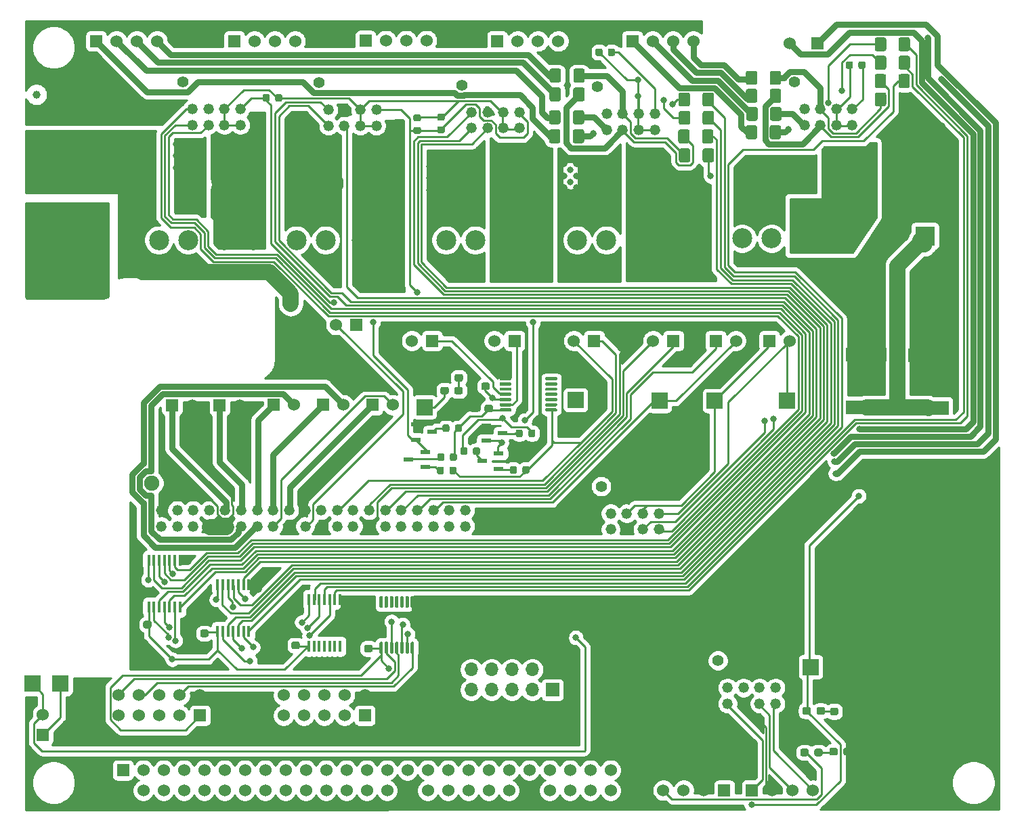
<source format=gbr>
%TF.GenerationSoftware,KiCad,Pcbnew,(5.1.6)-1*%
%TF.CreationDate,2021-03-29T16:14:19-07:00*%
%TF.ProjectId,expansion,65787061-6e73-4696-9f6e-2e6b69636164,1.03*%
%TF.SameCoordinates,Original*%
%TF.FileFunction,Copper,L2,Bot*%
%TF.FilePolarity,Positive*%
%FSLAX46Y46*%
G04 Gerber Fmt 4.6, Leading zero omitted, Abs format (unit mm)*
G04 Created by KiCad (PCBNEW (5.1.6)-1) date 2021-03-29 16:14:19*
%MOMM*%
%LPD*%
G01*
G04 APERTURE LIST*
%TA.AperFunction,SMDPad,CuDef*%
%ADD10R,5.080000X1.778000*%
%TD*%
%TA.AperFunction,SMDPad,CuDef*%
%ADD11R,2.200000X1.200000*%
%TD*%
%TA.AperFunction,SMDPad,CuDef*%
%ADD12R,6.400000X5.800000*%
%TD*%
%TA.AperFunction,ComponentPad*%
%ADD13C,1.524000*%
%TD*%
%TA.AperFunction,ComponentPad*%
%ADD14R,1.524000X1.524000*%
%TD*%
%TA.AperFunction,ComponentPad*%
%ADD15C,2.400000*%
%TD*%
%TA.AperFunction,ComponentPad*%
%ADD16R,2.400000X2.400000*%
%TD*%
%TA.AperFunction,ComponentPad*%
%ADD17O,3.300000X2.700000*%
%TD*%
%TA.AperFunction,ComponentPad*%
%ADD18O,1.700000X1.700000*%
%TD*%
%TA.AperFunction,ComponentPad*%
%ADD19R,1.700000X1.700000*%
%TD*%
%TA.AperFunction,SMDPad,CuDef*%
%ADD20C,1.000000*%
%TD*%
%TA.AperFunction,ComponentPad*%
%ADD21R,2.000000X2.000000*%
%TD*%
%TA.AperFunction,ComponentPad*%
%ADD22C,2.500000*%
%TD*%
%TA.AperFunction,SMDPad,CuDef*%
%ADD23R,0.450000X1.475000*%
%TD*%
%TA.AperFunction,ComponentPad*%
%ADD24C,1.320800*%
%TD*%
%TA.AperFunction,ComponentPad*%
%ADD25C,1.397000*%
%TD*%
%TA.AperFunction,ComponentPad*%
%ADD26C,1.905000*%
%TD*%
%TA.AperFunction,SMDPad,CuDef*%
%ADD27R,1.300000X0.600000*%
%TD*%
%TA.AperFunction,ViaPad*%
%ADD28C,0.800000*%
%TD*%
%TA.AperFunction,Conductor*%
%ADD29C,0.250000*%
%TD*%
%TA.AperFunction,Conductor*%
%ADD30C,0.750000*%
%TD*%
%TA.AperFunction,Conductor*%
%ADD31C,2.000000*%
%TD*%
%TA.AperFunction,Conductor*%
%ADD32C,0.254000*%
%TD*%
G04 APERTURE END LIST*
D10*
%TO.P,D6,1*%
%TO.N,Motor_24V*%
X134400000Y-76752000D03*
%TO.P,D6,2*%
%TO.N,GND*%
X134400000Y-70148000D03*
%TD*%
%TO.P,D7,2*%
%TO.N,GND*%
X142200000Y-70198000D03*
%TO.P,D7,1*%
%TO.N,Motor_24V*%
X142200000Y-76802000D03*
%TD*%
D11*
%TO.P,D5,2*%
%TO.N,+24V*%
X42300000Y-52620000D03*
X42300000Y-57180000D03*
D12*
%TO.P,D5,1*%
%TO.N,Motor_24V*%
X36000000Y-54900000D03*
%TD*%
D13*
%TO.P,J9,3*%
%TO.N,GND*%
X75090000Y-68389000D03*
%TO.P,J9,2*%
%TO.N,+3V3*%
X77630000Y-68389000D03*
D14*
%TO.P,J9,1*%
%TO.N,Y_STOP*%
X80170000Y-68389000D03*
%TD*%
D15*
%TO.P,J29,2*%
%TO.N,GND*%
X36200000Y-39680000D03*
D16*
%TO.P,J29,1*%
%TO.N,+24V*%
X36200000Y-47300000D03*
%TD*%
D13*
%TO.P,J1,50*%
%TO.N,CS5*%
X102484800Y-124655000D03*
%TO.P,J1,49*%
%TO.N,SPI0_MISO*%
X102484800Y-122115000D03*
%TO.P,J1,48*%
%TO.N,SPI0_MOSI*%
X99944800Y-124655000D03*
%TO.P,J1,47*%
%TO.N,SPI0_SCK*%
X99944800Y-122115000D03*
%TO.P,J1,46*%
%TO.N,TWCK0*%
X97404800Y-124655000D03*
%TO.P,J1,45*%
%TO.N,TWD0*%
X97404800Y-122115000D03*
%TO.P,J1,44*%
%TO.N,RESET*%
X94864800Y-124655000D03*
%TO.P,J1,43*%
%TO.N,+3V3*%
X94864800Y-122115000D03*
%TO.P,J1,42*%
%TO.N,GND*%
X92324800Y-124655000D03*
%TO.P,J1,41*%
%TO.N,ADVREF*%
X92324800Y-122115000D03*
%TO.P,J1,30*%
%TO.N,GND*%
X77084800Y-124655000D03*
%TO.P,J1,40*%
%TO.N,VSSA*%
X89784800Y-124655000D03*
%TO.P,J1,39*%
%TO.N,THERMISTOR7*%
X89784800Y-122115000D03*
%TO.P,J1,9*%
%TO.N,E3_STOP*%
X51684800Y-122115000D03*
%TO.P,J1,7*%
%TO.N,E2_EN*%
X49144800Y-122115000D03*
%TO.P,J1,5*%
%TO.N,E2_STEP*%
X46604800Y-122115000D03*
%TO.P,J1,3*%
%TO.N,+3V3*%
X44064800Y-122115000D03*
%TO.P,J1,37*%
%TO.N,THERMISTOR5*%
X87244800Y-122115000D03*
%TO.P,J1,35*%
%TO.N,THERMISTOR3*%
X84704800Y-122115000D03*
%TO.P,J1,38*%
%TO.N,THERMISTOR6*%
X87244800Y-124655000D03*
%TO.P,J1,36*%
%TO.N,THERMISTOR4*%
X84704800Y-124655000D03*
%TO.P,J1,34*%
%TO.N,SPI1_MISO*%
X82164800Y-124655000D03*
%TO.P,J1,32*%
%TO.N,SPI1_SCK_BUFF_EXP*%
X79624800Y-124655000D03*
%TO.P,J1,28*%
%TO.N,ENN*%
X74544800Y-124655000D03*
%TO.P,J1,33*%
%TO.N,SPI1_MOSI_BUFF*%
X82164800Y-122115000D03*
%TO.P,J1,26*%
%TO.N,E6_DIR*%
X72004800Y-124655000D03*
%TO.P,J1,24*%
%TO.N,E6_STOP*%
X69464800Y-124655000D03*
%TO.P,J1,31*%
%TO.N,HEATER7*%
X79624800Y-122115000D03*
%TO.P,J1,22*%
%TO.N,E5_EN*%
X66924800Y-124655000D03*
%TO.P,J1,29*%
%TO.N,PB6/TMS*%
X77084800Y-122115000D03*
%TO.P,J1,20*%
%TO.N,E5_STEP*%
X64384800Y-124655000D03*
%TO.P,J1,27*%
%TO.N,E6_EN*%
X74544800Y-122115000D03*
%TO.P,J1,18*%
%TO.N,HEATER5*%
X61844800Y-124655000D03*
%TO.P,J1,25*%
%TO.N,E6_STEP*%
X72004800Y-122115000D03*
%TO.P,J1,16*%
%TO.N,E4_DIR*%
X59304800Y-124655000D03*
%TO.P,J1,23*%
%TO.N,HEATER6*%
X69464800Y-122115000D03*
%TO.P,J1,14*%
%TO.N,E4_STOP*%
X56764800Y-124655000D03*
%TO.P,J1,21*%
%TO.N,E5_DIR*%
X66924800Y-122115000D03*
%TO.P,J1,12*%
%TO.N,E3_EN*%
X54224800Y-124655000D03*
%TO.P,J1,19*%
%TO.N,E5_STOP*%
X64384800Y-122115000D03*
%TO.P,J1,10*%
%TO.N,E3_STEP*%
X51684800Y-124655000D03*
%TO.P,J1,17*%
%TO.N,E4_EN*%
X61844800Y-122115000D03*
%TO.P,J1,8*%
%TO.N,HEATER3*%
X49144800Y-124655000D03*
%TO.P,J1,15*%
%TO.N,E4_STEP*%
X59304800Y-122115000D03*
%TO.P,J1,6*%
%TO.N,E2_DIR*%
X46604800Y-124655000D03*
%TO.P,J1,13*%
%TO.N,HEATER4*%
X56764800Y-122115000D03*
%TO.P,J1,4*%
%TO.N,E2_STOP*%
X44064800Y-124655000D03*
%TO.P,J1,11*%
%TO.N,E3_DIR*%
X54224800Y-122115000D03*
%TO.P,J1,2*%
%TO.N,GND*%
X41524800Y-124655000D03*
D14*
%TO.P,J1,1*%
%TO.N,+5V*%
X41524800Y-122115000D03*
%TD*%
D13*
%TO.P,J17,2*%
%TO.N,E0-*%
X124850000Y-31200000D03*
D14*
%TO.P,J17,1*%
%TO.N,E0+*%
X128350000Y-31200000D03*
%TD*%
D17*
%TO.P,J31,2*%
%TO.N,GND*%
X67500000Y-48700000D03*
%TO.P,J31,1*%
%TO.N,Net-(F3-Pad2)*%
%TA.AperFunction,ComponentPad*%
G36*
G01*
X74399999Y-50050000D02*
X71600001Y-50050000D01*
G75*
G02*
X71350000Y-49799999I0J250001D01*
G01*
X71350000Y-47600001D01*
G75*
G02*
X71600001Y-47350000I250001J0D01*
G01*
X74399999Y-47350000D01*
G75*
G02*
X74650000Y-47600001I0J-250001D01*
G01*
X74650000Y-49799999D01*
G75*
G02*
X74399999Y-50050000I-250001J0D01*
G01*
G37*
%TD.AperFunction*%
%TD*%
D14*
%TO.P,J28,1*%
%TO.N,VSSA*%
X31490000Y-117675000D03*
D13*
%TO.P,J28,2*%
%TO.N,THERMISTOR0*%
X31490000Y-115135000D03*
%TD*%
%TO.P,J27,2*%
%TO.N,GND*%
X50195100Y-76453200D03*
D14*
%TO.P,J27,1*%
%TO.N,V_FAN*%
X47655100Y-76453200D03*
%TD*%
%TO.P,J26,1*%
%TO.N,V_FAN*%
X53598700Y-76453200D03*
D13*
%TO.P,J26,2*%
%TO.N,GND*%
X56138700Y-76453200D03*
%TD*%
%TO.P,J25,2*%
%TO.N,V_FAN0-*%
X62907800Y-76377000D03*
D14*
%TO.P,J25,1*%
%TO.N,V_FAN*%
X60367800Y-76377000D03*
%TD*%
D13*
%TO.P,J24,2*%
%TO.N,THERMISTOR1*%
X118150000Y-68389000D03*
D14*
%TO.P,J24,1*%
%TO.N,VSSA*%
X115610000Y-68389000D03*
%TD*%
%TO.P,J23,1*%
%TO.N,V_FAN*%
X66540000Y-76415100D03*
D13*
%TO.P,J23,2*%
%TO.N,V_FAN1-*%
X69080000Y-76415100D03*
%TD*%
D14*
%TO.P,J21,1*%
%TO.N,VSSA*%
X122327560Y-68389000D03*
D13*
%TO.P,J21,2*%
%TO.N,THERMISTOR2*%
X124867560Y-68389000D03*
%TD*%
%TO.P,J20,2*%
%TO.N,V_FAN2-*%
X75252200Y-76415100D03*
D14*
%TO.P,J20,1*%
%TO.N,V_FAN*%
X72712200Y-76415100D03*
%TD*%
D13*
%TO.P,J3,4*%
%TO.N,E1_A2*%
X112814060Y-30896060D03*
%TO.P,J3,3*%
%TO.N,E1_A1*%
X110274060Y-30896060D03*
%TO.P,J3,2*%
%TO.N,E1_B1*%
X107734060Y-30896060D03*
D14*
%TO.P,J3,1*%
%TO.N,E1_B2*%
X105194060Y-30896060D03*
%TD*%
D18*
%TO.P,J15,10*%
%TO.N,Net-(J15-Pad10)*%
X85060000Y-109525000D03*
%TO.P,J15,9*%
%TO.N,CS4*%
X85060000Y-112065000D03*
%TO.P,J15,8*%
%TO.N,+3V3*%
X87600000Y-109525000D03*
%TO.P,J15,7*%
%TO.N,CS3*%
X87600000Y-112065000D03*
%TO.P,J15,6*%
%TO.N,SPI0_MISO*%
X90140000Y-109525000D03*
%TO.P,J15,5*%
%TO.N,SPI0_MOSI*%
X90140000Y-112065000D03*
%TO.P,J15,4*%
%TO.N,SPI0_SCK*%
X92680000Y-109525000D03*
%TO.P,J15,3*%
%TO.N,SPI0_CS1*%
X92680000Y-112065000D03*
%TO.P,J15,2*%
%TO.N,GND*%
X95220000Y-109525000D03*
D19*
%TO.P,J15,1*%
%TO.N,SPI0_CS2*%
X95220000Y-112065000D03*
%TD*%
D13*
%TO.P,J14,4*%
%TO.N,UTXD0*%
X127770000Y-124635000D03*
%TO.P,J14,3*%
%TO.N,URXD0*%
X125230000Y-124635000D03*
%TO.P,J14,2*%
%TO.N,GND*%
X122690000Y-124635000D03*
D14*
%TO.P,J14,1*%
%TO.N,+5V*%
X120150000Y-124635000D03*
%TD*%
D20*
%TO.P,M3,~*%
%TO.N,N/C*%
X30700000Y-37600000D03*
%TD*%
D13*
%TO.P,J18,10*%
%TO.N,STP_11*%
X40996000Y-112728000D03*
%TO.P,J18,9*%
%TO.N,STP_!0*%
X40996000Y-115268000D03*
%TO.P,J18,8*%
%TO.N,DIR_11*%
X43536000Y-112728000D03*
%TO.P,J18,7*%
%TO.N,DIR_10*%
X43536000Y-115268000D03*
%TO.P,J18,6*%
%TO.N,EN_11*%
X46076000Y-112728000D03*
%TO.P,J18,5*%
%TO.N,EN_10*%
X46076000Y-115268000D03*
%TO.P,J18,4*%
%TO.N,STOP_11*%
X48616000Y-112728000D03*
%TO.P,J18,3*%
%TO.N,STOP_10*%
X48616000Y-115268000D03*
%TO.P,J18,2*%
%TO.N,GND*%
X51156000Y-112728000D03*
D14*
%TO.P,J18,1*%
%TO.N,+3V3*%
X51156000Y-115268000D03*
%TD*%
D13*
%TO.P,J19,10*%
%TO.N,UTXD0*%
X61604600Y-112728000D03*
%TO.P,J19,9*%
%TO.N,URXD0*%
X61604600Y-115268000D03*
%TO.P,J19,8*%
%TO.N,+3V3*%
X64144600Y-112728000D03*
%TO.P,J19,7*%
%TO.N,ENC_SW*%
X64144600Y-115268000D03*
%TO.P,J19,6*%
%TO.N,SPI0_MISO*%
X66684600Y-112728000D03*
%TO.P,J19,5*%
%TO.N,SPI0_MOSI*%
X66684600Y-115268000D03*
%TO.P,J19,4*%
%TO.N,SPI0_SCK*%
X69224600Y-112728000D03*
%TO.P,J19,3*%
%TO.N,SPI0_CS*%
X69224600Y-115268000D03*
%TO.P,J19,2*%
%TO.N,GND*%
X71764600Y-112728000D03*
D14*
%TO.P,J19,1*%
%TO.N,+5V*%
X71764600Y-115268000D03*
%TD*%
D13*
%TO.P,J12,3*%
%TO.N,GND*%
X65620000Y-66389000D03*
%TO.P,J12,2*%
%TO.N,+3V3*%
X68160000Y-66389000D03*
D14*
%TO.P,J12,1*%
%TO.N,TOUCH_PROBE_IN*%
X70700000Y-66389000D03*
%TD*%
%TO.P,J2,1*%
%TO.N,E1_STOP*%
X110330000Y-68389000D03*
D13*
%TO.P,J2,2*%
%TO.N,+3V3*%
X107790000Y-68389000D03*
%TO.P,J2,3*%
%TO.N,GND*%
X105250000Y-68389000D03*
%TD*%
%TO.P,J4,3*%
%TO.N,GND*%
X95340000Y-68389000D03*
%TO.P,J4,2*%
%TO.N,+3V3*%
X97880000Y-68389000D03*
D14*
%TO.P,J4,1*%
%TO.N,E0_STOP*%
X100420000Y-68389000D03*
%TD*%
%TO.P,J6,1*%
%TO.N,X_STOP*%
X90480000Y-68389000D03*
D13*
%TO.P,J6,2*%
%TO.N,+3V3*%
X87940000Y-68389000D03*
%TO.P,J6,3*%
%TO.N,GND*%
X85400000Y-68389000D03*
%TD*%
D14*
%TO.P,J5,1*%
%TO.N,E0_B2*%
X88311180Y-30906060D03*
D13*
%TO.P,J5,2*%
%TO.N,E0_B1*%
X90851180Y-30906060D03*
%TO.P,J5,3*%
%TO.N,E0_A1*%
X93391180Y-30906060D03*
%TO.P,J5,4*%
%TO.N,E0_A2*%
X95931180Y-30906060D03*
%TD*%
%TO.P,J7,4*%
%TO.N,X_A2*%
X79479420Y-30837800D03*
%TO.P,J7,3*%
%TO.N,X_A1*%
X76939420Y-30837800D03*
%TO.P,J7,2*%
%TO.N,X_B1*%
X74399420Y-30837800D03*
D14*
%TO.P,J7,1*%
%TO.N,X_B2*%
X71859420Y-30837800D03*
%TD*%
%TO.P,J8,1*%
%TO.N,Y_B2*%
X55434120Y-30896060D03*
D13*
%TO.P,J8,2*%
%TO.N,Y_B1*%
X57974120Y-30896060D03*
%TO.P,J8,3*%
%TO.N,Y_A1*%
X60514120Y-30896060D03*
%TO.P,J8,4*%
%TO.N,Y_A2*%
X63054120Y-30896060D03*
%TD*%
%TO.P,J10,4*%
%TO.N,Z1_A2*%
X45792280Y-30896060D03*
%TO.P,J10,3*%
%TO.N,Z1_A1*%
X43252280Y-30896060D03*
%TO.P,J10,2*%
%TO.N,Z1_B1*%
X40712280Y-30896060D03*
D14*
%TO.P,J10,1*%
%TO.N,Z1_B2*%
X38172280Y-30896060D03*
%TD*%
D13*
%TO.P,J22,4*%
%TO.N,+3V3*%
X109070000Y-124645000D03*
%TO.P,J22,3*%
%TO.N,Z_PROBE_MOD*%
X111610000Y-124645000D03*
%TO.P,J22,2*%
%TO.N,GND*%
X114150000Y-124645000D03*
D14*
%TO.P,J22,1*%
%TO.N,Z_PROBE_IN*%
X116690000Y-124645000D03*
%TD*%
%TO.P,J30,1*%
%TO.N,Net-(F2-Pad2)*%
%TA.AperFunction,ComponentPad*%
G36*
G01*
X57299999Y-50150000D02*
X54500001Y-50150000D01*
G75*
G02*
X54250000Y-49899999I0J250001D01*
G01*
X54250000Y-47700001D01*
G75*
G02*
X54500001Y-47450000I250001J0D01*
G01*
X57299999Y-47450000D01*
G75*
G02*
X57550000Y-47700001I0J-250001D01*
G01*
X57550000Y-49899999D01*
G75*
G02*
X57299999Y-50150000I-250001J0D01*
G01*
G37*
%TD.AperFunction*%
D17*
%TO.P,J30,2*%
%TO.N,GND*%
X50400000Y-48800000D03*
%TD*%
%TO.P,J32,2*%
%TO.N,GND*%
X85100000Y-48600000D03*
%TO.P,J32,1*%
%TO.N,Net-(F4-Pad2)*%
%TA.AperFunction,ComponentPad*%
G36*
G01*
X91999999Y-49950000D02*
X89200001Y-49950000D01*
G75*
G02*
X88950000Y-49699999I0J250001D01*
G01*
X88950000Y-47500001D01*
G75*
G02*
X89200001Y-47250000I250001J0D01*
G01*
X91999999Y-47250000D01*
G75*
G02*
X92250000Y-47500001I0J-250001D01*
G01*
X92250000Y-49699999D01*
G75*
G02*
X91999999Y-49950000I-250001J0D01*
G01*
G37*
%TD.AperFunction*%
%TD*%
%TO.P,J33,2*%
%TO.N,GND*%
X102200000Y-48600000D03*
%TO.P,J33,1*%
%TO.N,Net-(F5-Pad2)*%
%TA.AperFunction,ComponentPad*%
G36*
G01*
X109099999Y-49950000D02*
X106300001Y-49950000D01*
G75*
G02*
X106050000Y-49699999I0J250001D01*
G01*
X106050000Y-47500001D01*
G75*
G02*
X106300001Y-47250000I250001J0D01*
G01*
X109099999Y-47250000D01*
G75*
G02*
X109350000Y-47500001I0J-250001D01*
G01*
X109350000Y-49699999D01*
G75*
G02*
X109099999Y-49950000I-250001J0D01*
G01*
G37*
%TD.AperFunction*%
%TD*%
%TO.P,J34,2*%
%TO.N,GND*%
X126300000Y-48500000D03*
%TO.P,J34,1*%
%TO.N,Net-(F6-Pad2)*%
%TA.AperFunction,ComponentPad*%
G36*
G01*
X133199999Y-49850000D02*
X130400001Y-49850000D01*
G75*
G02*
X130150000Y-49599999I0J250001D01*
G01*
X130150000Y-47400001D01*
G75*
G02*
X130400001Y-47150000I250001J0D01*
G01*
X133199999Y-47150000D01*
G75*
G02*
X133450000Y-47400001I0J-250001D01*
G01*
X133450000Y-49599999D01*
G75*
G02*
X133199999Y-49850000I-250001J0D01*
G01*
G37*
%TD.AperFunction*%
%TD*%
%TO.P,D1,2*%
%TO.N,Net-(D1-Pad2)*%
%TA.AperFunction,SMDPad,CuDef*%
G36*
G01*
X130960001Y-114537499D02*
X130960001Y-115012499D01*
G75*
G02*
X130722501Y-115249999I-237500J0D01*
G01*
X130147501Y-115249999D01*
G75*
G02*
X129910001Y-115012499I0J237500D01*
G01*
X129910001Y-114537499D01*
G75*
G02*
X130147501Y-114299999I237500J0D01*
G01*
X130722501Y-114299999D01*
G75*
G02*
X130960001Y-114537499I0J-237500D01*
G01*
G37*
%TD.AperFunction*%
%TO.P,D1,1*%
%TO.N,GND*%
%TA.AperFunction,SMDPad,CuDef*%
G36*
G01*
X132710001Y-114537499D02*
X132710001Y-115012499D01*
G75*
G02*
X132472501Y-115249999I-237500J0D01*
G01*
X131897501Y-115249999D01*
G75*
G02*
X131660001Y-115012499I0J237500D01*
G01*
X131660001Y-114537499D01*
G75*
G02*
X131897501Y-114299999I237500J0D01*
G01*
X132472501Y-114299999D01*
G75*
G02*
X132710001Y-114537499I0J-237500D01*
G01*
G37*
%TD.AperFunction*%
%TD*%
%TO.P,D2,1*%
%TO.N,GND*%
%TA.AperFunction,SMDPad,CuDef*%
G36*
G01*
X132625000Y-119562500D02*
X132625000Y-120037500D01*
G75*
G02*
X132387500Y-120275000I-237500J0D01*
G01*
X131812500Y-120275000D01*
G75*
G02*
X131575000Y-120037500I0J237500D01*
G01*
X131575000Y-119562500D01*
G75*
G02*
X131812500Y-119325000I237500J0D01*
G01*
X132387500Y-119325000D01*
G75*
G02*
X132625000Y-119562500I0J-237500D01*
G01*
G37*
%TD.AperFunction*%
%TO.P,D2,2*%
%TO.N,Net-(D2-Pad2)*%
%TA.AperFunction,SMDPad,CuDef*%
G36*
G01*
X130875000Y-119562500D02*
X130875000Y-120037500D01*
G75*
G02*
X130637500Y-120275000I-237500J0D01*
G01*
X130062500Y-120275000D01*
G75*
G02*
X129825000Y-120037500I0J237500D01*
G01*
X129825000Y-119562500D01*
G75*
G02*
X130062500Y-119325000I237500J0D01*
G01*
X130637500Y-119325000D01*
G75*
G02*
X130875000Y-119562500I0J-237500D01*
G01*
G37*
%TD.AperFunction*%
%TD*%
%TO.P,R8,1*%
%TO.N,Net-(J37-Pad5)*%
%TA.AperFunction,SMDPad,CuDef*%
G36*
G01*
X99250000Y-34585000D02*
X99250000Y-35835000D01*
G75*
G02*
X99000000Y-36085000I-250000J0D01*
G01*
X98075000Y-36085000D01*
G75*
G02*
X97825000Y-35835000I0J250000D01*
G01*
X97825000Y-34585000D01*
G75*
G02*
X98075000Y-34335000I250000J0D01*
G01*
X99000000Y-34335000D01*
G75*
G02*
X99250000Y-34585000I0J-250000D01*
G01*
G37*
%TD.AperFunction*%
%TO.P,R8,2*%
%TO.N,Z1_A2*%
%TA.AperFunction,SMDPad,CuDef*%
G36*
G01*
X96275000Y-34585000D02*
X96275000Y-35835000D01*
G75*
G02*
X96025000Y-36085000I-250000J0D01*
G01*
X95100000Y-36085000D01*
G75*
G02*
X94850000Y-35835000I0J250000D01*
G01*
X94850000Y-34585000D01*
G75*
G02*
X95100000Y-34335000I250000J0D01*
G01*
X96025000Y-34335000D01*
G75*
G02*
X96275000Y-34585000I0J-250000D01*
G01*
G37*
%TD.AperFunction*%
%TD*%
%TO.P,R9,2*%
%TO.N,Z1_A1*%
%TA.AperFunction,SMDPad,CuDef*%
G36*
G01*
X96262500Y-36945000D02*
X96262500Y-38195000D01*
G75*
G02*
X96012500Y-38445000I-250000J0D01*
G01*
X95087500Y-38445000D01*
G75*
G02*
X94837500Y-38195000I0J250000D01*
G01*
X94837500Y-36945000D01*
G75*
G02*
X95087500Y-36695000I250000J0D01*
G01*
X96012500Y-36695000D01*
G75*
G02*
X96262500Y-36945000I0J-250000D01*
G01*
G37*
%TD.AperFunction*%
%TO.P,R9,1*%
%TO.N,Net-(J37-Pad6)*%
%TA.AperFunction,SMDPad,CuDef*%
G36*
G01*
X99237500Y-36945000D02*
X99237500Y-38195000D01*
G75*
G02*
X98987500Y-38445000I-250000J0D01*
G01*
X98062500Y-38445000D01*
G75*
G02*
X97812500Y-38195000I0J250000D01*
G01*
X97812500Y-36945000D01*
G75*
G02*
X98062500Y-36695000I250000J0D01*
G01*
X98987500Y-36695000D01*
G75*
G02*
X99237500Y-36945000I0J-250000D01*
G01*
G37*
%TD.AperFunction*%
%TD*%
%TO.P,R10,1*%
%TO.N,Net-(J37-Pad6)*%
%TA.AperFunction,SMDPad,CuDef*%
G36*
G01*
X110937500Y-43450000D02*
X110937500Y-42200000D01*
G75*
G02*
X111187500Y-41950000I250000J0D01*
G01*
X112112500Y-41950000D01*
G75*
G02*
X112362500Y-42200000I0J-250000D01*
G01*
X112362500Y-43450000D01*
G75*
G02*
X112112500Y-43700000I-250000J0D01*
G01*
X111187500Y-43700000D01*
G75*
G02*
X110937500Y-43450000I0J250000D01*
G01*
G37*
%TD.AperFunction*%
%TO.P,R10,2*%
%TO.N,E5_S_OUT_Y*%
%TA.AperFunction,SMDPad,CuDef*%
G36*
G01*
X113912500Y-43450000D02*
X113912500Y-42200000D01*
G75*
G02*
X114162500Y-41950000I250000J0D01*
G01*
X115087500Y-41950000D01*
G75*
G02*
X115337500Y-42200000I0J-250000D01*
G01*
X115337500Y-43450000D01*
G75*
G02*
X115087500Y-43700000I-250000J0D01*
G01*
X114162500Y-43700000D01*
G75*
G02*
X113912500Y-43450000I0J250000D01*
G01*
G37*
%TD.AperFunction*%
%TD*%
%TO.P,R11,2*%
%TO.N,Z1_B1*%
%TA.AperFunction,SMDPad,CuDef*%
G36*
G01*
X96217500Y-39815000D02*
X96217500Y-41065000D01*
G75*
G02*
X95967500Y-41315000I-250000J0D01*
G01*
X95042500Y-41315000D01*
G75*
G02*
X94792500Y-41065000I0J250000D01*
G01*
X94792500Y-39815000D01*
G75*
G02*
X95042500Y-39565000I250000J0D01*
G01*
X95967500Y-39565000D01*
G75*
G02*
X96217500Y-39815000I0J-250000D01*
G01*
G37*
%TD.AperFunction*%
%TO.P,R11,1*%
%TO.N,Net-(J37-Pad8)*%
%TA.AperFunction,SMDPad,CuDef*%
G36*
G01*
X99192500Y-39815000D02*
X99192500Y-41065000D01*
G75*
G02*
X98942500Y-41315000I-250000J0D01*
G01*
X98017500Y-41315000D01*
G75*
G02*
X97767500Y-41065000I0J250000D01*
G01*
X97767500Y-39815000D01*
G75*
G02*
X98017500Y-39565000I250000J0D01*
G01*
X98942500Y-39565000D01*
G75*
G02*
X99192500Y-39815000I0J-250000D01*
G01*
G37*
%TD.AperFunction*%
%TD*%
%TO.P,R12,1*%
%TO.N,Net-(J37-Pad7)*%
%TA.AperFunction,SMDPad,CuDef*%
G36*
G01*
X111012500Y-41125000D02*
X111012500Y-39875000D01*
G75*
G02*
X111262500Y-39625000I250000J0D01*
G01*
X112187500Y-39625000D01*
G75*
G02*
X112437500Y-39875000I0J-250000D01*
G01*
X112437500Y-41125000D01*
G75*
G02*
X112187500Y-41375000I-250000J0D01*
G01*
X111262500Y-41375000D01*
G75*
G02*
X111012500Y-41125000I0J250000D01*
G01*
G37*
%TD.AperFunction*%
%TO.P,R12,2*%
%TO.N,E5_D_OUT_Y*%
%TA.AperFunction,SMDPad,CuDef*%
G36*
G01*
X113987500Y-41125000D02*
X113987500Y-39875000D01*
G75*
G02*
X114237500Y-39625000I250000J0D01*
G01*
X115162500Y-39625000D01*
G75*
G02*
X115412500Y-39875000I0J-250000D01*
G01*
X115412500Y-41125000D01*
G75*
G02*
X115162500Y-41375000I-250000J0D01*
G01*
X114237500Y-41375000D01*
G75*
G02*
X113987500Y-41125000I0J250000D01*
G01*
G37*
%TD.AperFunction*%
%TD*%
%TO.P,R13,2*%
%TO.N,Z1_B2*%
%TA.AperFunction,SMDPad,CuDef*%
G36*
G01*
X96207500Y-42185000D02*
X96207500Y-43435000D01*
G75*
G02*
X95957500Y-43685000I-250000J0D01*
G01*
X95032500Y-43685000D01*
G75*
G02*
X94782500Y-43435000I0J250000D01*
G01*
X94782500Y-42185000D01*
G75*
G02*
X95032500Y-41935000I250000J0D01*
G01*
X95957500Y-41935000D01*
G75*
G02*
X96207500Y-42185000I0J-250000D01*
G01*
G37*
%TD.AperFunction*%
%TO.P,R13,1*%
%TO.N,Net-(J37-Pad7)*%
%TA.AperFunction,SMDPad,CuDef*%
G36*
G01*
X99182500Y-42185000D02*
X99182500Y-43435000D01*
G75*
G02*
X98932500Y-43685000I-250000J0D01*
G01*
X98007500Y-43685000D01*
G75*
G02*
X97757500Y-43435000I0J250000D01*
G01*
X97757500Y-42185000D01*
G75*
G02*
X98007500Y-41935000I250000J0D01*
G01*
X98932500Y-41935000D01*
G75*
G02*
X99182500Y-42185000I0J-250000D01*
G01*
G37*
%TD.AperFunction*%
%TD*%
%TO.P,R14,1*%
%TO.N,Net-(J37-Pad8)*%
%TA.AperFunction,SMDPad,CuDef*%
G36*
G01*
X110987500Y-38825000D02*
X110987500Y-37575000D01*
G75*
G02*
X111237500Y-37325000I250000J0D01*
G01*
X112162500Y-37325000D01*
G75*
G02*
X112412500Y-37575000I0J-250000D01*
G01*
X112412500Y-38825000D01*
G75*
G02*
X112162500Y-39075000I-250000J0D01*
G01*
X111237500Y-39075000D01*
G75*
G02*
X110987500Y-38825000I0J250000D01*
G01*
G37*
%TD.AperFunction*%
%TO.P,R14,2*%
%TO.N,E5_E_OUT_Y*%
%TA.AperFunction,SMDPad,CuDef*%
G36*
G01*
X113962500Y-38825000D02*
X113962500Y-37575000D01*
G75*
G02*
X114212500Y-37325000I250000J0D01*
G01*
X115137500Y-37325000D01*
G75*
G02*
X115387500Y-37575000I0J-250000D01*
G01*
X115387500Y-38825000D01*
G75*
G02*
X115137500Y-39075000I-250000J0D01*
G01*
X114212500Y-39075000D01*
G75*
G02*
X113962500Y-38825000I0J250000D01*
G01*
G37*
%TD.AperFunction*%
%TD*%
%TO.P,R15,2*%
%TO.N,Net-(D1-Pad2)*%
%TA.AperFunction,SMDPad,CuDef*%
G36*
G01*
X128225000Y-114937500D02*
X128225000Y-114462500D01*
G75*
G02*
X128462500Y-114225000I237500J0D01*
G01*
X129037500Y-114225000D01*
G75*
G02*
X129275000Y-114462500I0J-237500D01*
G01*
X129275000Y-114937500D01*
G75*
G02*
X129037500Y-115175000I-237500J0D01*
G01*
X128462500Y-115175000D01*
G75*
G02*
X128225000Y-114937500I0J237500D01*
G01*
G37*
%TD.AperFunction*%
%TO.P,R15,1*%
%TO.N,+5V*%
%TA.AperFunction,SMDPad,CuDef*%
G36*
G01*
X126475000Y-114937500D02*
X126475000Y-114462500D01*
G75*
G02*
X126712500Y-114225000I237500J0D01*
G01*
X127287500Y-114225000D01*
G75*
G02*
X127525000Y-114462500I0J-237500D01*
G01*
X127525000Y-114937500D01*
G75*
G02*
X127287500Y-115175000I-237500J0D01*
G01*
X126712500Y-115175000D01*
G75*
G02*
X126475000Y-114937500I0J237500D01*
G01*
G37*
%TD.AperFunction*%
%TD*%
%TO.P,R16,1*%
%TO.N,+3V3*%
%TA.AperFunction,SMDPad,CuDef*%
G36*
G01*
X126200000Y-120137500D02*
X126200000Y-119662500D01*
G75*
G02*
X126437500Y-119425000I237500J0D01*
G01*
X127012500Y-119425000D01*
G75*
G02*
X127250000Y-119662500I0J-237500D01*
G01*
X127250000Y-120137500D01*
G75*
G02*
X127012500Y-120375000I-237500J0D01*
G01*
X126437500Y-120375000D01*
G75*
G02*
X126200000Y-120137500I0J237500D01*
G01*
G37*
%TD.AperFunction*%
%TO.P,R16,2*%
%TO.N,Net-(D2-Pad2)*%
%TA.AperFunction,SMDPad,CuDef*%
G36*
G01*
X127950000Y-120137500D02*
X127950000Y-119662500D01*
G75*
G02*
X128187500Y-119425000I237500J0D01*
G01*
X128762500Y-119425000D01*
G75*
G02*
X129000000Y-119662500I0J-237500D01*
G01*
X129000000Y-120137500D01*
G75*
G02*
X128762500Y-120375000I-237500J0D01*
G01*
X128187500Y-120375000D01*
G75*
G02*
X127950000Y-120137500I0J237500D01*
G01*
G37*
%TD.AperFunction*%
%TD*%
D21*
%TO.P,TP1,1*%
%TO.N,+24V*%
X79200000Y-76700000D03*
%TD*%
%TO.P,TP2,1*%
%TO.N,GND*%
X79200000Y-73400000D03*
%TD*%
%TO.P,TP3,1*%
%TO.N,VSSA*%
X33700000Y-111300000D03*
%TD*%
%TO.P,TP4,1*%
%TO.N,THERMISTOR0*%
X30200000Y-111300000D03*
%TD*%
%TO.P,TP5,1*%
%TO.N,+5V*%
X127500000Y-109200000D03*
%TD*%
%TO.P,TP6,1*%
%TO.N,VSSA*%
X115500000Y-75900000D03*
%TD*%
%TO.P,TP7,1*%
%TO.N,THERMISTOR1*%
X108600000Y-75900000D03*
%TD*%
%TO.P,TP8,1*%
%TO.N,VSSA*%
X98100000Y-75800000D03*
%TD*%
%TO.P,TP9,1*%
%TO.N,THERMISTOR2*%
X124500000Y-75900000D03*
%TD*%
%TO.P,TP10,1*%
%TO.N,GND*%
X130900000Y-109200000D03*
%TD*%
%TO.P,U4,14*%
%TO.N,+3V3*%
%TA.AperFunction,SMDPad,CuDef*%
G36*
G01*
X73700000Y-106062500D02*
X73900000Y-106062500D01*
G75*
G02*
X74000000Y-106162500I0J-100000D01*
G01*
X74000000Y-107437500D01*
G75*
G02*
X73900000Y-107537500I-100000J0D01*
G01*
X73700000Y-107537500D01*
G75*
G02*
X73600000Y-107437500I0J100000D01*
G01*
X73600000Y-106162500D01*
G75*
G02*
X73700000Y-106062500I100000J0D01*
G01*
G37*
%TD.AperFunction*%
%TO.P,U4,13*%
%TO.N,STP_11*%
%TA.AperFunction,SMDPad,CuDef*%
G36*
G01*
X74350000Y-106062500D02*
X74550000Y-106062500D01*
G75*
G02*
X74650000Y-106162500I0J-100000D01*
G01*
X74650000Y-107437500D01*
G75*
G02*
X74550000Y-107537500I-100000J0D01*
G01*
X74350000Y-107537500D01*
G75*
G02*
X74250000Y-107437500I0J100000D01*
G01*
X74250000Y-106162500D01*
G75*
G02*
X74350000Y-106062500I100000J0D01*
G01*
G37*
%TD.AperFunction*%
%TO.P,U4,12*%
%TO.N,STP_OUT*%
%TA.AperFunction,SMDPad,CuDef*%
G36*
G01*
X75000000Y-106062500D02*
X75200000Y-106062500D01*
G75*
G02*
X75300000Y-106162500I0J-100000D01*
G01*
X75300000Y-107437500D01*
G75*
G02*
X75200000Y-107537500I-100000J0D01*
G01*
X75000000Y-107537500D01*
G75*
G02*
X74900000Y-107437500I0J100000D01*
G01*
X74900000Y-106162500D01*
G75*
G02*
X75000000Y-106062500I100000J0D01*
G01*
G37*
%TD.AperFunction*%
%TO.P,U4,11*%
%TO.N,DIR_11*%
%TA.AperFunction,SMDPad,CuDef*%
G36*
G01*
X75650000Y-106062500D02*
X75850000Y-106062500D01*
G75*
G02*
X75950000Y-106162500I0J-100000D01*
G01*
X75950000Y-107437500D01*
G75*
G02*
X75850000Y-107537500I-100000J0D01*
G01*
X75650000Y-107537500D01*
G75*
G02*
X75550000Y-107437500I0J100000D01*
G01*
X75550000Y-106162500D01*
G75*
G02*
X75650000Y-106062500I100000J0D01*
G01*
G37*
%TD.AperFunction*%
%TO.P,U4,10*%
%TO.N,DIR_OUT*%
%TA.AperFunction,SMDPad,CuDef*%
G36*
G01*
X76300000Y-106062500D02*
X76500000Y-106062500D01*
G75*
G02*
X76600000Y-106162500I0J-100000D01*
G01*
X76600000Y-107437500D01*
G75*
G02*
X76500000Y-107537500I-100000J0D01*
G01*
X76300000Y-107537500D01*
G75*
G02*
X76200000Y-107437500I0J100000D01*
G01*
X76200000Y-106162500D01*
G75*
G02*
X76300000Y-106062500I100000J0D01*
G01*
G37*
%TD.AperFunction*%
%TO.P,U4,9*%
%TO.N,ESTOP_IN*%
%TA.AperFunction,SMDPad,CuDef*%
G36*
G01*
X76950000Y-106062500D02*
X77150000Y-106062500D01*
G75*
G02*
X77250000Y-106162500I0J-100000D01*
G01*
X77250000Y-107437500D01*
G75*
G02*
X77150000Y-107537500I-100000J0D01*
G01*
X76950000Y-107537500D01*
G75*
G02*
X76850000Y-107437500I0J100000D01*
G01*
X76850000Y-106162500D01*
G75*
G02*
X76950000Y-106062500I100000J0D01*
G01*
G37*
%TD.AperFunction*%
%TO.P,U4,8*%
%TO.N,STOP_11*%
%TA.AperFunction,SMDPad,CuDef*%
G36*
G01*
X77600000Y-106062500D02*
X77800000Y-106062500D01*
G75*
G02*
X77900000Y-106162500I0J-100000D01*
G01*
X77900000Y-107437500D01*
G75*
G02*
X77800000Y-107537500I-100000J0D01*
G01*
X77600000Y-107537500D01*
G75*
G02*
X77500000Y-107437500I0J100000D01*
G01*
X77500000Y-106162500D01*
G75*
G02*
X77600000Y-106062500I100000J0D01*
G01*
G37*
%TD.AperFunction*%
%TO.P,U4,7*%
%TO.N,GND*%
%TA.AperFunction,SMDPad,CuDef*%
G36*
G01*
X77600000Y-100337500D02*
X77800000Y-100337500D01*
G75*
G02*
X77900000Y-100437500I0J-100000D01*
G01*
X77900000Y-101712500D01*
G75*
G02*
X77800000Y-101812500I-100000J0D01*
G01*
X77600000Y-101812500D01*
G75*
G02*
X77500000Y-101712500I0J100000D01*
G01*
X77500000Y-100437500D01*
G75*
G02*
X77600000Y-100337500I100000J0D01*
G01*
G37*
%TD.AperFunction*%
%TO.P,U4,6*%
%TO.N,Net-(U4-Pad6)*%
%TA.AperFunction,SMDPad,CuDef*%
G36*
G01*
X76950000Y-100337500D02*
X77150000Y-100337500D01*
G75*
G02*
X77250000Y-100437500I0J-100000D01*
G01*
X77250000Y-101712500D01*
G75*
G02*
X77150000Y-101812500I-100000J0D01*
G01*
X76950000Y-101812500D01*
G75*
G02*
X76850000Y-101712500I0J100000D01*
G01*
X76850000Y-100437500D01*
G75*
G02*
X76950000Y-100337500I100000J0D01*
G01*
G37*
%TD.AperFunction*%
%TO.P,U4,5*%
%TO.N,Net-(U4-Pad5)*%
%TA.AperFunction,SMDPad,CuDef*%
G36*
G01*
X76300000Y-100337500D02*
X76500000Y-100337500D01*
G75*
G02*
X76600000Y-100437500I0J-100000D01*
G01*
X76600000Y-101712500D01*
G75*
G02*
X76500000Y-101812500I-100000J0D01*
G01*
X76300000Y-101812500D01*
G75*
G02*
X76200000Y-101712500I0J100000D01*
G01*
X76200000Y-100437500D01*
G75*
G02*
X76300000Y-100337500I100000J0D01*
G01*
G37*
%TD.AperFunction*%
%TO.P,U4,4*%
%TO.N,Net-(U4-Pad4)*%
%TA.AperFunction,SMDPad,CuDef*%
G36*
G01*
X75650000Y-100337500D02*
X75850000Y-100337500D01*
G75*
G02*
X75950000Y-100437500I0J-100000D01*
G01*
X75950000Y-101712500D01*
G75*
G02*
X75850000Y-101812500I-100000J0D01*
G01*
X75650000Y-101812500D01*
G75*
G02*
X75550000Y-101712500I0J100000D01*
G01*
X75550000Y-100437500D01*
G75*
G02*
X75650000Y-100337500I100000J0D01*
G01*
G37*
%TD.AperFunction*%
%TO.P,U4,3*%
%TO.N,Net-(U4-Pad3)*%
%TA.AperFunction,SMDPad,CuDef*%
G36*
G01*
X75000000Y-100337500D02*
X75200000Y-100337500D01*
G75*
G02*
X75300000Y-100437500I0J-100000D01*
G01*
X75300000Y-101712500D01*
G75*
G02*
X75200000Y-101812500I-100000J0D01*
G01*
X75000000Y-101812500D01*
G75*
G02*
X74900000Y-101712500I0J100000D01*
G01*
X74900000Y-100437500D01*
G75*
G02*
X75000000Y-100337500I100000J0D01*
G01*
G37*
%TD.AperFunction*%
%TO.P,U4,2*%
%TO.N,Net-(U4-Pad2)*%
%TA.AperFunction,SMDPad,CuDef*%
G36*
G01*
X74350000Y-100337500D02*
X74550000Y-100337500D01*
G75*
G02*
X74650000Y-100437500I0J-100000D01*
G01*
X74650000Y-101712500D01*
G75*
G02*
X74550000Y-101812500I-100000J0D01*
G01*
X74350000Y-101812500D01*
G75*
G02*
X74250000Y-101712500I0J100000D01*
G01*
X74250000Y-100437500D01*
G75*
G02*
X74350000Y-100337500I100000J0D01*
G01*
G37*
%TD.AperFunction*%
%TO.P,U4,1*%
%TO.N,Net-(U4-Pad1)*%
%TA.AperFunction,SMDPad,CuDef*%
G36*
G01*
X73700000Y-100337500D02*
X73900000Y-100337500D01*
G75*
G02*
X74000000Y-100437500I0J-100000D01*
G01*
X74000000Y-101712500D01*
G75*
G02*
X73900000Y-101812500I-100000J0D01*
G01*
X73700000Y-101812500D01*
G75*
G02*
X73600000Y-101712500I0J100000D01*
G01*
X73600000Y-100437500D01*
G75*
G02*
X73700000Y-100337500I100000J0D01*
G01*
G37*
%TD.AperFunction*%
%TD*%
D16*
%TO.P,C3,1*%
%TO.N,Motor_24V*%
X141800000Y-55300000D03*
D15*
%TO.P,C3,2*%
%TO.N,GND*%
X141800000Y-62800000D03*
%TD*%
D22*
%TO.P,F2,1*%
%TO.N,Motor_24V*%
X46005000Y-55800000D03*
X49665000Y-55800000D03*
%TO.P,F2,2*%
%TO.N,Net-(F2-Pad2)*%
X54135000Y-55800000D03*
X57795000Y-55800000D03*
%TD*%
%TO.P,F3,2*%
%TO.N,Net-(F3-Pad2)*%
X74995000Y-55800000D03*
X71335000Y-55800000D03*
%TO.P,F3,1*%
%TO.N,Motor_24V*%
X66865000Y-55800000D03*
X63205000Y-55800000D03*
%TD*%
%TO.P,F4,1*%
%TO.N,Motor_24V*%
X81905000Y-55800000D03*
X85565000Y-55800000D03*
%TO.P,F4,2*%
%TO.N,Net-(F4-Pad2)*%
X90035000Y-55800000D03*
X93695000Y-55800000D03*
%TD*%
%TO.P,F5,2*%
%TO.N,Net-(F5-Pad2)*%
X110095000Y-55800000D03*
X106435000Y-55800000D03*
%TO.P,F5,1*%
%TO.N,Motor_24V*%
X101965000Y-55800000D03*
X98305000Y-55800000D03*
%TD*%
%TO.P,F6,1*%
%TO.N,Motor_24V*%
X118940000Y-55600000D03*
X122600000Y-55600000D03*
%TO.P,F6,2*%
%TO.N,Net-(F6-Pad2)*%
X127070000Y-55600000D03*
X130730000Y-55600000D03*
%TD*%
D23*
%TO.P,U1,1*%
%TO.N,E2_STEP*%
X44750000Y-95862000D03*
%TO.P,U1,2*%
%TO.N,E2_S_OUT_Y*%
X45400000Y-95862000D03*
%TO.P,U1,3*%
%TO.N,E2_EN*%
X46050000Y-95862000D03*
%TO.P,U1,4*%
%TO.N,E2_E_OUT_Y*%
X46700000Y-95862000D03*
%TO.P,U1,5*%
%TO.N,E2_DIR*%
X47350000Y-95862000D03*
%TO.P,U1,6*%
%TO.N,E2_D_OUT_Y*%
X48000000Y-95862000D03*
%TO.P,U1,7*%
%TO.N,GND*%
X48650000Y-95862000D03*
%TO.P,U1,8*%
%TO.N,E3_S_OUT_Y*%
X48650000Y-101738000D03*
%TO.P,U1,9*%
%TO.N,E3_STEP*%
X48000000Y-101738000D03*
%TO.P,U1,10*%
%TO.N,E3_E_OUT_Y*%
X47350000Y-101738000D03*
%TO.P,U1,11*%
%TO.N,E3_EN*%
X46700000Y-101738000D03*
%TO.P,U1,12*%
%TO.N,E3_D_OUT_Y*%
X46050000Y-101738000D03*
%TO.P,U1,13*%
%TO.N,E3_DIR*%
X45400000Y-101738000D03*
%TO.P,U1,14*%
%TO.N,+5V*%
X44750000Y-101738000D03*
%TD*%
%TO.P,U2,1*%
%TO.N,E4_STEP*%
X53350000Y-98900000D03*
%TO.P,U2,2*%
%TO.N,E4_S_OUT_Y*%
X54000000Y-98900000D03*
%TO.P,U2,3*%
%TO.N,E4_EN*%
X54650000Y-98900000D03*
%TO.P,U2,4*%
%TO.N,E4_E_OUT_Y*%
X55300000Y-98900000D03*
%TO.P,U2,5*%
%TO.N,E4_DIR*%
X55950000Y-98900000D03*
%TO.P,U2,6*%
%TO.N,E4_D_OUT_Y*%
X56600000Y-98900000D03*
%TO.P,U2,7*%
%TO.N,GND*%
X57250000Y-98900000D03*
%TO.P,U2,8*%
%TO.N,E5_E_OUT_Y*%
X57250000Y-104776000D03*
%TO.P,U2,9*%
%TO.N,E5_EN*%
X56600000Y-104776000D03*
%TO.P,U2,10*%
%TO.N,E5_D_OUT_Y*%
X55950000Y-104776000D03*
%TO.P,U2,11*%
%TO.N,E5_DIR*%
X55300000Y-104776000D03*
%TO.P,U2,12*%
%TO.N,E5_S_OUT_Y*%
X54650000Y-104776000D03*
%TO.P,U2,13*%
%TO.N,E5_STEP*%
X54000000Y-104776000D03*
%TO.P,U2,14*%
%TO.N,+5V*%
X53350000Y-104776000D03*
%TD*%
%TO.P,U3,1*%
%TO.N,E6_STEP*%
X64750000Y-100762000D03*
%TO.P,U3,2*%
%TO.N,E6_S_OUT_Y*%
X65400000Y-100762000D03*
%TO.P,U3,3*%
%TO.N,E6_DIR*%
X66050000Y-100762000D03*
%TO.P,U3,4*%
%TO.N,E6_D_OUT_Y*%
X66700000Y-100762000D03*
%TO.P,U3,5*%
%TO.N,E6_EN*%
X67350000Y-100762000D03*
%TO.P,U3,6*%
%TO.N,E6_E_OUT_Y*%
X68000000Y-100762000D03*
%TO.P,U3,7*%
%TO.N,GND*%
X68650000Y-100762000D03*
%TO.P,U3,8*%
%TO.N,Net-(U3-Pad8)*%
X68650000Y-106638000D03*
%TO.P,U3,9*%
%TO.N,Net-(U3-Pad9)*%
X68000000Y-106638000D03*
%TO.P,U3,10*%
%TO.N,Net-(U3-Pad10)*%
X67350000Y-106638000D03*
%TO.P,U3,11*%
%TO.N,Net-(U3-Pad11)*%
X66700000Y-106638000D03*
%TO.P,U3,12*%
%TO.N,Net-(U3-Pad12)*%
X66050000Y-106638000D03*
%TO.P,U3,13*%
%TO.N,Net-(U3-Pad13)*%
X65400000Y-106638000D03*
%TO.P,U3,14*%
%TO.N,+5V*%
X64750000Y-106638000D03*
%TD*%
%TO.P,D4,2*%
%TO.N,Net-(D4-Pad2)*%
%TA.AperFunction,SMDPad,CuDef*%
G36*
G01*
X82975000Y-73262500D02*
X82975000Y-72787500D01*
G75*
G02*
X83212500Y-72550000I237500J0D01*
G01*
X83787500Y-72550000D01*
G75*
G02*
X84025000Y-72787500I0J-237500D01*
G01*
X84025000Y-73262500D01*
G75*
G02*
X83787500Y-73500000I-237500J0D01*
G01*
X83212500Y-73500000D01*
G75*
G02*
X82975000Y-73262500I0J237500D01*
G01*
G37*
%TD.AperFunction*%
%TO.P,D4,1*%
%TO.N,GND*%
%TA.AperFunction,SMDPad,CuDef*%
G36*
G01*
X81225000Y-73262500D02*
X81225000Y-72787500D01*
G75*
G02*
X81462500Y-72550000I237500J0D01*
G01*
X82037500Y-72550000D01*
G75*
G02*
X82275000Y-72787500I0J-237500D01*
G01*
X82275000Y-73262500D01*
G75*
G02*
X82037500Y-73500000I-237500J0D01*
G01*
X81462500Y-73500000D01*
G75*
G02*
X81225000Y-73262500I0J237500D01*
G01*
G37*
%TD.AperFunction*%
%TD*%
%TO.P,R2,2*%
%TO.N,E1_A2*%
%TA.AperFunction,SMDPad,CuDef*%
G36*
G01*
X120825000Y-34875000D02*
X120825000Y-36125000D01*
G75*
G02*
X120575000Y-36375000I-250000J0D01*
G01*
X119650000Y-36375000D01*
G75*
G02*
X119400000Y-36125000I0J250000D01*
G01*
X119400000Y-34875000D01*
G75*
G02*
X119650000Y-34625000I250000J0D01*
G01*
X120575000Y-34625000D01*
G75*
G02*
X120825000Y-34875000I0J-250000D01*
G01*
G37*
%TD.AperFunction*%
%TO.P,R2,1*%
%TO.N,Net-(J36-Pad5)*%
%TA.AperFunction,SMDPad,CuDef*%
G36*
G01*
X123800000Y-34875000D02*
X123800000Y-36125000D01*
G75*
G02*
X123550000Y-36375000I-250000J0D01*
G01*
X122625000Y-36375000D01*
G75*
G02*
X122375000Y-36125000I0J250000D01*
G01*
X122375000Y-34875000D01*
G75*
G02*
X122625000Y-34625000I250000J0D01*
G01*
X123550000Y-34625000D01*
G75*
G02*
X123800000Y-34875000I0J-250000D01*
G01*
G37*
%TD.AperFunction*%
%TD*%
%TO.P,R3,1*%
%TO.N,Net-(J36-Pad5)*%
%TA.AperFunction,SMDPad,CuDef*%
G36*
G01*
X135512500Y-38825000D02*
X135512500Y-37575000D01*
G75*
G02*
X135762500Y-37325000I250000J0D01*
G01*
X136687500Y-37325000D01*
G75*
G02*
X136937500Y-37575000I0J-250000D01*
G01*
X136937500Y-38825000D01*
G75*
G02*
X136687500Y-39075000I-250000J0D01*
G01*
X135762500Y-39075000D01*
G75*
G02*
X135512500Y-38825000I0J250000D01*
G01*
G37*
%TD.AperFunction*%
%TO.P,R3,2*%
%TO.N,GND*%
%TA.AperFunction,SMDPad,CuDef*%
G36*
G01*
X138487500Y-38825000D02*
X138487500Y-37575000D01*
G75*
G02*
X138737500Y-37325000I250000J0D01*
G01*
X139662500Y-37325000D01*
G75*
G02*
X139912500Y-37575000I0J-250000D01*
G01*
X139912500Y-38825000D01*
G75*
G02*
X139662500Y-39075000I-250000J0D01*
G01*
X138737500Y-39075000D01*
G75*
G02*
X138487500Y-38825000I0J250000D01*
G01*
G37*
%TD.AperFunction*%
%TD*%
%TO.P,R4,2*%
%TO.N,E6_D_OUT_Y*%
%TA.AperFunction,SMDPad,CuDef*%
G36*
G01*
X138487500Y-34225000D02*
X138487500Y-32975000D01*
G75*
G02*
X138737500Y-32725000I250000J0D01*
G01*
X139662500Y-32725000D01*
G75*
G02*
X139912500Y-32975000I0J-250000D01*
G01*
X139912500Y-34225000D01*
G75*
G02*
X139662500Y-34475000I-250000J0D01*
G01*
X138737500Y-34475000D01*
G75*
G02*
X138487500Y-34225000I0J250000D01*
G01*
G37*
%TD.AperFunction*%
%TO.P,R4,1*%
%TO.N,Net-(J36-Pad7)*%
%TA.AperFunction,SMDPad,CuDef*%
G36*
G01*
X135512500Y-34225000D02*
X135512500Y-32975000D01*
G75*
G02*
X135762500Y-32725000I250000J0D01*
G01*
X136687500Y-32725000D01*
G75*
G02*
X136937500Y-32975000I0J-250000D01*
G01*
X136937500Y-34225000D01*
G75*
G02*
X136687500Y-34475000I-250000J0D01*
G01*
X135762500Y-34475000D01*
G75*
G02*
X135512500Y-34225000I0J250000D01*
G01*
G37*
%TD.AperFunction*%
%TD*%
%TO.P,R5,1*%
%TO.N,Net-(J36-Pad7)*%
%TA.AperFunction,SMDPad,CuDef*%
G36*
G01*
X123787500Y-41675000D02*
X123787500Y-42925000D01*
G75*
G02*
X123537500Y-43175000I-250000J0D01*
G01*
X122612500Y-43175000D01*
G75*
G02*
X122362500Y-42925000I0J250000D01*
G01*
X122362500Y-41675000D01*
G75*
G02*
X122612500Y-41425000I250000J0D01*
G01*
X123537500Y-41425000D01*
G75*
G02*
X123787500Y-41675000I0J-250000D01*
G01*
G37*
%TD.AperFunction*%
%TO.P,R5,2*%
%TO.N,E1_B2*%
%TA.AperFunction,SMDPad,CuDef*%
G36*
G01*
X120812500Y-41675000D02*
X120812500Y-42925000D01*
G75*
G02*
X120562500Y-43175000I-250000J0D01*
G01*
X119637500Y-43175000D01*
G75*
G02*
X119387500Y-42925000I0J250000D01*
G01*
X119387500Y-41675000D01*
G75*
G02*
X119637500Y-41425000I250000J0D01*
G01*
X120562500Y-41425000D01*
G75*
G02*
X120812500Y-41675000I0J-250000D01*
G01*
G37*
%TD.AperFunction*%
%TD*%
%TO.P,R6,2*%
%TO.N,HLFB_Z2*%
%TA.AperFunction,SMDPad,CuDef*%
G36*
G01*
X133462500Y-34156250D02*
X133462500Y-33643750D01*
G75*
G02*
X133681250Y-33425000I218750J0D01*
G01*
X134118750Y-33425000D01*
G75*
G02*
X134337500Y-33643750I0J-218750D01*
G01*
X134337500Y-34156250D01*
G75*
G02*
X134118750Y-34375000I-218750J0D01*
G01*
X133681250Y-34375000D01*
G75*
G02*
X133462500Y-34156250I0J218750D01*
G01*
G37*
%TD.AperFunction*%
%TO.P,R6,1*%
%TO.N,+5V*%
%TA.AperFunction,SMDPad,CuDef*%
G36*
G01*
X131887500Y-34156250D02*
X131887500Y-33643750D01*
G75*
G02*
X132106250Y-33425000I218750J0D01*
G01*
X132543750Y-33425000D01*
G75*
G02*
X132762500Y-33643750I0J-218750D01*
G01*
X132762500Y-34156250D01*
G75*
G02*
X132543750Y-34375000I-218750J0D01*
G01*
X132106250Y-34375000D01*
G75*
G02*
X131887500Y-34156250I0J218750D01*
G01*
G37*
%TD.AperFunction*%
%TD*%
%TO.P,R7,1*%
%TO.N,Net-(J36-Pad6)*%
%TA.AperFunction,SMDPad,CuDef*%
G36*
G01*
X123800000Y-37125000D02*
X123800000Y-38375000D01*
G75*
G02*
X123550000Y-38625000I-250000J0D01*
G01*
X122625000Y-38625000D01*
G75*
G02*
X122375000Y-38375000I0J250000D01*
G01*
X122375000Y-37125000D01*
G75*
G02*
X122625000Y-36875000I250000J0D01*
G01*
X123550000Y-36875000D01*
G75*
G02*
X123800000Y-37125000I0J-250000D01*
G01*
G37*
%TD.AperFunction*%
%TO.P,R7,2*%
%TO.N,E1_A1*%
%TA.AperFunction,SMDPad,CuDef*%
G36*
G01*
X120825000Y-37125000D02*
X120825000Y-38375000D01*
G75*
G02*
X120575000Y-38625000I-250000J0D01*
G01*
X119650000Y-38625000D01*
G75*
G02*
X119400000Y-38375000I0J250000D01*
G01*
X119400000Y-37125000D01*
G75*
G02*
X119650000Y-36875000I250000J0D01*
G01*
X120575000Y-36875000D01*
G75*
G02*
X120825000Y-37125000I0J-250000D01*
G01*
G37*
%TD.AperFunction*%
%TD*%
%TO.P,R17,2*%
%TO.N,E6_S_OUT_Y*%
%TA.AperFunction,SMDPad,CuDef*%
G36*
G01*
X138475000Y-36525000D02*
X138475000Y-35275000D01*
G75*
G02*
X138725000Y-35025000I250000J0D01*
G01*
X139650000Y-35025000D01*
G75*
G02*
X139900000Y-35275000I0J-250000D01*
G01*
X139900000Y-36525000D01*
G75*
G02*
X139650000Y-36775000I-250000J0D01*
G01*
X138725000Y-36775000D01*
G75*
G02*
X138475000Y-36525000I0J250000D01*
G01*
G37*
%TD.AperFunction*%
%TO.P,R17,1*%
%TO.N,Net-(J36-Pad6)*%
%TA.AperFunction,SMDPad,CuDef*%
G36*
G01*
X135500000Y-36525000D02*
X135500000Y-35275000D01*
G75*
G02*
X135750000Y-35025000I250000J0D01*
G01*
X136675000Y-35025000D01*
G75*
G02*
X136925000Y-35275000I0J-250000D01*
G01*
X136925000Y-36525000D01*
G75*
G02*
X136675000Y-36775000I-250000J0D01*
G01*
X135750000Y-36775000D01*
G75*
G02*
X135500000Y-36525000I0J250000D01*
G01*
G37*
%TD.AperFunction*%
%TD*%
%TO.P,R18,2*%
%TO.N,E6_E_OUT_Y*%
%TA.AperFunction,SMDPad,CuDef*%
G36*
G01*
X138487500Y-31925000D02*
X138487500Y-30675000D01*
G75*
G02*
X138737500Y-30425000I250000J0D01*
G01*
X139662500Y-30425000D01*
G75*
G02*
X139912500Y-30675000I0J-250000D01*
G01*
X139912500Y-31925000D01*
G75*
G02*
X139662500Y-32175000I-250000J0D01*
G01*
X138737500Y-32175000D01*
G75*
G02*
X138487500Y-31925000I0J250000D01*
G01*
G37*
%TD.AperFunction*%
%TO.P,R18,1*%
%TO.N,Net-(J36-Pad8)*%
%TA.AperFunction,SMDPad,CuDef*%
G36*
G01*
X135512500Y-31925000D02*
X135512500Y-30675000D01*
G75*
G02*
X135762500Y-30425000I250000J0D01*
G01*
X136687500Y-30425000D01*
G75*
G02*
X136937500Y-30675000I0J-250000D01*
G01*
X136937500Y-31925000D01*
G75*
G02*
X136687500Y-32175000I-250000J0D01*
G01*
X135762500Y-32175000D01*
G75*
G02*
X135512500Y-31925000I0J250000D01*
G01*
G37*
%TD.AperFunction*%
%TD*%
%TO.P,R19,1*%
%TO.N,Net-(J36-Pad8)*%
%TA.AperFunction,SMDPad,CuDef*%
G36*
G01*
X123850000Y-39375000D02*
X123850000Y-40625000D01*
G75*
G02*
X123600000Y-40875000I-250000J0D01*
G01*
X122675000Y-40875000D01*
G75*
G02*
X122425000Y-40625000I0J250000D01*
G01*
X122425000Y-39375000D01*
G75*
G02*
X122675000Y-39125000I250000J0D01*
G01*
X123600000Y-39125000D01*
G75*
G02*
X123850000Y-39375000I0J-250000D01*
G01*
G37*
%TD.AperFunction*%
%TO.P,R19,2*%
%TO.N,E1_B1*%
%TA.AperFunction,SMDPad,CuDef*%
G36*
G01*
X120875000Y-39375000D02*
X120875000Y-40625000D01*
G75*
G02*
X120625000Y-40875000I-250000J0D01*
G01*
X119700000Y-40875000D01*
G75*
G02*
X119450000Y-40625000I0J250000D01*
G01*
X119450000Y-39375000D01*
G75*
G02*
X119700000Y-39125000I250000J0D01*
G01*
X120625000Y-39125000D01*
G75*
G02*
X120875000Y-39375000I0J-250000D01*
G01*
G37*
%TD.AperFunction*%
%TD*%
%TO.P,R21,1*%
%TO.N,Net-(J37-Pad5)*%
%TA.AperFunction,SMDPad,CuDef*%
G36*
G01*
X111012500Y-45825000D02*
X111012500Y-44575000D01*
G75*
G02*
X111262500Y-44325000I250000J0D01*
G01*
X112187500Y-44325000D01*
G75*
G02*
X112437500Y-44575000I0J-250000D01*
G01*
X112437500Y-45825000D01*
G75*
G02*
X112187500Y-46075000I-250000J0D01*
G01*
X111262500Y-46075000D01*
G75*
G02*
X111012500Y-45825000I0J250000D01*
G01*
G37*
%TD.AperFunction*%
%TO.P,R21,2*%
%TO.N,GND*%
%TA.AperFunction,SMDPad,CuDef*%
G36*
G01*
X113987500Y-45825000D02*
X113987500Y-44575000D01*
G75*
G02*
X114237500Y-44325000I250000J0D01*
G01*
X115162500Y-44325000D01*
G75*
G02*
X115412500Y-44575000I0J-250000D01*
G01*
X115412500Y-45825000D01*
G75*
G02*
X115162500Y-46075000I-250000J0D01*
G01*
X114237500Y-46075000D01*
G75*
G02*
X113987500Y-45825000I0J250000D01*
G01*
G37*
%TD.AperFunction*%
%TD*%
%TO.P,R22,1*%
%TO.N,+5V*%
%TA.AperFunction,SMDPad,CuDef*%
G36*
G01*
X100587500Y-32556250D02*
X100587500Y-32043750D01*
G75*
G02*
X100806250Y-31825000I218750J0D01*
G01*
X101243750Y-31825000D01*
G75*
G02*
X101462500Y-32043750I0J-218750D01*
G01*
X101462500Y-32556250D01*
G75*
G02*
X101243750Y-32775000I-218750J0D01*
G01*
X100806250Y-32775000D01*
G75*
G02*
X100587500Y-32556250I0J218750D01*
G01*
G37*
%TD.AperFunction*%
%TO.P,R22,2*%
%TO.N,HLFB_Z1*%
%TA.AperFunction,SMDPad,CuDef*%
G36*
G01*
X102162500Y-32556250D02*
X102162500Y-32043750D01*
G75*
G02*
X102381250Y-31825000I218750J0D01*
G01*
X102818750Y-31825000D01*
G75*
G02*
X103037500Y-32043750I0J-218750D01*
G01*
X103037500Y-32556250D01*
G75*
G02*
X102818750Y-32775000I-218750J0D01*
G01*
X102381250Y-32775000D01*
G75*
G02*
X102162500Y-32556250I0J218750D01*
G01*
G37*
%TD.AperFunction*%
%TD*%
%TO.P,R24,2*%
%TO.N,Net-(D4-Pad2)*%
%TA.AperFunction,SMDPad,CuDef*%
G36*
G01*
X82950000Y-74862500D02*
X82950000Y-74387500D01*
G75*
G02*
X83187500Y-74150000I237500J0D01*
G01*
X83762500Y-74150000D01*
G75*
G02*
X84000000Y-74387500I0J-237500D01*
G01*
X84000000Y-74862500D01*
G75*
G02*
X83762500Y-75100000I-237500J0D01*
G01*
X83187500Y-75100000D01*
G75*
G02*
X82950000Y-74862500I0J237500D01*
G01*
G37*
%TD.AperFunction*%
%TO.P,R24,1*%
%TO.N,+24V*%
%TA.AperFunction,SMDPad,CuDef*%
G36*
G01*
X81200000Y-74862500D02*
X81200000Y-74387500D01*
G75*
G02*
X81437500Y-74150000I237500J0D01*
G01*
X82012500Y-74150000D01*
G75*
G02*
X82250000Y-74387500I0J-237500D01*
G01*
X82250000Y-74862500D01*
G75*
G02*
X82012500Y-75100000I-237500J0D01*
G01*
X81437500Y-75100000D01*
G75*
G02*
X81200000Y-74862500I0J237500D01*
G01*
G37*
%TD.AperFunction*%
%TD*%
%TO.P,R25,1*%
%TO.N,HLFB_Y1*%
%TA.AperFunction,SMDPad,CuDef*%
G36*
G01*
X81543750Y-42425000D02*
X81031250Y-42425000D01*
G75*
G02*
X80812500Y-42206250I0J218750D01*
G01*
X80812500Y-41768750D01*
G75*
G02*
X81031250Y-41550000I218750J0D01*
G01*
X81543750Y-41550000D01*
G75*
G02*
X81762500Y-41768750I0J-218750D01*
G01*
X81762500Y-42206250D01*
G75*
G02*
X81543750Y-42425000I-218750J0D01*
G01*
G37*
%TD.AperFunction*%
%TO.P,R25,2*%
%TO.N,+5V*%
%TA.AperFunction,SMDPad,CuDef*%
G36*
G01*
X81543750Y-40850000D02*
X81031250Y-40850000D01*
G75*
G02*
X80812500Y-40631250I0J218750D01*
G01*
X80812500Y-40193750D01*
G75*
G02*
X81031250Y-39975000I218750J0D01*
G01*
X81543750Y-39975000D01*
G75*
G02*
X81762500Y-40193750I0J-218750D01*
G01*
X81762500Y-40631250D01*
G75*
G02*
X81543750Y-40850000I-218750J0D01*
G01*
G37*
%TD.AperFunction*%
%TD*%
%TO.P,R26,2*%
%TO.N,+5V*%
%TA.AperFunction,SMDPad,CuDef*%
G36*
G01*
X78556250Y-40950000D02*
X78043750Y-40950000D01*
G75*
G02*
X77825000Y-40731250I0J218750D01*
G01*
X77825000Y-40293750D01*
G75*
G02*
X78043750Y-40075000I218750J0D01*
G01*
X78556250Y-40075000D01*
G75*
G02*
X78775000Y-40293750I0J-218750D01*
G01*
X78775000Y-40731250D01*
G75*
G02*
X78556250Y-40950000I-218750J0D01*
G01*
G37*
%TD.AperFunction*%
%TO.P,R26,1*%
%TO.N,HLFB_Y1*%
%TA.AperFunction,SMDPad,CuDef*%
G36*
G01*
X78556250Y-42525000D02*
X78043750Y-42525000D01*
G75*
G02*
X77825000Y-42306250I0J218750D01*
G01*
X77825000Y-41868750D01*
G75*
G02*
X78043750Y-41650000I218750J0D01*
G01*
X78556250Y-41650000D01*
G75*
G02*
X78775000Y-41868750I0J-218750D01*
G01*
X78775000Y-42306250D01*
G75*
G02*
X78556250Y-42525000I-218750J0D01*
G01*
G37*
%TD.AperFunction*%
%TD*%
%TO.P,R27,1*%
%TO.N,HLFB_X*%
%TA.AperFunction,SMDPad,CuDef*%
G36*
G01*
X58987500Y-38256250D02*
X58987500Y-37743750D01*
G75*
G02*
X59206250Y-37525000I218750J0D01*
G01*
X59643750Y-37525000D01*
G75*
G02*
X59862500Y-37743750I0J-218750D01*
G01*
X59862500Y-38256250D01*
G75*
G02*
X59643750Y-38475000I-218750J0D01*
G01*
X59206250Y-38475000D01*
G75*
G02*
X58987500Y-38256250I0J218750D01*
G01*
G37*
%TD.AperFunction*%
%TO.P,R27,2*%
%TO.N,+5V*%
%TA.AperFunction,SMDPad,CuDef*%
G36*
G01*
X60562500Y-38256250D02*
X60562500Y-37743750D01*
G75*
G02*
X60781250Y-37525000I218750J0D01*
G01*
X61218750Y-37525000D01*
G75*
G02*
X61437500Y-37743750I0J-218750D01*
G01*
X61437500Y-38256250D01*
G75*
G02*
X61218750Y-38475000I-218750J0D01*
G01*
X60781250Y-38475000D01*
G75*
G02*
X60562500Y-38256250I0J218750D01*
G01*
G37*
%TD.AperFunction*%
%TD*%
D24*
%TO.P,J36,1*%
%TO.N,HLFB_Z2*%
X132700000Y-39399999D03*
%TO.P,J36,2*%
%TO.N,+5V*%
X132700000Y-41400001D03*
%TO.P,J36,3*%
X130700001Y-39399999D03*
%TO.P,J36,4*%
X130700001Y-41400001D03*
%TO.P,J36,5*%
%TO.N,Net-(J36-Pad5)*%
X128700000Y-39399999D03*
%TO.P,J36,6*%
%TO.N,Net-(J36-Pad6)*%
X128700000Y-41400001D03*
%TO.P,J36,7*%
%TO.N,Net-(J36-Pad7)*%
X126700002Y-39399999D03*
%TO.P,J36,8*%
%TO.N,Net-(J36-Pad8)*%
X126700002Y-41400001D03*
D25*
%TO.P,J36,9*%
%TO.N,N/C*%
X125500002Y-36000001D03*
%TD*%
%TO.P,J37,9*%
%TO.N,N/C*%
X100800002Y-36600001D03*
D24*
%TO.P,J37,8*%
%TO.N,Net-(J37-Pad8)*%
X102000002Y-42000001D03*
%TO.P,J37,7*%
%TO.N,Net-(J37-Pad7)*%
X102000002Y-39999999D03*
%TO.P,J37,6*%
%TO.N,Net-(J37-Pad6)*%
X104000000Y-42000001D03*
%TO.P,J37,5*%
%TO.N,Net-(J37-Pad5)*%
X104000000Y-39999999D03*
%TO.P,J37,4*%
%TO.N,+5V*%
X106000001Y-42000001D03*
%TO.P,J37,3*%
X106000001Y-39999999D03*
%TO.P,J37,2*%
X108000000Y-42000001D03*
%TO.P,J37,1*%
%TO.N,HLFB_Z1*%
X108000000Y-39999999D03*
%TD*%
D25*
%TO.P,J39,9*%
%TO.N,N/C*%
X49000002Y-36000001D03*
D24*
%TO.P,J39,8*%
%TO.N,E2_E_OUT_Y*%
X50200002Y-41400001D03*
%TO.P,J39,7*%
%TO.N,E2_D_OUT_Y*%
X50200002Y-39399999D03*
%TO.P,J39,6*%
%TO.N,E2_S_OUT_Y*%
X52200000Y-41400001D03*
%TO.P,J39,5*%
%TO.N,GND*%
X52200000Y-39399999D03*
%TO.P,J39,4*%
%TO.N,+5V*%
X54200001Y-41400001D03*
%TO.P,J39,3*%
X54200001Y-39399999D03*
%TO.P,J39,2*%
X56200000Y-41400001D03*
%TO.P,J39,1*%
%TO.N,HLFB_X*%
X56200000Y-39399999D03*
%TD*%
%TO.P,J40,1*%
%TO.N,HLFB_Y1*%
X91100000Y-39799998D03*
%TO.P,J40,2*%
%TO.N,+5V*%
X91100000Y-41800000D03*
%TO.P,J40,3*%
X89100001Y-39799998D03*
%TO.P,J40,4*%
X89100001Y-41800000D03*
%TO.P,J40,5*%
%TO.N,GND*%
X87100000Y-39799998D03*
%TO.P,J40,6*%
%TO.N,E4_S_OUT_Y*%
X87100000Y-41800000D03*
%TO.P,J40,7*%
%TO.N,E4_D_OUT_Y*%
X85100002Y-39799998D03*
%TO.P,J40,8*%
%TO.N,E4_E_OUT_Y*%
X85100002Y-41800000D03*
D25*
%TO.P,J40,9*%
%TO.N,N/C*%
X83900002Y-36400000D03*
%TD*%
D24*
%TO.P,J41,1*%
%TO.N,HLFB_Y1*%
X73200000Y-39500000D03*
%TO.P,J41,2*%
%TO.N,+5V*%
X73200000Y-41500002D03*
%TO.P,J41,3*%
X71200001Y-39500000D03*
%TO.P,J41,4*%
X71200001Y-41500002D03*
%TO.P,J41,5*%
%TO.N,GND*%
X69200000Y-39500000D03*
%TO.P,J41,6*%
%TO.N,E3_S_OUT_Y*%
X69200000Y-41500002D03*
%TO.P,J41,7*%
%TO.N,E3_D_OUT_Y*%
X67200002Y-39500000D03*
%TO.P,J41,8*%
%TO.N,E3_E_OUT_Y*%
X67200002Y-41500002D03*
D25*
%TO.P,J41,9*%
%TO.N,N/C*%
X66000002Y-36100002D03*
%TD*%
%TO.P,C4,1*%
%TO.N,GND*%
%TA.AperFunction,SMDPad,CuDef*%
G36*
G01*
X49425000Y-105237500D02*
X49425000Y-104762500D01*
G75*
G02*
X49662500Y-104525000I237500J0D01*
G01*
X50237500Y-104525000D01*
G75*
G02*
X50475000Y-104762500I0J-237500D01*
G01*
X50475000Y-105237500D01*
G75*
G02*
X50237500Y-105475000I-237500J0D01*
G01*
X49662500Y-105475000D01*
G75*
G02*
X49425000Y-105237500I0J237500D01*
G01*
G37*
%TD.AperFunction*%
%TO.P,C4,2*%
%TO.N,+5V*%
%TA.AperFunction,SMDPad,CuDef*%
G36*
G01*
X51175000Y-105237500D02*
X51175000Y-104762500D01*
G75*
G02*
X51412500Y-104525000I237500J0D01*
G01*
X51987500Y-104525000D01*
G75*
G02*
X52225000Y-104762500I0J-237500D01*
G01*
X52225000Y-105237500D01*
G75*
G02*
X51987500Y-105475000I-237500J0D01*
G01*
X51412500Y-105475000D01*
G75*
G02*
X51175000Y-105237500I0J237500D01*
G01*
G37*
%TD.AperFunction*%
%TD*%
%TO.P,C5,1*%
%TO.N,+5V*%
%TA.AperFunction,SMDPad,CuDef*%
G36*
G01*
X45100000Y-103662500D02*
X45100000Y-104137500D01*
G75*
G02*
X44862500Y-104375000I-237500J0D01*
G01*
X44287500Y-104375000D01*
G75*
G02*
X44050000Y-104137500I0J237500D01*
G01*
X44050000Y-103662500D01*
G75*
G02*
X44287500Y-103425000I237500J0D01*
G01*
X44862500Y-103425000D01*
G75*
G02*
X45100000Y-103662500I0J-237500D01*
G01*
G37*
%TD.AperFunction*%
%TO.P,C5,2*%
%TO.N,GND*%
%TA.AperFunction,SMDPad,CuDef*%
G36*
G01*
X43350000Y-103662500D02*
X43350000Y-104137500D01*
G75*
G02*
X43112500Y-104375000I-237500J0D01*
G01*
X42537500Y-104375000D01*
G75*
G02*
X42300000Y-104137500I0J237500D01*
G01*
X42300000Y-103662500D01*
G75*
G02*
X42537500Y-103425000I237500J0D01*
G01*
X43112500Y-103425000D01*
G75*
G02*
X43350000Y-103662500I0J-237500D01*
G01*
G37*
%TD.AperFunction*%
%TD*%
%TO.P,C6,2*%
%TO.N,+3V3*%
%TA.AperFunction,SMDPad,CuDef*%
G36*
G01*
X71675000Y-107137500D02*
X71675000Y-106662500D01*
G75*
G02*
X71912500Y-106425000I237500J0D01*
G01*
X72487500Y-106425000D01*
G75*
G02*
X72725000Y-106662500I0J-237500D01*
G01*
X72725000Y-107137500D01*
G75*
G02*
X72487500Y-107375000I-237500J0D01*
G01*
X71912500Y-107375000D01*
G75*
G02*
X71675000Y-107137500I0J237500D01*
G01*
G37*
%TD.AperFunction*%
%TO.P,C6,1*%
%TO.N,GND*%
%TA.AperFunction,SMDPad,CuDef*%
G36*
G01*
X69925000Y-107137500D02*
X69925000Y-106662500D01*
G75*
G02*
X70162500Y-106425000I237500J0D01*
G01*
X70737500Y-106425000D01*
G75*
G02*
X70975000Y-106662500I0J-237500D01*
G01*
X70975000Y-107137500D01*
G75*
G02*
X70737500Y-107375000I-237500J0D01*
G01*
X70162500Y-107375000D01*
G75*
G02*
X69925000Y-107137500I0J237500D01*
G01*
G37*
%TD.AperFunction*%
%TD*%
%TO.P,C7,2*%
%TO.N,+5V*%
%TA.AperFunction,SMDPad,CuDef*%
G36*
G01*
X62575000Y-106737500D02*
X62575000Y-106262500D01*
G75*
G02*
X62812500Y-106025000I237500J0D01*
G01*
X63387500Y-106025000D01*
G75*
G02*
X63625000Y-106262500I0J-237500D01*
G01*
X63625000Y-106737500D01*
G75*
G02*
X63387500Y-106975000I-237500J0D01*
G01*
X62812500Y-106975000D01*
G75*
G02*
X62575000Y-106737500I0J237500D01*
G01*
G37*
%TD.AperFunction*%
%TO.P,C7,1*%
%TO.N,GND*%
%TA.AperFunction,SMDPad,CuDef*%
G36*
G01*
X60825000Y-106737500D02*
X60825000Y-106262500D01*
G75*
G02*
X61062500Y-106025000I237500J0D01*
G01*
X61637500Y-106025000D01*
G75*
G02*
X61875000Y-106262500I0J-237500D01*
G01*
X61875000Y-106737500D01*
G75*
G02*
X61637500Y-106975000I-237500J0D01*
G01*
X61062500Y-106975000D01*
G75*
G02*
X60825000Y-106737500I0J237500D01*
G01*
G37*
%TD.AperFunction*%
%TD*%
D24*
%TO.P,J16,1*%
%TO.N,Net-(J16-Pad1)*%
X123100000Y-111799999D03*
%TO.P,J16,2*%
%TO.N,UTXD0*%
X123100000Y-113800001D03*
%TO.P,J16,3*%
%TO.N,Net-(J16-Pad3)*%
X121100001Y-111799999D03*
%TO.P,J16,4*%
%TO.N,URXD0*%
X121100001Y-113800001D03*
%TO.P,J16,5*%
%TO.N,Net-(J16-Pad5)*%
X119100000Y-111799999D03*
%TO.P,J16,6*%
%TO.N,GND*%
X119100000Y-113800001D03*
%TO.P,J16,7*%
%TO.N,Net-(J16-Pad7)*%
X117100002Y-111799999D03*
%TO.P,J16,8*%
%TO.N,+5V*%
X117100002Y-113800001D03*
D25*
%TO.P,J16,9*%
%TO.N,N/C*%
X115900002Y-108400001D03*
%TD*%
D24*
%TO.P,J42,1*%
%TO.N,E0-*%
X84300001Y-89599998D03*
%TO.P,J42,2*%
%TO.N,E0+*%
X84300001Y-91600000D03*
%TO.P,J42,3*%
%TO.N,E0-*%
X82300000Y-89599998D03*
%TO.P,J42,4*%
%TO.N,E0+*%
X82300000Y-91600000D03*
%TO.P,J42,5*%
%TO.N,THERMISTOR1*%
X80300002Y-89599998D03*
%TO.P,J42,6*%
%TO.N,E0_B2*%
X80300002Y-91600000D03*
%TO.P,J42,7*%
%TO.N,VSSA*%
X78300000Y-89599998D03*
%TO.P,J42,8*%
%TO.N,E0_B1*%
X78300000Y-91600000D03*
%TO.P,J42,9*%
%TO.N,E1_STOP*%
X76300002Y-89599998D03*
%TO.P,J42,10*%
%TO.N,E0_A1*%
X76300002Y-91600000D03*
%TO.P,J42,11*%
%TO.N,+3V3*%
X74300001Y-89599998D03*
%TO.P,J42,12*%
%TO.N,E0_A2*%
X74300001Y-91600000D03*
%TO.P,J42,13*%
%TO.N,E0_STOP*%
X72300000Y-89599998D03*
%TO.P,J42,14*%
%TO.N,GND*%
X72300000Y-91600000D03*
%TO.P,J42,15*%
%TO.N,+24V*%
X70300001Y-89599998D03*
%TO.P,J42,16*%
X70300001Y-91600000D03*
%TO.P,J42,17*%
%TO.N,+3V3*%
X68300000Y-89599998D03*
%TO.P,J42,18*%
%TO.N,Net-(J42-Pad18)*%
X68300000Y-91600000D03*
%TO.P,J42,19*%
%TO.N,Net-(J42-Pad19)*%
X66300002Y-89599998D03*
%TO.P,J42,20*%
%TO.N,GND*%
X66300002Y-91600000D03*
%TO.P,J42,21*%
X64300001Y-89599998D03*
%TO.P,J42,22*%
%TO.N,+3V3*%
X64300001Y-91600000D03*
%TO.P,J42,23*%
%TO.N,V_FAN*%
X62300002Y-89599998D03*
%TO.P,J42,24*%
%TO.N,GND*%
X62300002Y-91600000D03*
%TO.P,J42,25*%
%TO.N,V_FAN*%
X60300001Y-89599998D03*
%TO.P,J42,26*%
%TO.N,V_FAN2-*%
X60300001Y-91600000D03*
%TO.P,J42,27*%
%TO.N,V_FAN*%
X58300000Y-89599998D03*
%TO.P,J42,28*%
%TO.N,V_FAN1-*%
X58300000Y-91600000D03*
%TO.P,J42,29*%
%TO.N,V_FAN*%
X56300001Y-89599998D03*
%TO.P,J42,30*%
%TO.N,V_FAN0-*%
X56300001Y-91600000D03*
%TO.P,J42,31*%
%TO.N,V_FAN*%
X54300000Y-89599998D03*
%TO.P,J42,32*%
%TO.N,GND*%
X54300000Y-91600000D03*
%TO.P,J42,33*%
%TO.N,STP_OUT*%
X52300002Y-89599998D03*
%TO.P,J42,34*%
%TO.N,GND*%
X52300002Y-91600000D03*
%TO.P,J42,35*%
%TO.N,ESTOP_IN*%
X50300001Y-89599998D03*
%TO.P,J42,36*%
%TO.N,DIR_OUT*%
X50300001Y-91600000D03*
%TO.P,J42,37*%
%TO.N,+3V3*%
X48299999Y-89599998D03*
%TO.P,J42,38*%
%TO.N,Z_PROBE_IN*%
X48299999Y-91600000D03*
%TO.P,J42,39*%
%TO.N,GND*%
X46300001Y-89599998D03*
%TO.P,J42,40*%
%TO.N,Z_PROBE_MOD*%
X46300001Y-91600000D03*
D26*
%TO.P,J42,41*%
%TO.N,N/C*%
X45100001Y-86200000D03*
%TD*%
D24*
%TO.P,J43,1*%
%TO.N,THERMISTOR2*%
X108500000Y-89999998D03*
%TO.P,J43,2*%
%TO.N,TOUCH_PROBE_IN*%
X108500000Y-92000000D03*
%TO.P,J43,3*%
%TO.N,VSSA*%
X106500001Y-89999998D03*
%TO.P,J43,4*%
%TO.N,+3V3*%
X106500001Y-92000000D03*
%TO.P,J43,5*%
%TO.N,VSSA*%
X104500000Y-89999998D03*
%TO.P,J43,6*%
%TO.N,GND*%
X104500000Y-92000000D03*
%TO.P,J43,7*%
%TO.N,THERMISTOR0*%
X102500002Y-89999998D03*
%TO.P,J43,8*%
%TO.N,Net-(J43-Pad8)*%
X102500002Y-92000000D03*
D25*
%TO.P,J43,9*%
%TO.N,N/C*%
X101300002Y-86600000D03*
%TD*%
%TO.P,C1,2*%
%TO.N,GND*%
%TA.AperFunction,SMDPad,CuDef*%
G36*
G01*
X86025000Y-76637500D02*
X86025000Y-77112500D01*
G75*
G02*
X85787500Y-77350000I-237500J0D01*
G01*
X85212500Y-77350000D01*
G75*
G02*
X84975000Y-77112500I0J237500D01*
G01*
X84975000Y-76637500D01*
G75*
G02*
X85212500Y-76400000I237500J0D01*
G01*
X85787500Y-76400000D01*
G75*
G02*
X86025000Y-76637500I0J-237500D01*
G01*
G37*
%TD.AperFunction*%
%TO.P,C1,1*%
%TO.N,Net-(C1-Pad1)*%
%TA.AperFunction,SMDPad,CuDef*%
G36*
G01*
X87775000Y-76637500D02*
X87775000Y-77112500D01*
G75*
G02*
X87537500Y-77350000I-237500J0D01*
G01*
X86962500Y-77350000D01*
G75*
G02*
X86725000Y-77112500I0J237500D01*
G01*
X86725000Y-76637500D01*
G75*
G02*
X86962500Y-76400000I237500J0D01*
G01*
X87537500Y-76400000D01*
G75*
G02*
X87775000Y-76637500I0J-237500D01*
G01*
G37*
%TD.AperFunction*%
%TD*%
%TO.P,C2,1*%
%TO.N,Net-(C2-Pad1)*%
%TA.AperFunction,SMDPad,CuDef*%
G36*
G01*
X87365000Y-73842500D02*
X87365000Y-74317500D01*
G75*
G02*
X87127500Y-74555000I-237500J0D01*
G01*
X86552500Y-74555000D01*
G75*
G02*
X86315000Y-74317500I0J237500D01*
G01*
X86315000Y-73842500D01*
G75*
G02*
X86552500Y-73605000I237500J0D01*
G01*
X87127500Y-73605000D01*
G75*
G02*
X87365000Y-73842500I0J-237500D01*
G01*
G37*
%TD.AperFunction*%
%TO.P,C2,2*%
%TO.N,GND*%
%TA.AperFunction,SMDPad,CuDef*%
G36*
G01*
X85615000Y-73842500D02*
X85615000Y-74317500D01*
G75*
G02*
X85377500Y-74555000I-237500J0D01*
G01*
X84802500Y-74555000D01*
G75*
G02*
X84565000Y-74317500I0J237500D01*
G01*
X84565000Y-73842500D01*
G75*
G02*
X84802500Y-73605000I237500J0D01*
G01*
X85377500Y-73605000D01*
G75*
G02*
X85615000Y-73842500I0J-237500D01*
G01*
G37*
%TD.AperFunction*%
%TD*%
D27*
%TO.P,Q1,3*%
%TO.N,Net-(Q1-Pad3)*%
X77200000Y-83250000D03*
%TO.P,Q1,2*%
%TO.N,Net-(Q1-Pad2)*%
X79300000Y-84200000D03*
%TO.P,Q1,1*%
%TO.N,HLFB_X*%
X79300000Y-82300000D03*
%TD*%
%TO.P,Q2,1*%
%TO.N,HLFB_X*%
X78100000Y-80750000D03*
%TO.P,Q2,2*%
%TO.N,GND*%
X78100000Y-78850000D03*
%TO.P,Q2,3*%
%TO.N,Net-(Q2-Pad3)*%
X80200000Y-79800000D03*
%TD*%
%TO.P,Q3,3*%
%TO.N,Net-(Q3-Pad3)*%
X86400000Y-83450000D03*
%TO.P,Q3,2*%
%TO.N,Net-(Q3-Pad2)*%
X88500000Y-84400000D03*
%TO.P,Q3,1*%
%TO.N,HLFB_Y1*%
X88500000Y-82500000D03*
%TD*%
%TO.P,Q4,1*%
%TO.N,HLFB_Y1*%
X86910000Y-80890000D03*
%TO.P,Q4,2*%
%TO.N,GND*%
X86910000Y-78990000D03*
%TO.P,Q4,3*%
%TO.N,Net-(Q4-Pad3)*%
X89010000Y-79940000D03*
%TD*%
%TO.P,R1,1*%
%TO.N,Net-(Q1-Pad2)*%
%TA.AperFunction,SMDPad,CuDef*%
G36*
G01*
X80762500Y-84881250D02*
X80762500Y-84368750D01*
G75*
G02*
X80981250Y-84150000I218750J0D01*
G01*
X81418750Y-84150000D01*
G75*
G02*
X81637500Y-84368750I0J-218750D01*
G01*
X81637500Y-84881250D01*
G75*
G02*
X81418750Y-85100000I-218750J0D01*
G01*
X80981250Y-85100000D01*
G75*
G02*
X80762500Y-84881250I0J218750D01*
G01*
G37*
%TD.AperFunction*%
%TO.P,R1,2*%
%TO.N,+3V3*%
%TA.AperFunction,SMDPad,CuDef*%
G36*
G01*
X82337500Y-84881250D02*
X82337500Y-84368750D01*
G75*
G02*
X82556250Y-84150000I218750J0D01*
G01*
X82993750Y-84150000D01*
G75*
G02*
X83212500Y-84368750I0J-218750D01*
G01*
X83212500Y-84881250D01*
G75*
G02*
X82993750Y-85100000I-218750J0D01*
G01*
X82556250Y-85100000D01*
G75*
G02*
X82337500Y-84881250I0J218750D01*
G01*
G37*
%TD.AperFunction*%
%TD*%
%TO.P,R20,2*%
%TO.N,Net-(C1-Pad1)*%
%TA.AperFunction,SMDPad,CuDef*%
G36*
G01*
X82387500Y-83206250D02*
X82387500Y-82693750D01*
G75*
G02*
X82606250Y-82475000I218750J0D01*
G01*
X83043750Y-82475000D01*
G75*
G02*
X83262500Y-82693750I0J-218750D01*
G01*
X83262500Y-83206250D01*
G75*
G02*
X83043750Y-83425000I-218750J0D01*
G01*
X82606250Y-83425000D01*
G75*
G02*
X82387500Y-83206250I0J218750D01*
G01*
G37*
%TD.AperFunction*%
%TO.P,R20,1*%
%TO.N,Net-(Q1-Pad3)*%
%TA.AperFunction,SMDPad,CuDef*%
G36*
G01*
X80812500Y-83206250D02*
X80812500Y-82693750D01*
G75*
G02*
X81031250Y-82475000I218750J0D01*
G01*
X81468750Y-82475000D01*
G75*
G02*
X81687500Y-82693750I0J-218750D01*
G01*
X81687500Y-83206250D01*
G75*
G02*
X81468750Y-83425000I-218750J0D01*
G01*
X81031250Y-83425000D01*
G75*
G02*
X80812500Y-83206250I0J218750D01*
G01*
G37*
%TD.AperFunction*%
%TD*%
%TO.P,R23,1*%
%TO.N,Net-(C1-Pad1)*%
%TA.AperFunction,SMDPad,CuDef*%
G36*
G01*
X83907500Y-79073750D02*
X83907500Y-79586250D01*
G75*
G02*
X83688750Y-79805000I-218750J0D01*
G01*
X83251250Y-79805000D01*
G75*
G02*
X83032500Y-79586250I0J218750D01*
G01*
X83032500Y-79073750D01*
G75*
G02*
X83251250Y-78855000I218750J0D01*
G01*
X83688750Y-78855000D01*
G75*
G02*
X83907500Y-79073750I0J-218750D01*
G01*
G37*
%TD.AperFunction*%
%TO.P,R23,2*%
%TO.N,Net-(Q2-Pad3)*%
%TA.AperFunction,SMDPad,CuDef*%
G36*
G01*
X82332500Y-79073750D02*
X82332500Y-79586250D01*
G75*
G02*
X82113750Y-79805000I-218750J0D01*
G01*
X81676250Y-79805000D01*
G75*
G02*
X81457500Y-79586250I0J218750D01*
G01*
X81457500Y-79073750D01*
G75*
G02*
X81676250Y-78855000I218750J0D01*
G01*
X82113750Y-78855000D01*
G75*
G02*
X82332500Y-79073750I0J-218750D01*
G01*
G37*
%TD.AperFunction*%
%TD*%
%TO.P,R28,2*%
%TO.N,+3V3*%
%TA.AperFunction,SMDPad,CuDef*%
G36*
G01*
X91450000Y-84806250D02*
X91450000Y-84293750D01*
G75*
G02*
X91668750Y-84075000I218750J0D01*
G01*
X92106250Y-84075000D01*
G75*
G02*
X92325000Y-84293750I0J-218750D01*
G01*
X92325000Y-84806250D01*
G75*
G02*
X92106250Y-85025000I-218750J0D01*
G01*
X91668750Y-85025000D01*
G75*
G02*
X91450000Y-84806250I0J218750D01*
G01*
G37*
%TD.AperFunction*%
%TO.P,R28,1*%
%TO.N,Net-(Q3-Pad2)*%
%TA.AperFunction,SMDPad,CuDef*%
G36*
G01*
X89875000Y-84806250D02*
X89875000Y-84293750D01*
G75*
G02*
X90093750Y-84075000I218750J0D01*
G01*
X90531250Y-84075000D01*
G75*
G02*
X90750000Y-84293750I0J-218750D01*
G01*
X90750000Y-84806250D01*
G75*
G02*
X90531250Y-85025000I-218750J0D01*
G01*
X90093750Y-85025000D01*
G75*
G02*
X89875000Y-84806250I0J218750D01*
G01*
G37*
%TD.AperFunction*%
%TD*%
%TO.P,R29,1*%
%TO.N,Net-(Q3-Pad3)*%
%TA.AperFunction,SMDPad,CuDef*%
G36*
G01*
X86157500Y-81943750D02*
X86157500Y-82456250D01*
G75*
G02*
X85938750Y-82675000I-218750J0D01*
G01*
X85501250Y-82675000D01*
G75*
G02*
X85282500Y-82456250I0J218750D01*
G01*
X85282500Y-81943750D01*
G75*
G02*
X85501250Y-81725000I218750J0D01*
G01*
X85938750Y-81725000D01*
G75*
G02*
X86157500Y-81943750I0J-218750D01*
G01*
G37*
%TD.AperFunction*%
%TO.P,R29,2*%
%TO.N,Net-(C2-Pad1)*%
%TA.AperFunction,SMDPad,CuDef*%
G36*
G01*
X84582500Y-81943750D02*
X84582500Y-82456250D01*
G75*
G02*
X84363750Y-82675000I-218750J0D01*
G01*
X83926250Y-82675000D01*
G75*
G02*
X83707500Y-82456250I0J218750D01*
G01*
X83707500Y-81943750D01*
G75*
G02*
X83926250Y-81725000I218750J0D01*
G01*
X84363750Y-81725000D01*
G75*
G02*
X84582500Y-81943750I0J-218750D01*
G01*
G37*
%TD.AperFunction*%
%TD*%
%TO.P,R30,2*%
%TO.N,Net-(Q4-Pad3)*%
%TA.AperFunction,SMDPad,CuDef*%
G36*
G01*
X91502500Y-79723750D02*
X91502500Y-80236250D01*
G75*
G02*
X91283750Y-80455000I-218750J0D01*
G01*
X90846250Y-80455000D01*
G75*
G02*
X90627500Y-80236250I0J218750D01*
G01*
X90627500Y-79723750D01*
G75*
G02*
X90846250Y-79505000I218750J0D01*
G01*
X91283750Y-79505000D01*
G75*
G02*
X91502500Y-79723750I0J-218750D01*
G01*
G37*
%TD.AperFunction*%
%TO.P,R30,1*%
%TO.N,Net-(C2-Pad1)*%
%TA.AperFunction,SMDPad,CuDef*%
G36*
G01*
X93077500Y-79723750D02*
X93077500Y-80236250D01*
G75*
G02*
X92858750Y-80455000I-218750J0D01*
G01*
X92421250Y-80455000D01*
G75*
G02*
X92202500Y-80236250I0J218750D01*
G01*
X92202500Y-79723750D01*
G75*
G02*
X92421250Y-79505000I218750J0D01*
G01*
X92858750Y-79505000D01*
G75*
G02*
X93077500Y-79723750I0J-218750D01*
G01*
G37*
%TD.AperFunction*%
%TD*%
%TO.P,U5,1*%
%TO.N,Net-(C1-Pad1)*%
%TA.AperFunction,SMDPad,CuDef*%
G36*
G01*
X88600000Y-77150000D02*
X88600000Y-76950000D01*
G75*
G02*
X88700000Y-76850000I100000J0D01*
G01*
X89975000Y-76850000D01*
G75*
G02*
X90075000Y-76950000I0J-100000D01*
G01*
X90075000Y-77150000D01*
G75*
G02*
X89975000Y-77250000I-100000J0D01*
G01*
X88700000Y-77250000D01*
G75*
G02*
X88600000Y-77150000I0J100000D01*
G01*
G37*
%TD.AperFunction*%
%TO.P,U5,2*%
%TO.N,X_STOP*%
%TA.AperFunction,SMDPad,CuDef*%
G36*
G01*
X88600000Y-76500000D02*
X88600000Y-76300000D01*
G75*
G02*
X88700000Y-76200000I100000J0D01*
G01*
X89975000Y-76200000D01*
G75*
G02*
X90075000Y-76300000I0J-100000D01*
G01*
X90075000Y-76500000D01*
G75*
G02*
X89975000Y-76600000I-100000J0D01*
G01*
X88700000Y-76600000D01*
G75*
G02*
X88600000Y-76500000I0J100000D01*
G01*
G37*
%TD.AperFunction*%
%TO.P,U5,3*%
%TO.N,Net-(C2-Pad1)*%
%TA.AperFunction,SMDPad,CuDef*%
G36*
G01*
X88600000Y-75850000D02*
X88600000Y-75650000D01*
G75*
G02*
X88700000Y-75550000I100000J0D01*
G01*
X89975000Y-75550000D01*
G75*
G02*
X90075000Y-75650000I0J-100000D01*
G01*
X90075000Y-75850000D01*
G75*
G02*
X89975000Y-75950000I-100000J0D01*
G01*
X88700000Y-75950000D01*
G75*
G02*
X88600000Y-75850000I0J100000D01*
G01*
G37*
%TD.AperFunction*%
%TO.P,U5,4*%
%TO.N,Y_STOP*%
%TA.AperFunction,SMDPad,CuDef*%
G36*
G01*
X88600000Y-75200000D02*
X88600000Y-75000000D01*
G75*
G02*
X88700000Y-74900000I100000J0D01*
G01*
X89975000Y-74900000D01*
G75*
G02*
X90075000Y-75000000I0J-100000D01*
G01*
X90075000Y-75200000D01*
G75*
G02*
X89975000Y-75300000I-100000J0D01*
G01*
X88700000Y-75300000D01*
G75*
G02*
X88600000Y-75200000I0J100000D01*
G01*
G37*
%TD.AperFunction*%
%TO.P,U5,5*%
%TO.N,N/C*%
%TA.AperFunction,SMDPad,CuDef*%
G36*
G01*
X88600000Y-74550000D02*
X88600000Y-74350000D01*
G75*
G02*
X88700000Y-74250000I100000J0D01*
G01*
X89975000Y-74250000D01*
G75*
G02*
X90075000Y-74350000I0J-100000D01*
G01*
X90075000Y-74550000D01*
G75*
G02*
X89975000Y-74650000I-100000J0D01*
G01*
X88700000Y-74650000D01*
G75*
G02*
X88600000Y-74550000I0J100000D01*
G01*
G37*
%TD.AperFunction*%
%TO.P,U5,6*%
%TA.AperFunction,SMDPad,CuDef*%
G36*
G01*
X88600000Y-73900000D02*
X88600000Y-73700000D01*
G75*
G02*
X88700000Y-73600000I100000J0D01*
G01*
X89975000Y-73600000D01*
G75*
G02*
X90075000Y-73700000I0J-100000D01*
G01*
X90075000Y-73900000D01*
G75*
G02*
X89975000Y-74000000I-100000J0D01*
G01*
X88700000Y-74000000D01*
G75*
G02*
X88600000Y-73900000I0J100000D01*
G01*
G37*
%TD.AperFunction*%
%TO.P,U5,7*%
%TO.N,GND*%
%TA.AperFunction,SMDPad,CuDef*%
G36*
G01*
X88600000Y-73250000D02*
X88600000Y-73050000D01*
G75*
G02*
X88700000Y-72950000I100000J0D01*
G01*
X89975000Y-72950000D01*
G75*
G02*
X90075000Y-73050000I0J-100000D01*
G01*
X90075000Y-73250000D01*
G75*
G02*
X89975000Y-73350000I-100000J0D01*
G01*
X88700000Y-73350000D01*
G75*
G02*
X88600000Y-73250000I0J100000D01*
G01*
G37*
%TD.AperFunction*%
%TO.P,U5,8*%
%TO.N,N/C*%
%TA.AperFunction,SMDPad,CuDef*%
G36*
G01*
X94325000Y-73250000D02*
X94325000Y-73050000D01*
G75*
G02*
X94425000Y-72950000I100000J0D01*
G01*
X95700000Y-72950000D01*
G75*
G02*
X95800000Y-73050000I0J-100000D01*
G01*
X95800000Y-73250000D01*
G75*
G02*
X95700000Y-73350000I-100000J0D01*
G01*
X94425000Y-73350000D01*
G75*
G02*
X94325000Y-73250000I0J100000D01*
G01*
G37*
%TD.AperFunction*%
%TO.P,U5,9*%
%TA.AperFunction,SMDPad,CuDef*%
G36*
G01*
X94325000Y-73900000D02*
X94325000Y-73700000D01*
G75*
G02*
X94425000Y-73600000I100000J0D01*
G01*
X95700000Y-73600000D01*
G75*
G02*
X95800000Y-73700000I0J-100000D01*
G01*
X95800000Y-73900000D01*
G75*
G02*
X95700000Y-74000000I-100000J0D01*
G01*
X94425000Y-74000000D01*
G75*
G02*
X94325000Y-73900000I0J100000D01*
G01*
G37*
%TD.AperFunction*%
%TO.P,U5,10*%
%TA.AperFunction,SMDPad,CuDef*%
G36*
G01*
X94325000Y-74550000D02*
X94325000Y-74350000D01*
G75*
G02*
X94425000Y-74250000I100000J0D01*
G01*
X95700000Y-74250000D01*
G75*
G02*
X95800000Y-74350000I0J-100000D01*
G01*
X95800000Y-74550000D01*
G75*
G02*
X95700000Y-74650000I-100000J0D01*
G01*
X94425000Y-74650000D01*
G75*
G02*
X94325000Y-74550000I0J100000D01*
G01*
G37*
%TD.AperFunction*%
%TO.P,U5,11*%
%TA.AperFunction,SMDPad,CuDef*%
G36*
G01*
X94325000Y-75200000D02*
X94325000Y-75000000D01*
G75*
G02*
X94425000Y-74900000I100000J0D01*
G01*
X95700000Y-74900000D01*
G75*
G02*
X95800000Y-75000000I0J-100000D01*
G01*
X95800000Y-75200000D01*
G75*
G02*
X95700000Y-75300000I-100000J0D01*
G01*
X94425000Y-75300000D01*
G75*
G02*
X94325000Y-75200000I0J100000D01*
G01*
G37*
%TD.AperFunction*%
%TO.P,U5,12*%
%TA.AperFunction,SMDPad,CuDef*%
G36*
G01*
X94325000Y-75850000D02*
X94325000Y-75650000D01*
G75*
G02*
X94425000Y-75550000I100000J0D01*
G01*
X95700000Y-75550000D01*
G75*
G02*
X95800000Y-75650000I0J-100000D01*
G01*
X95800000Y-75850000D01*
G75*
G02*
X95700000Y-75950000I-100000J0D01*
G01*
X94425000Y-75950000D01*
G75*
G02*
X94325000Y-75850000I0J100000D01*
G01*
G37*
%TD.AperFunction*%
%TO.P,U5,13*%
%TA.AperFunction,SMDPad,CuDef*%
G36*
G01*
X94325000Y-76500000D02*
X94325000Y-76300000D01*
G75*
G02*
X94425000Y-76200000I100000J0D01*
G01*
X95700000Y-76200000D01*
G75*
G02*
X95800000Y-76300000I0J-100000D01*
G01*
X95800000Y-76500000D01*
G75*
G02*
X95700000Y-76600000I-100000J0D01*
G01*
X94425000Y-76600000D01*
G75*
G02*
X94325000Y-76500000I0J100000D01*
G01*
G37*
%TD.AperFunction*%
%TO.P,U5,14*%
%TO.N,+3V3*%
%TA.AperFunction,SMDPad,CuDef*%
G36*
G01*
X94325000Y-77150000D02*
X94325000Y-76950000D01*
G75*
G02*
X94425000Y-76850000I100000J0D01*
G01*
X95700000Y-76850000D01*
G75*
G02*
X95800000Y-76950000I0J-100000D01*
G01*
X95800000Y-77150000D01*
G75*
G02*
X95700000Y-77250000I-100000J0D01*
G01*
X94425000Y-77250000D01*
G75*
G02*
X94325000Y-77150000I0J100000D01*
G01*
G37*
%TD.AperFunction*%
%TD*%
D28*
%TO.N,+5V*%
X120099996Y-126447017D03*
X105898386Y-35789588D03*
X105898386Y-37775000D03*
X133500000Y-87800000D03*
X47688901Y-108250033D03*
%TO.N,E0-*%
X133560000Y-79425021D03*
X142130735Y-30456482D03*
X130365054Y-82509135D03*
%TO.N,E2_DIR*%
X47750153Y-97524847D03*
%TO.N,E2_EN*%
X46700153Y-98574847D03*
%TO.N,E2_STEP*%
X44675000Y-98300000D03*
%TO.N,E3_DIR*%
X47194203Y-105476262D03*
%TO.N,E3_EN*%
X47274990Y-104238359D03*
%TO.N,E3_STEP*%
X48100000Y-105900000D03*
%TO.N,E4_DIR*%
X56800000Y-100700000D03*
%TO.N,E4_EN*%
X55300000Y-101700000D03*
%TO.N,E4_STEP*%
X53187881Y-100786799D03*
%TO.N,E5_DIR*%
X56400000Y-106899994D03*
%TO.N,E5_EN*%
X57789149Y-106737810D03*
%TO.N,E5_STEP*%
X57392858Y-108439841D03*
%TO.N,E6_DIR*%
X64583533Y-104318083D03*
%TO.N,E6_EN*%
X64817774Y-105290274D03*
%TO.N,E6_STEP*%
X63876417Y-103610968D03*
%TO.N,GND*%
X121250000Y-47300000D03*
X122750000Y-48800000D03*
X121250000Y-48800000D03*
X123500000Y-48050000D03*
X119000000Y-49550000D03*
X119000000Y-48050000D03*
X122000000Y-48050000D03*
X120500000Y-48050000D03*
X122000000Y-49550000D03*
X122750000Y-47300000D03*
X123500000Y-49550000D03*
X119750000Y-47300000D03*
X120500000Y-49550000D03*
X119000000Y-46550000D03*
X120500000Y-46550000D03*
X123500000Y-46550000D03*
X122000000Y-46550000D03*
X119750000Y-48800000D03*
X96700000Y-46250000D03*
X99700000Y-47750000D03*
X98950000Y-48500000D03*
X98200000Y-46250000D03*
X99700000Y-49250000D03*
X98200000Y-47750000D03*
X96700000Y-47750000D03*
X96700000Y-49250000D03*
X99700000Y-46250000D03*
X98950000Y-47000000D03*
X98200000Y-49250000D03*
X82050000Y-47300000D03*
X81300000Y-49550000D03*
X82800000Y-49550000D03*
X79800000Y-46550000D03*
X82800000Y-48050000D03*
X80550000Y-48800000D03*
X82050000Y-48800000D03*
X81300000Y-46550000D03*
X81300000Y-48050000D03*
X79800000Y-48050000D03*
X79800000Y-49550000D03*
X82800000Y-46550000D03*
X80550000Y-47300000D03*
X64450000Y-47100000D03*
X63700000Y-49350000D03*
X65200000Y-49350000D03*
X62200000Y-46350000D03*
X65200000Y-47850000D03*
X62950000Y-48600000D03*
X64450000Y-48600000D03*
X63700000Y-46350000D03*
X63700000Y-47850000D03*
X62200000Y-47850000D03*
X62200000Y-49350000D03*
X65200000Y-46350000D03*
X62950000Y-47100000D03*
X50450000Y-44500000D03*
X49700000Y-46750000D03*
X51200000Y-46750000D03*
X51200000Y-45250000D03*
X49700000Y-45250000D03*
X48200000Y-45250000D03*
X48950000Y-44500000D03*
X139450000Y-43000000D03*
X137380000Y-96770000D03*
X144880000Y-96770000D03*
X135880000Y-96770000D03*
X143380000Y-96770000D03*
X134380000Y-96770000D03*
X140380000Y-96770000D03*
X134380000Y-98320000D03*
X137380000Y-98320000D03*
X136630000Y-97570000D03*
X135130000Y-99070000D03*
X135130000Y-97570000D03*
X144130000Y-99070000D03*
X138880000Y-98320000D03*
X139630000Y-97570000D03*
X145630000Y-99070000D03*
X144880000Y-99870000D03*
X143380000Y-99870000D03*
X141880000Y-98320000D03*
X141880000Y-99870000D03*
X137380000Y-99870000D03*
X142630000Y-97570000D03*
X134380000Y-99870000D03*
X143380000Y-98320000D03*
X138880000Y-99870000D03*
X140380000Y-98320000D03*
X135880000Y-98320000D03*
X141130000Y-99070000D03*
X140380000Y-99870000D03*
X144880000Y-98320000D03*
X138130000Y-99070000D03*
X142630000Y-99070000D03*
X136630000Y-99070000D03*
X145630000Y-97570000D03*
X139630000Y-99070000D03*
X37250000Y-111800000D03*
X36500000Y-112550000D03*
X36500000Y-111050000D03*
X38000000Y-111050000D03*
X38750000Y-111800000D03*
X38000000Y-112550000D03*
X37250000Y-113350000D03*
X38750000Y-113350000D03*
X37250000Y-114900000D03*
X36500000Y-115650000D03*
X36500000Y-114150000D03*
X38000000Y-114150000D03*
X38750000Y-114900000D03*
X38000000Y-115650000D03*
X37250000Y-116450000D03*
X38750000Y-116450000D03*
X37250000Y-118000000D03*
X36500000Y-117250000D03*
X38000000Y-117250000D03*
X38750000Y-118000000D03*
X93800000Y-105150000D03*
X93050000Y-104400000D03*
X92300000Y-105150000D03*
X94550000Y-104400000D03*
X93800000Y-103650000D03*
X93050000Y-105950000D03*
X94550000Y-105950000D03*
X92300000Y-103650000D03*
X83300000Y-103650000D03*
X85550000Y-104400000D03*
X87050000Y-104400000D03*
X86300000Y-105150000D03*
X87800000Y-105150000D03*
X86300000Y-103650000D03*
X89300000Y-103650000D03*
X87800000Y-103650000D03*
X90800000Y-105150000D03*
X90800000Y-103650000D03*
X84800000Y-103650000D03*
X90050000Y-104400000D03*
X83300000Y-105150000D03*
X89300000Y-105150000D03*
X91550000Y-104400000D03*
X84800000Y-105150000D03*
X91550000Y-105950000D03*
X87050000Y-105950000D03*
X88550000Y-105950000D03*
X85550000Y-105950000D03*
X90050000Y-105950000D03*
X84050000Y-105950000D03*
X143550000Y-85640000D03*
X143550000Y-84140000D03*
X145800000Y-84890000D03*
X145800000Y-86440000D03*
X139800000Y-84890000D03*
X136050000Y-84140000D03*
X136800000Y-84890000D03*
X136050000Y-85640000D03*
X141300000Y-84890000D03*
X135300000Y-84890000D03*
X140550000Y-85640000D03*
X140550000Y-84140000D03*
X142800000Y-84890000D03*
X142050000Y-85640000D03*
X142050000Y-84140000D03*
X139800000Y-86440000D03*
X135300000Y-86440000D03*
X136800000Y-86440000D03*
X141300000Y-86440000D03*
X142800000Y-86440000D03*
X143950000Y-44500000D03*
X143950000Y-41500000D03*
X143950000Y-43000000D03*
X143200000Y-43750000D03*
X143200000Y-45250000D03*
X143200000Y-42250000D03*
X143200000Y-46750000D03*
X143950000Y-47500000D03*
X143950000Y-46000000D03*
X143200000Y-48250000D03*
X139450000Y-46000000D03*
X142450000Y-46000000D03*
X140950000Y-47500000D03*
X139450000Y-47500000D03*
X137200000Y-46750000D03*
X137200000Y-48250000D03*
X137950000Y-46000000D03*
X142450000Y-47500000D03*
X140200000Y-48250000D03*
X138700000Y-48250000D03*
X141700000Y-48250000D03*
X140950000Y-46000000D03*
X138700000Y-46750000D03*
X141700000Y-46750000D03*
X137950000Y-47500000D03*
X140200000Y-46750000D03*
X137200000Y-42250000D03*
X138700000Y-42250000D03*
X141700000Y-42250000D03*
X142450000Y-43000000D03*
X137950000Y-43000000D03*
X140950000Y-43000000D03*
X137200000Y-43750000D03*
X140200000Y-43750000D03*
X138700000Y-43750000D03*
X141700000Y-43750000D03*
X139450000Y-44500000D03*
X142450000Y-44500000D03*
X137950000Y-44500000D03*
X140950000Y-44500000D03*
X137200000Y-45250000D03*
X140200000Y-45250000D03*
X138700000Y-45250000D03*
X141700000Y-45250000D03*
X137950000Y-41500000D03*
X139450000Y-41500000D03*
X140950000Y-41500000D03*
X142450000Y-41500000D03*
X139050000Y-85640000D03*
X134550000Y-84140000D03*
X134550000Y-85640000D03*
X138300000Y-86440000D03*
X137550000Y-84140000D03*
X139050000Y-84140000D03*
X145050000Y-85640000D03*
X137550000Y-85640000D03*
X138300000Y-84890000D03*
X145050000Y-84140000D03*
X144300000Y-84890000D03*
X144300000Y-86440000D03*
X135880000Y-99870000D03*
X141130000Y-97570000D03*
X144130000Y-97570000D03*
X138130000Y-97570000D03*
X141880000Y-96770000D03*
X138880000Y-96770000D03*
X115000000Y-47800000D03*
X50300000Y-102600000D03*
X43200000Y-106300000D03*
X61100000Y-104800000D03*
X71700000Y-105600000D03*
X140200000Y-42250000D03*
X84050000Y-104400000D03*
X88550000Y-104400000D03*
X48200000Y-46750000D03*
X48950000Y-46000000D03*
X50450000Y-46000000D03*
X51200000Y-43750000D03*
X49700000Y-43750000D03*
X48200000Y-43750000D03*
X58500000Y-99500000D03*
X49700000Y-96000000D03*
%TO.N,*%
X97450000Y-47000000D03*
X97450000Y-48500000D03*
%TO.N,GND*%
X87787660Y-72137340D03*
X82460000Y-77390000D03*
X85230000Y-80650000D03*
%TO.N,THERMISTOR0*%
X98140000Y-105520000D03*
%TO.N,+3V3*%
X74774990Y-109374685D03*
X121700000Y-78450021D03*
%TO.N,+24V*%
X62100000Y-63200000D03*
X62900000Y-64000000D03*
X62900000Y-63200000D03*
X62100000Y-64000000D03*
%TO.N,STP_OUT*%
X75100000Y-103525001D03*
%TO.N,DIR_OUT*%
X76500000Y-103900000D03*
%TO.N,E0+*%
X143800000Y-35674948D03*
X130500000Y-83499994D03*
X130600000Y-85000000D03*
%TO.N,TOUCH_PROBE_IN*%
X122877659Y-78157659D03*
%TO.N,Net-(J36-Pad7)*%
X124700000Y-41900000D03*
X131400000Y-37099999D03*
%TO.N,Net-(J37-Pad7)*%
X100300000Y-42400000D03*
X109100000Y-38289588D03*
%TO.N,ESTOP_IN*%
X77100000Y-105100000D03*
%TO.N,Net-(C2-Pad1)*%
X87687500Y-75537500D03*
X88985602Y-78078704D03*
%TO.N,Motor_24V*%
X31300000Y-58600000D03*
X34500000Y-58600000D03*
X32900000Y-58600000D03*
X35300000Y-59400000D03*
X33700000Y-59400000D03*
X30500000Y-59400000D03*
X34500000Y-60200000D03*
X32100000Y-61000000D03*
X33700000Y-61000000D03*
X30500000Y-61000000D03*
X31300000Y-60200000D03*
X32900000Y-60200000D03*
X35300000Y-61000000D03*
X29700000Y-60200000D03*
X34500000Y-61800000D03*
X30500000Y-62600000D03*
X31300000Y-61800000D03*
X32900000Y-61800000D03*
X32100000Y-62600000D03*
X33700000Y-62600000D03*
X35300000Y-62600000D03*
X29700000Y-61800000D03*
X36900000Y-61000000D03*
X36900000Y-59400000D03*
X37700000Y-58600000D03*
X36100000Y-58600000D03*
X37700000Y-60200000D03*
X36100000Y-60200000D03*
X36900000Y-62600000D03*
X37700000Y-61800000D03*
X36100000Y-61800000D03*
X35025000Y-57825000D03*
X36625000Y-57825000D03*
X38125000Y-57825000D03*
X35075000Y-51625000D03*
X33575000Y-51625000D03*
X36575000Y-51625000D03*
X38125000Y-51625000D03*
X31275000Y-55525000D03*
X29775000Y-57025000D03*
X29775000Y-55525000D03*
X30525000Y-57825000D03*
X30525000Y-54725000D03*
X32025000Y-56275000D03*
X32025000Y-57825000D03*
X31275000Y-57025000D03*
X30525000Y-56275000D03*
X32025000Y-54725000D03*
X32000000Y-51575000D03*
X32000000Y-53075000D03*
X31250000Y-53875000D03*
X30500000Y-51575000D03*
X29750000Y-52325000D03*
X30500000Y-53075000D03*
X31250000Y-52325000D03*
X29750000Y-53875000D03*
X33525000Y-57825000D03*
X29700000Y-58600000D03*
X32100000Y-59400000D03*
X38500000Y-59400000D03*
X38600000Y-61100000D03*
X38600000Y-62700000D03*
X39300000Y-58600000D03*
X39400000Y-60200000D03*
X39400000Y-62000000D03*
%TO.N,Net-(J36-Pad8)*%
X129700008Y-38632777D03*
%TO.N,Net-(J37-Pad8)*%
X110199997Y-38800003D03*
%TO.N,HLFB_X*%
X72800000Y-66075000D03*
X67900000Y-63575021D03*
%TO.N,HLFB_Y1*%
X92800000Y-66075000D03*
X78300000Y-62324980D03*
X91780000Y-78320000D03*
X88860000Y-81150028D03*
%TD*%
D29*
%TO.N,+5V*%
X128203155Y-126447017D02*
X120099996Y-126447017D01*
X131200010Y-118900010D02*
X131200010Y-123450162D01*
X127000000Y-114700000D02*
X131200010Y-118900010D01*
X131200010Y-123450162D02*
X128203155Y-126447017D01*
X61734999Y-109525001D02*
X55777009Y-109525001D01*
X55777009Y-109525001D02*
X53350000Y-107097992D01*
X64750000Y-106462500D02*
X64750000Y-106510000D01*
X64750000Y-106510000D02*
X61734999Y-109525001D01*
X53350000Y-107097992D02*
X53350000Y-104662500D01*
X130700000Y-39500000D02*
X130700000Y-41500000D01*
X130700000Y-41500000D02*
X132700000Y-41500000D01*
X132400000Y-37873002D02*
X130773002Y-39500000D01*
X130773002Y-39500000D02*
X130700000Y-39500000D01*
X132300000Y-33900000D02*
X132400000Y-34000000D01*
X132400000Y-34000000D02*
X132400000Y-37873002D01*
X104514588Y-35789588D02*
X105898386Y-35789588D01*
X101025000Y-32300000D02*
X104514588Y-35789588D01*
X105898386Y-36355273D02*
X105898386Y-35789588D01*
X106000001Y-42000001D02*
X105898386Y-41898386D01*
X105898386Y-41898386D02*
X105898386Y-36355273D01*
X106000001Y-42000001D02*
X108000000Y-42000001D01*
X106000001Y-39999999D02*
X106000001Y-37876615D01*
X106000001Y-37876615D02*
X105898386Y-37775000D01*
X88975000Y-39950000D02*
X88975000Y-41950000D01*
X88975000Y-41950000D02*
X90975000Y-41950000D01*
X71200001Y-39500000D02*
X71200001Y-41500002D01*
X71200001Y-41500002D02*
X73200000Y-41500002D01*
X62988000Y-106638000D02*
X62950000Y-106600000D01*
X64750000Y-106638000D02*
X62988000Y-106638000D01*
X53326000Y-104800000D02*
X53350000Y-104776000D01*
X52100000Y-104800000D02*
X53326000Y-104800000D01*
X44700000Y-103900000D02*
X44750000Y-103950000D01*
X44500000Y-103900000D02*
X44700000Y-103900000D01*
X44750000Y-101712500D02*
X44750000Y-103950000D01*
X44750000Y-103950000D02*
X44750000Y-105311132D01*
X48254586Y-108250033D02*
X47688901Y-108250033D01*
X52197959Y-108250033D02*
X48254586Y-108250033D01*
X53350000Y-107097992D02*
X52197959Y-108250033D01*
X47288902Y-107850034D02*
X47688901Y-108250033D01*
X44750000Y-105311132D02*
X47288902Y-107850034D01*
X127300000Y-94000000D02*
X133500000Y-87800000D01*
X127000000Y-109100000D02*
X127300000Y-108800000D01*
X127300000Y-108800000D02*
X127300000Y-94000000D01*
X127100000Y-114600000D02*
X127000000Y-114700000D01*
X127100000Y-109100000D02*
X127100000Y-114600000D01*
X69773515Y-38073514D02*
X71200001Y-39500000D01*
X60873514Y-38073514D02*
X69773515Y-38073514D01*
X54200000Y-41400000D02*
X54200000Y-39400000D01*
X56200000Y-41400000D02*
X54200000Y-41400000D01*
X54200000Y-39400000D02*
X56600000Y-37000000D01*
X59800000Y-37000000D02*
X60873514Y-38073514D01*
X56600000Y-37000000D02*
X59800000Y-37000000D01*
X121449967Y-123335033D02*
X120150000Y-124635000D01*
X117200000Y-114100000D02*
X121449967Y-118349967D01*
X121449967Y-118349967D02*
X121449967Y-123335033D01*
X71200001Y-39500000D02*
X72326489Y-38373512D01*
X84431683Y-38373512D02*
X84440609Y-38364586D01*
X84440609Y-38364586D02*
X87464588Y-38364586D01*
X87464588Y-38364586D02*
X89000001Y-39899999D01*
X81287500Y-40412500D02*
X81434524Y-40412500D01*
X81434524Y-40412500D02*
X83473512Y-38373512D01*
X72326489Y-38373512D02*
X83473512Y-38373512D01*
X83473512Y-38373512D02*
X84431683Y-38373512D01*
X78400000Y-40412500D02*
X78300000Y-40512500D01*
X81287500Y-40412500D02*
X78400000Y-40412500D01*
D30*
%TO.N,E0-*%
X141375032Y-36075032D02*
X141375032Y-30845788D01*
X140329244Y-29800000D02*
X132309002Y-29800000D01*
X141375032Y-30845788D02*
X140329244Y-29800000D01*
X132309002Y-29800000D02*
X129572001Y-32537001D01*
X129572001Y-32537001D02*
X126187001Y-32537001D01*
X147780000Y-42480000D02*
X141375032Y-36075032D01*
X147780000Y-78520000D02*
X147780000Y-42480000D01*
X126187001Y-32537001D02*
X124850000Y-31200000D01*
X133560000Y-79425021D02*
X146874979Y-79425021D01*
X146874979Y-79425021D02*
X147780000Y-78520000D01*
X148689989Y-42089989D02*
X148689989Y-79110011D01*
X142130735Y-35530735D02*
X148689989Y-42089989D01*
X148689989Y-79110011D02*
X147450011Y-80349989D01*
X147450011Y-80349989D02*
X132524200Y-80349989D01*
X142130735Y-30456482D02*
X142130735Y-35530735D01*
X132524200Y-80349989D02*
X130365054Y-82509135D01*
D29*
%TO.N,E0_STOP*%
X103150011Y-77386400D02*
X94186400Y-86350011D01*
X100420000Y-68389000D02*
X101432000Y-68389000D01*
X72400000Y-88851472D02*
X72400000Y-89700000D01*
X94186400Y-86350011D02*
X74901461Y-86350011D01*
X74901461Y-86350011D02*
X72400000Y-88851472D01*
X103150011Y-70107011D02*
X103150011Y-77386400D01*
X101432000Y-68389000D02*
X103150011Y-70107011D01*
%TO.N,E1_STOP*%
X104500044Y-74927135D02*
X104500044Y-77945600D01*
X110330000Y-68389000D02*
X110330000Y-69097179D01*
X78399956Y-87700044D02*
X76400000Y-89700000D01*
X110330000Y-69097179D02*
X104500044Y-74927135D01*
X104500044Y-77945600D02*
X94745600Y-87700044D01*
X94745600Y-87700044D02*
X78399956Y-87700044D01*
%TO.N,E2_DIR*%
X47350000Y-97124694D02*
X47350000Y-95862000D01*
X47750153Y-97524847D02*
X47350000Y-97124694D01*
%TO.N,E2_EN*%
X46050000Y-97924694D02*
X46050000Y-95862000D01*
X46700153Y-98574847D02*
X46050000Y-97924694D01*
%TO.N,E2_STEP*%
X44675000Y-95937000D02*
X44750000Y-95862000D01*
X44675000Y-98300000D02*
X44675000Y-95937000D01*
%TO.N,E3_DIR*%
X45400000Y-103400000D02*
X47194203Y-105194203D01*
X47194203Y-105194203D02*
X47194203Y-105476262D01*
X45400000Y-102000000D02*
X45400000Y-103400000D01*
%TO.N,E3_EN*%
X46700000Y-103663369D02*
X47274990Y-104238359D01*
X46700000Y-101738000D02*
X46700000Y-103663369D01*
%TO.N,E3_STEP*%
X48000000Y-105800000D02*
X48100000Y-105900000D01*
X48000000Y-101738000D02*
X48000000Y-105800000D01*
%TO.N,E4_DIR*%
X55950000Y-99850000D02*
X56800000Y-100700000D01*
X55950000Y-98900000D02*
X55950000Y-99850000D01*
%TO.N,E4_EN*%
X54650000Y-100486410D02*
X54650000Y-98900000D01*
X55200000Y-101036410D02*
X54650000Y-100486410D01*
X55200000Y-101600000D02*
X55200000Y-101036410D01*
X55300000Y-101700000D02*
X55200000Y-101600000D01*
%TO.N,E4_STEP*%
X53350000Y-100624680D02*
X53187881Y-100786799D01*
X53350000Y-98900000D02*
X53350000Y-100624680D01*
%TO.N,E5_DIR*%
X55300000Y-105799994D02*
X56400000Y-106899994D01*
X55300000Y-104776000D02*
X55300000Y-105799994D01*
%TO.N,E5_EN*%
X56600000Y-104776000D02*
X56600000Y-105548661D01*
X56600000Y-105548661D02*
X57789149Y-106737810D01*
%TO.N,E5_STEP*%
X56676341Y-108439841D02*
X54000000Y-105763500D01*
X54000000Y-105763500D02*
X54000000Y-104776000D01*
X57392858Y-108439841D02*
X56676341Y-108439841D01*
%TO.N,E6_DIR*%
X66050000Y-100762000D02*
X66050000Y-102851616D01*
X66050000Y-102851616D02*
X64583533Y-104318083D01*
%TO.N,E6_EN*%
X67350000Y-102758048D02*
X64817774Y-105290274D01*
X67350000Y-100762000D02*
X67350000Y-102758048D01*
%TO.N,E6_STEP*%
X64750000Y-100762000D02*
X64750000Y-102737385D01*
X64750000Y-102737385D02*
X63876417Y-103610968D01*
%TO.N,GND*%
X132085001Y-119785001D02*
X132100000Y-119800000D01*
X64400000Y-89600000D02*
X64300000Y-89600000D01*
D31*
X52400000Y-91700000D02*
X54400000Y-91700000D01*
D29*
X77700000Y-101075000D02*
X79075000Y-101075000D01*
X68650000Y-100737500D02*
X69662500Y-100737500D01*
X77700000Y-102400000D02*
X77700000Y-101075000D01*
X71600000Y-102400000D02*
X77700000Y-102400000D01*
X68650000Y-100737500D02*
X69937500Y-100737500D01*
X69937500Y-100737500D02*
X71600000Y-102400000D01*
X114700000Y-45200000D02*
X114700000Y-47500000D01*
X114700000Y-47500000D02*
X115000000Y-47800000D01*
X51550000Y-87300000D02*
X48000000Y-87300000D01*
X53325001Y-89075001D02*
X51550000Y-87300000D01*
X55285401Y-89127005D02*
X55285401Y-90072991D01*
X53314599Y-90072991D02*
X53314599Y-89127005D01*
X55100010Y-88941614D02*
X55285401Y-89127005D01*
X55100010Y-87390010D02*
X55100010Y-88941614D01*
X51190000Y-83430000D02*
X51190000Y-83480000D01*
X53325001Y-89116603D02*
X53325001Y-89075001D01*
X51190000Y-83480000D02*
X55100010Y-87390010D01*
X55285401Y-90072991D02*
X54772993Y-90585399D01*
X54772993Y-90585399D02*
X53827007Y-90585399D01*
X53314599Y-89127005D02*
X53325001Y-89116603D01*
X53827007Y-90585399D02*
X53314599Y-90072991D01*
X103600022Y-70038978D02*
X105250000Y-68389000D01*
X94372800Y-86800022D02*
X103600022Y-77572800D01*
X103600022Y-77572800D02*
X103600022Y-70038978D01*
X75099978Y-86800022D02*
X94372800Y-86800022D01*
X73300000Y-90800000D02*
X73300000Y-90087591D01*
X73300000Y-90087591D02*
X73314600Y-90072991D01*
X72400000Y-91700000D02*
X73300000Y-90800000D01*
X73314600Y-90072991D02*
X73314600Y-88585400D01*
X73314600Y-88585400D02*
X75099978Y-86800022D01*
X121928001Y-123873001D02*
X122690000Y-124635000D01*
X121899978Y-123844978D02*
X121928001Y-123873001D01*
X119200000Y-114100000D02*
X121899978Y-116799978D01*
X121899978Y-116799978D02*
X121899978Y-123844978D01*
X57937500Y-98937500D02*
X58500000Y-99500000D01*
X57250000Y-98937500D02*
X57937500Y-98937500D01*
X48650000Y-95987500D02*
X49687500Y-95987500D01*
X49687500Y-95987500D02*
X49700000Y-96000000D01*
X88800320Y-73150000D02*
X87787660Y-72137340D01*
X89437500Y-73150000D02*
X88800320Y-73150000D01*
X79300000Y-78900000D02*
X79425000Y-78775000D01*
X78200000Y-78900000D02*
X79300000Y-78900000D01*
X88699986Y-79050000D02*
X88710000Y-79039986D01*
X86300000Y-79050000D02*
X88699986Y-79050000D01*
%TO.N,THERMISTOR0*%
X31490000Y-112590000D02*
X30200000Y-111300000D01*
X31490000Y-115135000D02*
X31490000Y-112590000D01*
X30400000Y-118694002D02*
X31405998Y-119700000D01*
X99200000Y-119700000D02*
X99279999Y-119620001D01*
X31405998Y-119700000D02*
X99200000Y-119700000D01*
X99279999Y-119620001D02*
X99279999Y-106659999D01*
X30400000Y-116225000D02*
X30400000Y-118694002D01*
X31490000Y-115135000D02*
X30400000Y-116225000D01*
X99279999Y-106659999D02*
X98140000Y-105520000D01*
%TO.N,THERMISTOR1*%
X118150000Y-68389000D02*
X117900000Y-68639000D01*
X110639000Y-75900000D02*
X108600000Y-75900000D01*
X118150000Y-68389000D02*
X110639000Y-75900000D01*
X107900000Y-75900000D02*
X108600000Y-75900000D01*
X95199934Y-88600066D02*
X107900000Y-75900000D01*
X80400000Y-89700000D02*
X81499934Y-88600066D01*
X81499934Y-88600066D02*
X95199934Y-88600066D01*
%TO.N,THERMISTOR2*%
X124500000Y-68756560D02*
X124867560Y-68389000D01*
X124500000Y-75900000D02*
X124500000Y-68756560D01*
X117200000Y-83736411D02*
X110936413Y-89999998D01*
X124867560Y-68389000D02*
X117200000Y-76056560D01*
X117200000Y-76056560D02*
X117200000Y-83736411D01*
X110936413Y-89999998D02*
X108500000Y-89999998D01*
%TO.N,URXD0*%
X122349989Y-121754989D02*
X122349989Y-115249989D01*
X125230000Y-124635000D02*
X122349989Y-121754989D01*
X122349989Y-115249989D02*
X121200000Y-114100000D01*
%TO.N,UTXD0*%
X122800000Y-114500000D02*
X123200000Y-114100000D01*
X122800000Y-119665000D02*
X122800000Y-114500000D01*
X127770000Y-124635000D02*
X122800000Y-119665000D01*
%TO.N,VSSA*%
X33700000Y-115465000D02*
X33700000Y-111300000D01*
X31490000Y-117675000D02*
X33700000Y-115465000D01*
X122200000Y-69200000D02*
X115500000Y-75900000D01*
X122327560Y-68389000D02*
X122200000Y-68516560D01*
X122200000Y-68516560D02*
X122200000Y-69200000D01*
X112711000Y-72300000D02*
X107763589Y-72300000D01*
X115610000Y-68389000D02*
X115610000Y-69401000D01*
X79949945Y-88150055D02*
X78400000Y-89700000D01*
X104950055Y-78132000D02*
X94932000Y-88150055D01*
X94932000Y-88150055D02*
X79949945Y-88150055D01*
X107763589Y-72300000D02*
X104950055Y-75113534D01*
X104950055Y-75113534D02*
X104950055Y-78132000D01*
X115610000Y-69401000D02*
X112711000Y-72300000D01*
X104500000Y-89999998D02*
X105485401Y-89014597D01*
X106500001Y-89529193D02*
X107014597Y-89014597D01*
X106500001Y-89999998D02*
X106500001Y-89529193D01*
X105485401Y-89014597D02*
X107014597Y-89014597D01*
X111285403Y-89014597D02*
X115500000Y-84800000D01*
X107014597Y-89014597D02*
X111285403Y-89014597D01*
X115500000Y-84800000D02*
X115500000Y-75900000D01*
D30*
%TO.N,V_FAN*%
X62400000Y-86727300D02*
X62400000Y-89700000D01*
X72712200Y-76415100D02*
X62400000Y-86727300D01*
X60300000Y-89600000D02*
X60400000Y-89700000D01*
X66540000Y-76415100D02*
X60300000Y-82655100D01*
X60300000Y-82655100D02*
X60300000Y-89600000D01*
X58400000Y-78344800D02*
X60367800Y-76377000D01*
X58400000Y-89700000D02*
X58400000Y-78344800D01*
X47655100Y-76453200D02*
X47655100Y-81865100D01*
X54400000Y-88610000D02*
X54400000Y-89700000D01*
X47655100Y-81865100D02*
X54400000Y-88610000D01*
X56400000Y-86360000D02*
X56400000Y-89700000D01*
X53598700Y-76453200D02*
X53598700Y-83558700D01*
X53598700Y-83558700D02*
X56400000Y-86360000D01*
D29*
%TO.N,X_STOP*%
X90740000Y-68649000D02*
X90480000Y-68389000D01*
X90740000Y-75840000D02*
X90740000Y-68649000D01*
X89437500Y-76400000D02*
X90180000Y-76400000D01*
X90180000Y-76400000D02*
X90740000Y-75840000D01*
%TO.N,Y_STOP*%
X82614000Y-68389000D02*
X80170000Y-68389000D01*
X87750000Y-73525000D02*
X82614000Y-68389000D01*
X89337500Y-75100000D02*
X89325000Y-75100000D01*
X89325000Y-75100000D02*
X89200010Y-74975010D01*
X88523952Y-74975010D02*
X87750000Y-74201058D01*
X89200010Y-74975010D02*
X88523952Y-74975010D01*
X87750000Y-74201058D02*
X87750000Y-73525000D01*
%TO.N,+3V3*%
X73800000Y-108399695D02*
X74774990Y-109374685D01*
X73800000Y-106800000D02*
X73800000Y-108399695D01*
X120495003Y-125722001D02*
X119704989Y-125722001D01*
X119704989Y-125722001D02*
X119694989Y-125732001D01*
X120505003Y-125732001D02*
X120495003Y-125722001D01*
X110157001Y-125732001D02*
X109070000Y-124645000D01*
X119694989Y-125732001D02*
X110157001Y-125732001D01*
X128857001Y-125156761D02*
X128281761Y-125732001D01*
X126800000Y-119900000D02*
X126913834Y-119900000D01*
X128857001Y-121843167D02*
X128857001Y-125156761D01*
X126913834Y-119900000D02*
X128857001Y-121843167D01*
X128281761Y-125732001D02*
X120505003Y-125732001D01*
X95162500Y-80837500D02*
X95162500Y-77050000D01*
X68400000Y-89700000D02*
X72200000Y-85900000D01*
X94000000Y-85900000D02*
X98800000Y-81100000D01*
X72200000Y-85900000D02*
X94000000Y-85900000D01*
X95425000Y-81100000D02*
X95162500Y-80837500D01*
X98800000Y-81100000D02*
X95425000Y-81100000D01*
X41219238Y-117100000D02*
X49324000Y-117100000D01*
X49324000Y-117100000D02*
X51156000Y-115268000D01*
X39908999Y-115789761D02*
X41219238Y-117100000D01*
X73800000Y-107700000D02*
X71250010Y-110249990D01*
X71250010Y-110249990D02*
X41444998Y-110249990D01*
X73800000Y-106800000D02*
X73800000Y-107700000D01*
X41444998Y-110249990D02*
X39908999Y-111785989D01*
X39908999Y-111785989D02*
X39908999Y-115789761D01*
X102700000Y-77200000D02*
X98800000Y-81100000D01*
X97880000Y-68389000D02*
X102700000Y-73209000D01*
X74999999Y-89100001D02*
X74400000Y-89700000D01*
X102700000Y-73209000D02*
X102700000Y-77200000D01*
X76849967Y-87250033D02*
X74999999Y-89100001D01*
X104050033Y-72128967D02*
X104050033Y-77759200D01*
X107790000Y-68389000D02*
X104050033Y-72128967D01*
X73700000Y-106900000D02*
X73800000Y-106800000D01*
X72275000Y-106900000D02*
X73700000Y-106900000D01*
X94559200Y-87250033D02*
X76849967Y-87250033D01*
X104050033Y-77759200D02*
X94559200Y-87250033D01*
X107485402Y-91014599D02*
X106500001Y-92000000D01*
X110558223Y-91014599D02*
X107485402Y-91014599D01*
X121700000Y-78450021D02*
X121700000Y-79872822D01*
X121700000Y-79872822D02*
X110558223Y-91014599D01*
X65300000Y-90800000D02*
X64400000Y-91700000D01*
X76500000Y-77600000D02*
X65300000Y-88800000D01*
X68160000Y-66389000D02*
X76500000Y-74729000D01*
X65300000Y-88800000D02*
X65300000Y-90800000D01*
X76500000Y-74729000D02*
X76500000Y-77600000D01*
X83625000Y-85400000D02*
X82875000Y-84650000D01*
X89581006Y-85400000D02*
X83625000Y-85400000D01*
X95162500Y-81437500D02*
X91700000Y-84900000D01*
X95162500Y-80837500D02*
X95162500Y-81437500D01*
X89581016Y-85400010D02*
X89581006Y-85400000D01*
X91600000Y-84900000D02*
X91099990Y-85400010D01*
X91700000Y-84900000D02*
X91600000Y-84900000D01*
X91099990Y-85400010D02*
X89581016Y-85400010D01*
D30*
%TO.N,E1_B2*%
X111047990Y-36749990D02*
X105194060Y-30896060D01*
X119839965Y-42600000D02*
X118800000Y-41560035D01*
X115479234Y-36749990D02*
X111047990Y-36749990D01*
X118800000Y-41560035D02*
X118800000Y-40070756D01*
X118800000Y-40070756D02*
X115479234Y-36749990D01*
X120100000Y-42600000D02*
X119839965Y-42600000D01*
%TO.N,E1_B1*%
X115872741Y-35799979D02*
X112637979Y-35799979D01*
X119900000Y-39827238D02*
X115872741Y-35799979D01*
X112637979Y-35799979D02*
X107734060Y-30896060D01*
X119900000Y-40400000D02*
X119900000Y-39827238D01*
%TO.N,E1_A1*%
X113150338Y-34849968D02*
X110274060Y-31973690D01*
X110274060Y-31973690D02*
X110274060Y-30896060D01*
X119800000Y-38100000D02*
X119516280Y-38100000D01*
X116266248Y-34849968D02*
X113150338Y-34849968D01*
X119516280Y-38100000D02*
X116266248Y-34849968D01*
%TO.N,E1_A2*%
X119614060Y-35514060D02*
X119900000Y-35800000D01*
X112814060Y-32914060D02*
X112814060Y-30896060D01*
X116659755Y-33899957D02*
X113799957Y-33899957D01*
X119500000Y-35669446D02*
X118429244Y-35669446D01*
X113799957Y-33899957D02*
X112814060Y-32914060D01*
X118429244Y-35669446D02*
X116659755Y-33899957D01*
%TO.N,Z1_B2*%
X95610000Y-42850036D02*
X95610000Y-43020000D01*
X94899964Y-42880000D02*
X95500000Y-42880000D01*
X84141729Y-37673501D02*
X84165250Y-37649980D01*
X49611283Y-37273502D02*
X50904752Y-35980033D01*
X44549722Y-37273502D02*
X49611283Y-37273502D01*
X91149980Y-37649980D02*
X92700000Y-39200000D01*
X50904752Y-35980033D02*
X63995251Y-35980033D01*
X63995251Y-35980033D02*
X65388721Y-37373503D01*
X92700000Y-39200000D02*
X92700000Y-40610036D01*
X82988723Y-37373503D02*
X83288721Y-37673501D01*
X65388721Y-37373503D02*
X82988723Y-37373503D01*
X83288721Y-37673501D02*
X84141729Y-37673501D01*
X38172280Y-30896060D02*
X44549722Y-37273502D01*
X84165250Y-37649980D02*
X91149980Y-37649980D01*
X92700000Y-40610036D02*
X94899964Y-42810000D01*
%TO.N,Z1_B1*%
X44416220Y-34600000D02*
X90684738Y-34600000D01*
X94600000Y-40480000D02*
X95550000Y-40480000D01*
X40712280Y-30896060D02*
X44416220Y-34600000D01*
X90684738Y-34600000D02*
X93900000Y-37815262D01*
X93900000Y-37815262D02*
X93900000Y-39780000D01*
X93900000Y-39780000D02*
X94600000Y-40480000D01*
%TO.N,Z1_A1*%
X95500000Y-37430000D02*
X95500000Y-37530000D01*
X45906210Y-33549990D02*
X91529990Y-33549990D01*
X91529990Y-33549990D02*
X95550000Y-37570000D01*
X43252280Y-30896060D02*
X45906210Y-33549990D01*
%TO.N,Z1_A2*%
X45792280Y-30896060D02*
X47496199Y-32599979D01*
X92199979Y-32599979D02*
X94920000Y-35320000D01*
X47496199Y-32599979D02*
X92199979Y-32599979D01*
D29*
%TO.N,V_FAN2-*%
X74165199Y-75328099D02*
X75252200Y-76415100D01*
X71775763Y-75328099D02*
X74165199Y-75328099D01*
X61285402Y-85818460D02*
X71775763Y-75328099D01*
X61285402Y-90614599D02*
X61285402Y-85818460D01*
X60300001Y-91600000D02*
X61285402Y-90614599D01*
D30*
%TO.N,V_FAN1-*%
X58073624Y-91700000D02*
X58400000Y-91700000D01*
X55548603Y-94225021D02*
X58073624Y-91700000D01*
X44100000Y-88677512D02*
X44100000Y-92743518D01*
X43973293Y-88677512D02*
X44100000Y-88677512D01*
X42622489Y-87326708D02*
X43973293Y-88677512D01*
X42622489Y-85073292D02*
X42622489Y-87326708D01*
X45581503Y-94225021D02*
X55548603Y-94225021D01*
X69080000Y-76415100D02*
X66754888Y-74089988D01*
X46115792Y-74089988D02*
X44100000Y-76105780D01*
X44100000Y-92743518D02*
X45581503Y-94225021D01*
X66754888Y-74089988D02*
X46115792Y-74089988D01*
X44100000Y-76105780D02*
X44100000Y-83722488D01*
X44100000Y-83722488D02*
X43973293Y-83722488D01*
X43973293Y-83722488D02*
X42622489Y-85073292D01*
%TO.N,V_FAN0-*%
X46105509Y-93275010D02*
X45050011Y-92219512D01*
X43572500Y-85466799D02*
X44366800Y-84672499D01*
X61570799Y-75039999D02*
X62145801Y-75615001D01*
X45050011Y-92219512D02*
X45050011Y-87727501D01*
X62145801Y-75615001D02*
X62907800Y-76377000D01*
X45050011Y-87727501D02*
X44366800Y-87727501D01*
X45050011Y-76499287D02*
X46509299Y-75039999D01*
X44366800Y-87727501D02*
X43572500Y-86933201D01*
X43572500Y-86933201D02*
X43572500Y-85466799D01*
X45050011Y-84672499D02*
X45050011Y-76499287D01*
X44366800Y-84672499D02*
X45050011Y-84672499D01*
X55052390Y-93275010D02*
X46105509Y-93275010D01*
X46509299Y-75039999D02*
X61570799Y-75039999D01*
X55975010Y-92352390D02*
X55052390Y-93275010D01*
X55975010Y-92024990D02*
X55975010Y-92352390D01*
X56300000Y-91700000D02*
X55975010Y-92024990D01*
X56400000Y-91700000D02*
X56300000Y-91700000D01*
D29*
%TO.N,E2_E_OUT_Y*%
X52134374Y-95375041D02*
X49209415Y-98300000D01*
X46750011Y-52813601D02*
X47586399Y-53649989D01*
X51690012Y-54857599D02*
X51690012Y-56726423D01*
X109823802Y-93749857D02*
X57713732Y-93749857D01*
X47586399Y-53649989D02*
X50482402Y-53649989D01*
X48063589Y-41400000D02*
X46750011Y-42713578D01*
X51690012Y-56726423D02*
X53007856Y-58044267D01*
X53007856Y-58044267D02*
X60572623Y-58044267D01*
X126404572Y-77169087D02*
X109823802Y-93749857D01*
X46750011Y-42713578D02*
X46750011Y-52813601D01*
X50200000Y-41400000D02*
X48063589Y-41400000D01*
X67380344Y-64851988D02*
X123575719Y-64851988D01*
X57713732Y-93749857D02*
X56088548Y-95375041D01*
X123575719Y-64851988D02*
X126404572Y-67680839D01*
X56088548Y-95375041D02*
X52134374Y-95375041D01*
X46700000Y-97500000D02*
X46700000Y-95987500D01*
X60572623Y-58044267D02*
X67380344Y-64851988D01*
X50482402Y-53649989D02*
X51690012Y-54857599D01*
X49209415Y-98300000D02*
X47500000Y-98300000D01*
X126404572Y-67680839D02*
X126404572Y-77169087D01*
X47500000Y-98300000D02*
X46700000Y-97500000D01*
%TO.N,E3_S_OUT_Y*%
X78943628Y-63049980D02*
X78943615Y-63049967D01*
X124319345Y-63049973D02*
X81750027Y-63049973D01*
X79049980Y-63049980D02*
X78943628Y-63049980D01*
X128204616Y-66935239D02*
X124319357Y-63049980D01*
X58513689Y-95549901D02*
X110569402Y-95549901D01*
X128204616Y-77914687D02*
X128204616Y-66935239D01*
X53062500Y-97300000D02*
X56763590Y-97300000D01*
X124319357Y-63049980D02*
X79049980Y-63049980D01*
X48650000Y-101712500D02*
X53062500Y-97300000D01*
X56763590Y-97300000D02*
X58513689Y-95549901D01*
X70895806Y-63049980D02*
X79049980Y-63049980D01*
X69520802Y-61674976D02*
X70895806Y-63049980D01*
X69200000Y-41500000D02*
X69520802Y-41820802D01*
X69520802Y-41820802D02*
X69520802Y-61674976D01*
X110569402Y-95549901D02*
X128204616Y-77914687D01*
%TO.N,E2_D_OUT_Y*%
X67193944Y-65301999D02*
X123389319Y-65301999D01*
X55902148Y-94925030D02*
X51947974Y-94925030D01*
X49822994Y-97050010D02*
X48325010Y-97050010D01*
X47524999Y-54224999D02*
X50421001Y-54224999D01*
X125954561Y-76982687D02*
X109637402Y-93299846D01*
X52821456Y-58494278D02*
X60386223Y-58494278D01*
X57527332Y-93299846D02*
X55902148Y-94925030D01*
X60386223Y-58494278D02*
X67193944Y-65301999D01*
X51240001Y-55043999D02*
X51240001Y-56912823D01*
X46300000Y-53000000D02*
X47524999Y-54224999D01*
X46300000Y-42527178D02*
X46300000Y-53000000D01*
X51240001Y-56912823D02*
X52821456Y-58494278D01*
X48325010Y-97050010D02*
X48000000Y-96725000D01*
X50421001Y-54224999D02*
X51240001Y-55043999D01*
X48000000Y-96725000D02*
X48000000Y-95987500D01*
X125954561Y-67867239D02*
X125954561Y-76982687D01*
X123389319Y-65301999D02*
X125954561Y-67867239D01*
X109637402Y-93299846D02*
X57527332Y-93299846D01*
X51947974Y-94925030D02*
X49822994Y-97050010D01*
X49427178Y-39400000D02*
X46300000Y-42527178D01*
X50200000Y-39400000D02*
X49427178Y-39400000D01*
%TO.N,E2_S_OUT_Y*%
X69800000Y-64400000D02*
X69801979Y-64401979D01*
X52200000Y-41400000D02*
X52200000Y-41400001D01*
X67564766Y-64400000D02*
X69800000Y-64400000D01*
X50668802Y-53199978D02*
X52140023Y-54671199D01*
X53194256Y-57594256D02*
X60759023Y-57594256D01*
X52140023Y-56540023D02*
X53194256Y-57594256D01*
X47200022Y-52627202D02*
X47772798Y-53199978D01*
X52140023Y-54671199D02*
X52140023Y-56540023D01*
X47772798Y-53199978D02*
X50668802Y-53199978D01*
X60759023Y-57594256D02*
X67564766Y-64400000D01*
X52200000Y-41400001D02*
X51214599Y-42385402D01*
X47200022Y-42899978D02*
X47200022Y-52627202D01*
X47714598Y-42385402D02*
X47200022Y-42899978D01*
X51214599Y-42385402D02*
X47714598Y-42385402D01*
X69800013Y-64400013D02*
X123760157Y-64400013D01*
X48845826Y-99300000D02*
X46400000Y-99300000D01*
X126854583Y-67494439D02*
X126854583Y-77355487D01*
X56200000Y-95900000D02*
X52245826Y-95900000D01*
X57900132Y-94199868D02*
X56200000Y-95900000D01*
X126854583Y-77355487D02*
X110010202Y-94199868D01*
X52245826Y-95900000D02*
X48845826Y-99300000D01*
X46400000Y-99300000D02*
X45400000Y-98300000D01*
X69800000Y-64400000D02*
X69800013Y-64400013D01*
X123760157Y-64400013D02*
X126854583Y-67494439D01*
X45400000Y-98300000D02*
X45400000Y-95987500D01*
X110010202Y-94199868D02*
X57900132Y-94199868D01*
%TO.N,E3_D_OUT_Y*%
X67369500Y-62850011D02*
X68300017Y-62850011D01*
X66223525Y-38523525D02*
X61876475Y-38523525D01*
X69399996Y-63949990D02*
X69850002Y-63949990D01*
X68300017Y-62850011D02*
X69399996Y-63949990D01*
X60500000Y-39900000D02*
X60500000Y-55980511D01*
X61876475Y-38523525D02*
X60500000Y-39900000D01*
X67200000Y-39500000D02*
X66223525Y-38523525D01*
X60500000Y-55980511D02*
X67369500Y-62850011D01*
X123946557Y-63950002D02*
X69850002Y-63950002D01*
X110196602Y-94649879D02*
X127304594Y-77541887D01*
X58113710Y-94649879D02*
X110196602Y-94649879D01*
X56363611Y-96399978D02*
X58113710Y-94649879D01*
X46050000Y-100840498D02*
X47140487Y-99750011D01*
X127304594Y-77541887D02*
X127304594Y-67308039D01*
X46050000Y-101712500D02*
X46050000Y-100840498D01*
X47140487Y-99750011D02*
X49049989Y-99750011D01*
X49049989Y-99750011D02*
X52400022Y-96399978D01*
X127304594Y-67308039D02*
X123946557Y-63950002D01*
X52400022Y-96399978D02*
X56363611Y-96399978D01*
%TO.N,E4_S_OUT_Y*%
X78800000Y-58527180D02*
X78800000Y-43800000D01*
X81972767Y-61699947D02*
X78800000Y-58527180D01*
X85125000Y-43800000D02*
X86975000Y-41950000D01*
X62809480Y-96899934D02*
X111128602Y-96899934D01*
X55000000Y-102500000D02*
X57209415Y-102500000D01*
X129554649Y-78473887D02*
X129554649Y-66376039D01*
X57209415Y-102500000D02*
X62809480Y-96899934D01*
X111128602Y-96899934D02*
X129554649Y-78473887D01*
X78800000Y-43800000D02*
X85125000Y-43800000D01*
X124878557Y-61699947D02*
X81972767Y-61699947D01*
X54000000Y-98937500D02*
X53949999Y-98987501D01*
X129554649Y-66376039D02*
X124878557Y-61699947D01*
X53949999Y-98987501D02*
X53949999Y-101449999D01*
X53949999Y-101449999D02*
X55000000Y-102500000D01*
%TO.N,E4_D_OUT_Y*%
X77899978Y-43427200D02*
X78427200Y-42899978D01*
X56600000Y-98937500D02*
X56600000Y-98100000D01*
X128654627Y-78101087D02*
X128654627Y-66748839D01*
X124505757Y-62599969D02*
X81599967Y-62599969D01*
X58700000Y-96000000D02*
X58892675Y-96000000D01*
X58892763Y-95999912D02*
X110755802Y-95999912D01*
X58892675Y-96000000D02*
X58892763Y-95999912D01*
X82025022Y-42899978D02*
X84975000Y-39950000D01*
X78427200Y-42899978D02*
X82025022Y-42899978D01*
X128654627Y-66748839D02*
X124505757Y-62599969D01*
X81599967Y-62599969D02*
X77899978Y-58899980D01*
X110755802Y-95999912D02*
X128654627Y-78101087D01*
X77899978Y-58899980D02*
X77899978Y-43427200D01*
X56600000Y-98100000D02*
X58700000Y-96000000D01*
%TO.N,E3_E_OUT_Y*%
X47890498Y-100300000D02*
X47350000Y-100840498D01*
X49200000Y-100300000D02*
X47890498Y-100300000D01*
X52650011Y-96849989D02*
X49200000Y-100300000D01*
X56550011Y-96849989D02*
X52650011Y-96849989D01*
X58300110Y-95099890D02*
X56550011Y-96849989D01*
X62300000Y-39000000D02*
X61000000Y-40300000D01*
X110383002Y-95099890D02*
X58300110Y-95099890D01*
X61000000Y-55844101D02*
X67555900Y-62400001D01*
X67200000Y-41500000D02*
X64700000Y-39000000D01*
X47350000Y-100840498D02*
X47350000Y-101712500D01*
X67555900Y-62400001D02*
X68900001Y-62400001D01*
X61000000Y-40300000D02*
X61000000Y-55844101D01*
X127754605Y-67121639D02*
X127754605Y-77728287D01*
X69999991Y-63499991D02*
X124132957Y-63499991D01*
X68900001Y-62400001D02*
X69999991Y-63499991D01*
X124132957Y-63499991D02*
X127754605Y-67121639D01*
X64700000Y-39000000D02*
X62300000Y-39000000D01*
X127754605Y-77728287D02*
X110383002Y-95099890D01*
%TO.N,E5_S_OUT_Y*%
X55624989Y-102950011D02*
X54650000Y-103925000D01*
X115337500Y-42825000D02*
X115749990Y-43237490D01*
X130004660Y-78660287D02*
X111315002Y-97349945D01*
X115749990Y-59449990D02*
X117549936Y-61249936D01*
X114625000Y-42825000D02*
X115337500Y-42825000D01*
X130004660Y-66189639D02*
X130004660Y-78660287D01*
X111315002Y-97349945D02*
X62995881Y-97349945D01*
X57395815Y-102950011D02*
X55624989Y-102950011D01*
X125064957Y-61249936D02*
X130004660Y-66189639D01*
X115749990Y-43237490D02*
X115749990Y-59449990D01*
X62995881Y-97349945D02*
X57395815Y-102950011D01*
X117549936Y-61249936D02*
X125064957Y-61249936D01*
X54650000Y-103925000D02*
X54650000Y-104662500D01*
%TO.N,E5_E_OUT_Y*%
X116736410Y-59163590D02*
X117872820Y-60300000D01*
X116736410Y-40486410D02*
X116736410Y-59163590D01*
X130904682Y-65768272D02*
X130904682Y-79033087D01*
X117872820Y-60300000D02*
X125436410Y-60300000D01*
X111687802Y-98249967D02*
X63662533Y-98249967D01*
X114675000Y-38425000D02*
X116736410Y-40486410D01*
X125436410Y-60300000D02*
X130904682Y-65768272D01*
X114675000Y-38200000D02*
X114675000Y-38425000D01*
X63662533Y-98249967D02*
X57250000Y-104662500D01*
X130904682Y-79033087D02*
X111687802Y-98249967D01*
%TO.N,E5_D_OUT_Y*%
X116200001Y-59263591D02*
X116200000Y-42000000D01*
X130454671Y-78846687D02*
X130454671Y-66003239D01*
X130454671Y-66003239D02*
X125251344Y-60799912D01*
X55950000Y-103922821D02*
X56472799Y-103400022D01*
X116200000Y-42000000D02*
X114700000Y-40500000D01*
X55950000Y-104662500D02*
X55950000Y-103922821D01*
X57582215Y-103400022D02*
X63182281Y-97799956D01*
X56472799Y-103400022D02*
X57582215Y-103400022D01*
X117736322Y-60799912D02*
X116200001Y-59263591D01*
X63182281Y-97799956D02*
X111501402Y-97799956D01*
X125251344Y-60799912D02*
X117736322Y-60799912D01*
X111501402Y-97799956D02*
X130454671Y-78846687D01*
%TO.N,E4_E_OUT_Y*%
X83575011Y-43349989D02*
X84975000Y-41950000D01*
X129104638Y-78287487D02*
X129104638Y-66562439D01*
X124692157Y-62149958D02*
X81786367Y-62149958D01*
X78613600Y-43349989D02*
X83575011Y-43349989D01*
X81786367Y-62149958D02*
X78349989Y-58713580D01*
X78349989Y-43613600D02*
X78613600Y-43349989D01*
X55300000Y-98937500D02*
X55399999Y-99037499D01*
X57648002Y-101425002D02*
X62623080Y-96449923D01*
X110942202Y-96449923D02*
X129104638Y-78287487D01*
X55399999Y-100599999D02*
X56225002Y-101425002D01*
X62623080Y-96449923D02*
X110942202Y-96449923D01*
X56225002Y-101425002D02*
X57648002Y-101425002D01*
X78349989Y-58713580D02*
X78349989Y-43613600D01*
X55399999Y-99037499D02*
X55399999Y-100599999D01*
X129104638Y-66562439D02*
X124692157Y-62149958D01*
%TO.N,E6_S_OUT_Y*%
X137800000Y-39700000D02*
X137800000Y-36500000D01*
X134100000Y-43400000D02*
X137800000Y-39700000D01*
X127849980Y-44450020D02*
X128900000Y-43400000D01*
X128900000Y-43400000D02*
X134100000Y-43400000D01*
X117186421Y-46313579D02*
X119049980Y-44450020D01*
X66200022Y-98699978D02*
X111874202Y-98699978D01*
X111874202Y-98699978D02*
X131354693Y-79219487D01*
X131354693Y-79219487D02*
X131354693Y-65581872D01*
X138400000Y-35900000D02*
X139000000Y-35900000D01*
X65499999Y-100775000D02*
X65499999Y-99400001D01*
X65499999Y-99400001D02*
X66200022Y-98699978D01*
X65400000Y-100737500D02*
X65462499Y-100737500D01*
X65462499Y-100737500D02*
X65499999Y-100775000D01*
X137800000Y-36500000D02*
X138400000Y-35900000D01*
X131354693Y-65581872D02*
X125572820Y-59800000D01*
X119049980Y-44450020D02*
X127849980Y-44450020D01*
X125572820Y-59800000D02*
X118009230Y-59800000D01*
X118009230Y-59800000D02*
X117186421Y-58977191D01*
X117186421Y-58977191D02*
X117186421Y-46313579D01*
%TO.N,E6_E_OUT_Y*%
X140675021Y-36375020D02*
X140675021Y-32575021D01*
X147070000Y-42769999D02*
X140675021Y-36375020D01*
X147070000Y-77830000D02*
X147070000Y-42769999D01*
X146199989Y-78700011D02*
X147070000Y-77830000D01*
X68000000Y-99800000D02*
X68200000Y-99600000D01*
X68200000Y-99600000D02*
X112247002Y-99600000D01*
X112247002Y-99600000D02*
X133146990Y-78700011D01*
X140675021Y-32575021D02*
X139600000Y-31500000D01*
X68000000Y-100762000D02*
X68000000Y-99800000D01*
X133146990Y-78700011D02*
X146199989Y-78700011D01*
%TO.N,E6_D_OUT_Y*%
X139500000Y-34311810D02*
X139500000Y-33600000D01*
X66700000Y-100762000D02*
X66700000Y-99500000D01*
X67050011Y-99149989D02*
X112060602Y-99149989D01*
X140225010Y-35036820D02*
X139500000Y-34311810D01*
X140225010Y-36561420D02*
X140225010Y-35036820D01*
X146619989Y-42956399D02*
X140225010Y-36561420D01*
X146619989Y-77280011D02*
X146619989Y-42956399D01*
X145650000Y-78250000D02*
X146619989Y-77280011D01*
X132960590Y-78250000D02*
X145650000Y-78250000D01*
X112060602Y-99149989D02*
X132960590Y-78250000D01*
X66700000Y-99500000D02*
X67050011Y-99149989D01*
D31*
%TO.N,+24V*%
X42300000Y-50020000D02*
X39580000Y-47300000D01*
X39580000Y-47300000D02*
X36975000Y-47300000D01*
X42300000Y-52620000D02*
X42300000Y-50020000D01*
X42300000Y-57900000D02*
X42300000Y-52620000D01*
X42400000Y-58000000D02*
X42300000Y-57900000D01*
X43919289Y-59819289D02*
X59837386Y-59819289D01*
X62500000Y-62481903D02*
X62500000Y-63800000D01*
X59837386Y-59819289D02*
X62500000Y-62481903D01*
X42300000Y-58200000D02*
X43919289Y-59819289D01*
D29*
X81675000Y-75450000D02*
X81675000Y-74600000D01*
X79200000Y-76700000D02*
X80425000Y-76700000D01*
X80425000Y-76700000D02*
X81675000Y-75450000D01*
%TO.N,STP_OUT*%
X75100000Y-106800000D02*
X75100000Y-103525001D01*
%TO.N,DIR_OUT*%
X76374999Y-106774999D02*
X76400000Y-106800000D01*
X76374999Y-104025001D02*
X76374999Y-106774999D01*
X76500000Y-103900000D02*
X76374999Y-104025001D01*
D30*
%TO.N,E0+*%
X130782846Y-83499994D02*
X130500000Y-83499994D01*
X149640000Y-41514948D02*
X149640000Y-79960000D01*
X143800000Y-35674948D02*
X149640000Y-41514948D01*
X148300000Y-81300000D02*
X132982840Y-81300000D01*
X132982840Y-81300000D02*
X130782846Y-83499994D01*
X149640000Y-79960000D02*
X148300000Y-81300000D01*
X130800000Y-85000000D02*
X130600000Y-85000000D01*
X149070000Y-82230000D02*
X133570000Y-82230000D01*
X150600000Y-41100000D02*
X150600000Y-80700000D01*
X130750000Y-28800000D02*
X141916219Y-28800000D01*
X133570000Y-82230000D02*
X130800000Y-85000000D01*
X128350000Y-31200000D02*
X130750000Y-28800000D01*
X143350011Y-33850011D02*
X150600000Y-41100000D01*
X150600000Y-80700000D02*
X149070000Y-82230000D01*
X141916219Y-28800000D02*
X143350011Y-30233792D01*
X143350011Y-30233792D02*
X143350011Y-33850011D01*
D29*
%TO.N,Net-(D1-Pad2)*%
X130360002Y-114700000D02*
X130435001Y-114774999D01*
X128750000Y-114700000D02*
X130360002Y-114700000D01*
%TO.N,Net-(D2-Pad2)*%
X130250000Y-119900000D02*
X130350000Y-119800000D01*
X128475000Y-119900000D02*
X130250000Y-119900000D01*
%TO.N,TOUCH_PROBE_IN*%
X122877659Y-79423179D02*
X122877659Y-78157659D01*
X110100838Y-92200000D02*
X122877659Y-79423179D01*
X108500000Y-92000000D02*
X108700000Y-92200000D01*
X108700000Y-92200000D02*
X110100838Y-92200000D01*
%TO.N,STOP_11*%
X48616000Y-112728000D02*
X49703001Y-111640999D01*
X77700000Y-109281998D02*
X75340999Y-111640999D01*
X77700000Y-106800000D02*
X77700000Y-109281998D01*
X49703001Y-111640999D02*
X75340999Y-111640999D01*
%TO.N,DIR_11*%
X44244822Y-112728000D02*
X45822811Y-111150011D01*
X43536000Y-112728000D02*
X44244822Y-112728000D01*
X45822811Y-111150011D02*
X62550011Y-111150011D01*
X62550011Y-111150011D02*
X62749989Y-111150011D01*
X75950010Y-110249990D02*
X75049989Y-111150011D01*
X75950010Y-107688568D02*
X75950010Y-110249990D01*
X75750000Y-107488558D02*
X75950010Y-107688568D01*
X75750000Y-106800000D02*
X75750000Y-107488558D01*
X75049989Y-111150011D02*
X62550011Y-111150011D01*
%TO.N,STP_11*%
X40996000Y-112604000D02*
X40996000Y-112728000D01*
X42900000Y-110700000D02*
X40996000Y-112604000D01*
X74500000Y-110700000D02*
X42900000Y-110700000D01*
X74450000Y-106800000D02*
X74450000Y-107488558D01*
X74450000Y-107488558D02*
X75500000Y-108538558D01*
X75500000Y-108538558D02*
X75500000Y-109700000D01*
X75500000Y-109700000D02*
X74500000Y-110700000D01*
D30*
%TO.N,Net-(J36-Pad5)*%
X124226501Y-35500000D02*
X124226501Y-35388720D01*
X128700000Y-36800000D02*
X128700000Y-39500000D01*
X124888721Y-34726500D02*
X126626500Y-34726500D01*
X126626500Y-34726500D02*
X128700000Y-36800000D01*
X123087500Y-35500000D02*
X124226501Y-35500000D01*
X124226501Y-35388720D02*
X124888721Y-34726500D01*
D29*
X136225000Y-39344002D02*
X136225000Y-38200000D01*
X129700000Y-40500000D02*
X129700000Y-41869002D01*
X133144001Y-42425001D02*
X136225000Y-39344002D01*
X128700000Y-39500000D02*
X129700000Y-40500000D01*
X129700000Y-41869002D02*
X130255999Y-42425001D01*
X130255999Y-42425001D02*
X133144001Y-42425001D01*
D30*
%TO.N,Net-(J36-Pad7)*%
X123075000Y-42300000D02*
X124300000Y-42300000D01*
X124300000Y-42300000D02*
X124700000Y-41900000D01*
D29*
X136225000Y-33600000D02*
X135225000Y-32600000D01*
X131400000Y-33581006D02*
X131400000Y-37099999D01*
X135225000Y-32600000D02*
X132381006Y-32600000D01*
X132381006Y-32600000D02*
X131400000Y-33581006D01*
D30*
%TO.N,Net-(J37-Pad7)*%
X99890000Y-42810000D02*
X100300000Y-42400000D01*
X98470000Y-42810000D02*
X99890000Y-42810000D01*
D29*
X110326998Y-40500000D02*
X109100000Y-39273002D01*
X109100000Y-39273002D02*
X109100000Y-38289588D01*
X111725000Y-40500000D02*
X110326998Y-40500000D01*
D30*
%TO.N,Net-(J37-Pad5)*%
X102010000Y-35210000D02*
X104000000Y-37200000D01*
X104000000Y-37200000D02*
X104000000Y-40000000D01*
X98537500Y-35210000D02*
X102010000Y-35210000D01*
D29*
X109525000Y-43000000D02*
X111725000Y-45200000D01*
X105541606Y-43000000D02*
X109525000Y-43000000D01*
X105014600Y-42472994D02*
X105541606Y-43000000D01*
X104000000Y-40000000D02*
X105014600Y-41014600D01*
X105014600Y-41014600D02*
X105014600Y-42472994D01*
%TO.N,ESTOP_IN*%
X77050000Y-106800000D02*
X77050000Y-105150000D01*
X77050000Y-105150000D02*
X77100000Y-105100000D01*
%TO.N,Net-(C1-Pad1)*%
X87425000Y-77050000D02*
X87250000Y-76875000D01*
X89337500Y-77050000D02*
X87425000Y-77050000D01*
X82825000Y-82765000D02*
X82825000Y-82950000D01*
X82740000Y-82680000D02*
X82825000Y-82765000D01*
X82950000Y-82470000D02*
X82740000Y-82680000D01*
X87250000Y-76910000D02*
X86335010Y-77824990D01*
X87250000Y-76875000D02*
X87250000Y-76910000D01*
X82950000Y-79750000D02*
X82950000Y-82470000D01*
X86335010Y-77824990D02*
X84875010Y-77824990D01*
X84875010Y-77824990D02*
X82950000Y-79750000D01*
%TO.N,Net-(C2-Pad1)*%
X89387500Y-75700000D02*
X89437500Y-75750000D01*
X89337500Y-75750000D02*
X87900000Y-75750000D01*
X87900000Y-75750000D02*
X87687500Y-75537500D01*
X92680000Y-79850000D02*
X92009990Y-79179990D01*
X90086888Y-79179990D02*
X88985602Y-78078704D01*
X92009990Y-79179990D02*
X90086888Y-79179990D01*
X86790000Y-74640000D02*
X86790000Y-74030000D01*
X87687500Y-75537500D02*
X86790000Y-74640000D01*
X88789306Y-78275000D02*
X88985602Y-78078704D01*
X85945000Y-78275000D02*
X88789306Y-78275000D01*
X84010000Y-80210000D02*
X85945000Y-78275000D01*
X84110000Y-82410000D02*
X84010000Y-82310000D01*
X84010000Y-82310000D02*
X84010000Y-80210000D01*
D31*
%TO.N,Motor_24V*%
X142150000Y-76752000D02*
X142200000Y-76802000D01*
X138348000Y-76752000D02*
X142150000Y-76752000D01*
X134400000Y-76752000D02*
X138348000Y-76752000D01*
X141700000Y-56300000D02*
X141200000Y-55800000D01*
X141050000Y-56300000D02*
X141700000Y-56300000D01*
X138348000Y-76752000D02*
X138348000Y-59002000D01*
X138348000Y-59002000D02*
X141050000Y-56300000D01*
D29*
%TO.N,Net-(D4-Pad2)*%
X83475000Y-72850000D02*
X83475000Y-74625000D01*
X83500000Y-72825000D02*
X83475000Y-72850000D01*
%TO.N,HLFB_Z2*%
X133975000Y-38225000D02*
X132700000Y-39500000D01*
X133900000Y-33800000D02*
X133975000Y-33875000D01*
X133975000Y-33875000D02*
X133975000Y-38225000D01*
D30*
%TO.N,Net-(J36-Pad6)*%
X123200000Y-38000000D02*
X123200000Y-38106250D01*
X122270766Y-43750010D02*
X126449990Y-43750010D01*
X126449990Y-43750010D02*
X128700000Y-41500000D01*
X121787490Y-43266734D02*
X122270766Y-43750010D01*
X121787490Y-39050010D02*
X121787490Y-43266734D01*
X123087500Y-37750000D02*
X121787490Y-39050010D01*
D29*
X128700000Y-41505412D02*
X128700000Y-41500000D01*
X137262510Y-36950010D02*
X137262510Y-39063180D01*
X136212500Y-35900000D02*
X137262510Y-36950010D01*
X137262510Y-39063180D02*
X133450679Y-42875011D01*
X133450679Y-42875011D02*
X130069598Y-42875010D01*
X130069598Y-42875010D02*
X128700000Y-41505412D01*
D30*
%TO.N,Net-(J36-Pad8)*%
X123000000Y-40200000D02*
X123000000Y-40450000D01*
X125200000Y-40000000D02*
X126700000Y-41500000D01*
X123137500Y-40000000D02*
X125200000Y-40000000D01*
D29*
X136225000Y-31300000D02*
X132400000Y-31300000D01*
X132400000Y-31300000D02*
X129700008Y-33999992D01*
X129700008Y-33999992D02*
X129700008Y-38632777D01*
%TO.N,HLFB_Z1*%
X108000000Y-36842923D02*
X108000000Y-36900000D01*
X103457077Y-32300000D02*
X108000000Y-36842923D01*
X102600000Y-32300000D02*
X103457077Y-32300000D01*
X108000000Y-36842923D02*
X108000000Y-39999999D01*
D30*
%TO.N,Net-(J37-Pad6)*%
X101739990Y-44260010D02*
X104000000Y-42000000D01*
X96900000Y-43600000D02*
X97560010Y-44260010D01*
X97560010Y-44260010D02*
X101739990Y-44260010D01*
X96900000Y-39195000D02*
X96900000Y-43600000D01*
X98525000Y-37570000D02*
X96900000Y-39195000D01*
D29*
X112762510Y-46063180D02*
X112762510Y-43937510D01*
X111024320Y-46400010D02*
X112425680Y-46400010D01*
X110687490Y-46063180D02*
X111024320Y-46400010D01*
X112425680Y-46400010D02*
X112762510Y-46063180D01*
X104000000Y-42094805D02*
X105405195Y-43500000D01*
X105405195Y-43500000D02*
X109300000Y-43500000D01*
X112762510Y-43937510D02*
X111650000Y-42825000D01*
X104000000Y-42000000D02*
X104000000Y-42094805D01*
X110687490Y-44887490D02*
X110687490Y-46063180D01*
X109300000Y-43500000D02*
X110687490Y-44887490D01*
D30*
%TO.N,Net-(J37-Pad8)*%
X100440000Y-40440000D02*
X102000000Y-42000000D01*
X98480000Y-40440000D02*
X100440000Y-40440000D01*
D29*
X111700000Y-38200000D02*
X110800000Y-38200000D01*
X110800000Y-38200000D02*
X110199997Y-38800003D01*
%TO.N,HLFB_X*%
X57600000Y-38000000D02*
X56200000Y-39400000D01*
X59112500Y-38000000D02*
X57600000Y-38000000D01*
X67376197Y-63575021D02*
X67900000Y-63575021D01*
X57599999Y-38000000D02*
X59100000Y-38000000D01*
X56200000Y-39399999D02*
X57599999Y-38000000D01*
X60000588Y-38900588D02*
X60000588Y-56199412D01*
X59100000Y-38000000D02*
X60000588Y-38900588D01*
X60000588Y-56199412D02*
X67376197Y-63575021D01*
X72800000Y-70200000D02*
X72800000Y-66075000D01*
X77100000Y-74500000D02*
X72800000Y-70200000D01*
X79500000Y-82125000D02*
X78175000Y-80800000D01*
X79500000Y-82300000D02*
X79500000Y-82125000D01*
X78175000Y-80800000D02*
X77700000Y-80800000D01*
X77700000Y-80800000D02*
X77100000Y-80200000D01*
X77100000Y-80200000D02*
X77100000Y-74500000D01*
%TO.N,HLFB_Y1*%
X77449967Y-61474947D02*
X78300000Y-62324980D01*
X77400000Y-61424980D02*
X77449967Y-61474947D01*
X84376477Y-38823523D02*
X81300000Y-41900000D01*
X84618083Y-38823523D02*
X84376477Y-38823523D01*
X86085403Y-39327005D02*
X85572995Y-38814597D01*
X86100000Y-39700000D02*
X86085403Y-39685403D01*
X86612412Y-40800000D02*
X86100000Y-40287588D01*
X87558394Y-40800000D02*
X86612412Y-40800000D01*
X85572995Y-38814597D02*
X84627009Y-38814597D01*
X88085401Y-42443794D02*
X88085401Y-41327007D01*
X92085401Y-42472993D02*
X91572993Y-42985401D01*
X84627009Y-38814597D02*
X84618083Y-38823523D01*
X88085401Y-41327007D02*
X87558394Y-40800000D01*
X86085403Y-39685403D02*
X86085403Y-39327005D01*
X91100000Y-39999998D02*
X92085401Y-40985399D01*
X86100000Y-40287588D02*
X86100000Y-39700000D01*
X88627008Y-42985401D02*
X88085401Y-42443794D01*
X91572993Y-42985401D02*
X88627008Y-42985401D01*
X92085401Y-40985399D02*
X92085401Y-42472993D01*
X81187500Y-42087500D02*
X81287500Y-41987500D01*
X78300000Y-42087500D02*
X81187500Y-42087500D01*
X77412500Y-42087500D02*
X77400000Y-42100000D01*
X78300000Y-42087500D02*
X77412500Y-42087500D01*
X77400000Y-42100000D02*
X77400000Y-61424980D01*
X77400000Y-40600000D02*
X77400000Y-41275000D01*
X77400000Y-41275000D02*
X77400000Y-42100000D01*
X73200000Y-39500000D02*
X76300000Y-39500000D01*
X76300000Y-39500000D02*
X77400000Y-40600000D01*
X92800000Y-66075000D02*
X92800000Y-77300000D01*
X92800000Y-77300000D02*
X91780000Y-78320000D01*
X88380000Y-82540000D02*
X88380000Y-81630028D01*
X86910000Y-80890000D02*
X88599972Y-80890000D01*
X88380000Y-81630028D02*
X88860000Y-81150028D01*
X88599972Y-80890000D02*
X88860000Y-81150028D01*
%TO.N,Net-(Q1-Pad2)*%
X81075000Y-84650000D02*
X81425000Y-84300000D01*
X81050000Y-84650000D02*
X81075000Y-84650000D01*
X79500000Y-84200000D02*
X80600000Y-84200000D01*
X80600000Y-84200000D02*
X81050000Y-84650000D01*
%TO.N,Net-(Q3-Pad2)*%
X88590000Y-84500000D02*
X88550000Y-84460000D01*
X90100000Y-84500000D02*
X88590000Y-84500000D01*
%TO.N,Net-(Q1-Pad3)*%
X77270000Y-83180000D02*
X77200000Y-83250000D01*
X81250000Y-82950000D02*
X81020000Y-83180000D01*
X81020000Y-83180000D02*
X77270000Y-83180000D01*
%TO.N,Net-(Q2-Pad3)*%
X80680000Y-79320000D02*
X80200000Y-79800000D01*
X81980000Y-79370000D02*
X81930000Y-79320000D01*
X81930000Y-79320000D02*
X80680000Y-79320000D01*
%TO.N,Net-(Q3-Pad3)*%
X85720000Y-82770000D02*
X86400000Y-83450000D01*
X85720000Y-82200000D02*
X85720000Y-82770000D01*
%TO.N,Net-(Q4-Pad3)*%
X88450000Y-80000000D02*
X90525000Y-80000000D01*
X90545000Y-79980000D02*
X90525000Y-80000000D01*
X91065000Y-79980000D02*
X90545000Y-79980000D01*
%TD*%
D32*
%TO.N,Net-(F3-Pad2)*%
G36*
X76640000Y-40914802D02*
G01*
X76640000Y-42062678D01*
X76636324Y-42100000D01*
X76640000Y-42137322D01*
X76640001Y-61387647D01*
X76636324Y-61424980D01*
X76650998Y-61573965D01*
X76673000Y-61646499D01*
X76673000Y-62289980D01*
X71210608Y-62289980D01*
X70280802Y-61360175D01*
X70280802Y-42412775D01*
X70374232Y-42506205D01*
X70586399Y-42647971D01*
X70822147Y-42745621D01*
X71072415Y-42795402D01*
X71327587Y-42795402D01*
X71577855Y-42745621D01*
X71813603Y-42647971D01*
X72025770Y-42506205D01*
X72200001Y-42331975D01*
X72374231Y-42506205D01*
X72586398Y-42647971D01*
X72822146Y-42745621D01*
X73072414Y-42795402D01*
X73327586Y-42795402D01*
X73577854Y-42745621D01*
X73813602Y-42647971D01*
X74025769Y-42506205D01*
X74206203Y-42325771D01*
X74347969Y-42113604D01*
X74445619Y-41877856D01*
X74495400Y-41627588D01*
X74495400Y-41372416D01*
X74445619Y-41122148D01*
X74347969Y-40886400D01*
X74287040Y-40795213D01*
X76504344Y-40779146D01*
X76640000Y-40914802D01*
G37*
X76640000Y-40914802D02*
X76640000Y-42062678D01*
X76636324Y-42100000D01*
X76640000Y-42137322D01*
X76640001Y-61387647D01*
X76636324Y-61424980D01*
X76650998Y-61573965D01*
X76673000Y-61646499D01*
X76673000Y-62289980D01*
X71210608Y-62289980D01*
X70280802Y-61360175D01*
X70280802Y-42412775D01*
X70374232Y-42506205D01*
X70586399Y-42647971D01*
X70822147Y-42745621D01*
X71072415Y-42795402D01*
X71327587Y-42795402D01*
X71577855Y-42745621D01*
X71813603Y-42647971D01*
X72025770Y-42506205D01*
X72200001Y-42331975D01*
X72374231Y-42506205D01*
X72586398Y-42647971D01*
X72822146Y-42745621D01*
X73072414Y-42795402D01*
X73327586Y-42795402D01*
X73577854Y-42745621D01*
X73813602Y-42647971D01*
X74025769Y-42506205D01*
X74206203Y-42325771D01*
X74347969Y-42113604D01*
X74445619Y-41877856D01*
X74495400Y-41627588D01*
X74495400Y-41372416D01*
X74445619Y-41122148D01*
X74347969Y-40886400D01*
X74287040Y-40795213D01*
X76504344Y-40779146D01*
X76640000Y-40914802D01*
%TO.N,Net-(F2-Pad2)*%
G36*
X59240589Y-56162079D02*
G01*
X59236912Y-56199412D01*
X59240589Y-56236745D01*
X59244638Y-56277849D01*
X59251586Y-56348397D01*
X59273000Y-56418992D01*
X59273000Y-56834256D01*
X53509058Y-56834256D01*
X52935000Y-56260199D01*
X52935000Y-53500000D01*
X52922799Y-53376118D01*
X52886664Y-53256996D01*
X52827983Y-53147213D01*
X52749013Y-53050987D01*
X52652787Y-52972017D01*
X52543004Y-52913336D01*
X52527000Y-52908481D01*
X52527000Y-49592813D01*
X52542774Y-49563302D01*
X52656278Y-49189128D01*
X52694604Y-48800000D01*
X52656278Y-48410872D01*
X52542774Y-48036698D01*
X52527000Y-48007187D01*
X52527000Y-42655735D01*
X52577854Y-42645620D01*
X52813602Y-42547970D01*
X53025769Y-42406204D01*
X53200001Y-42231973D01*
X53374232Y-42406204D01*
X53586399Y-42547970D01*
X53822147Y-42645620D01*
X54072415Y-42695401D01*
X54327587Y-42695401D01*
X54577855Y-42645620D01*
X54813603Y-42547970D01*
X55025770Y-42406204D01*
X55200001Y-42231974D01*
X55374231Y-42406204D01*
X55586398Y-42547970D01*
X55822146Y-42645620D01*
X56072414Y-42695401D01*
X56327586Y-42695401D01*
X56577854Y-42645620D01*
X56813602Y-42547970D01*
X57025769Y-42406204D01*
X57206203Y-42225770D01*
X57347969Y-42013603D01*
X57445619Y-41777855D01*
X57495400Y-41527587D01*
X57495400Y-41272415D01*
X57445619Y-41022147D01*
X57347969Y-40786399D01*
X57206203Y-40574232D01*
X57031971Y-40400000D01*
X57206203Y-40225768D01*
X57347969Y-40013601D01*
X57425262Y-39827000D01*
X59240588Y-39827000D01*
X59240589Y-56162079D01*
G37*
X59240589Y-56162079D02*
X59236912Y-56199412D01*
X59240589Y-56236745D01*
X59244638Y-56277849D01*
X59251586Y-56348397D01*
X59273000Y-56418992D01*
X59273000Y-56834256D01*
X53509058Y-56834256D01*
X52935000Y-56260199D01*
X52935000Y-53500000D01*
X52922799Y-53376118D01*
X52886664Y-53256996D01*
X52827983Y-53147213D01*
X52749013Y-53050987D01*
X52652787Y-52972017D01*
X52543004Y-52913336D01*
X52527000Y-52908481D01*
X52527000Y-49592813D01*
X52542774Y-49563302D01*
X52656278Y-49189128D01*
X52694604Y-48800000D01*
X52656278Y-48410872D01*
X52542774Y-48036698D01*
X52527000Y-48007187D01*
X52527000Y-42655735D01*
X52577854Y-42645620D01*
X52813602Y-42547970D01*
X53025769Y-42406204D01*
X53200001Y-42231973D01*
X53374232Y-42406204D01*
X53586399Y-42547970D01*
X53822147Y-42645620D01*
X54072415Y-42695401D01*
X54327587Y-42695401D01*
X54577855Y-42645620D01*
X54813603Y-42547970D01*
X55025770Y-42406204D01*
X55200001Y-42231974D01*
X55374231Y-42406204D01*
X55586398Y-42547970D01*
X55822146Y-42645620D01*
X56072414Y-42695401D01*
X56327586Y-42695401D01*
X56577854Y-42645620D01*
X56813602Y-42547970D01*
X57025769Y-42406204D01*
X57206203Y-42225770D01*
X57347969Y-42013603D01*
X57445619Y-41777855D01*
X57495400Y-41527587D01*
X57495400Y-41272415D01*
X57445619Y-41022147D01*
X57347969Y-40786399D01*
X57206203Y-40574232D01*
X57031971Y-40400000D01*
X57206203Y-40225768D01*
X57347969Y-40013601D01*
X57425262Y-39827000D01*
X59240588Y-39827000D01*
X59240589Y-56162079D01*
%TO.N,Motor_24V*%
G36*
X39673000Y-62829610D02*
G01*
X39596026Y-62893288D01*
X39366526Y-63017378D01*
X39117285Y-63094531D01*
X38827391Y-63125000D01*
X29580759Y-63125000D01*
X29521902Y-63119229D01*
X29496337Y-63111511D01*
X29472756Y-63098972D01*
X29452060Y-63082093D01*
X29435038Y-63061516D01*
X29422336Y-63038026D01*
X29414440Y-63012516D01*
X29408480Y-62955815D01*
X29408480Y-51127000D01*
X39673000Y-51127000D01*
X39673000Y-62829610D01*
G37*
X39673000Y-62829610D02*
X39596026Y-62893288D01*
X39366526Y-63017378D01*
X39117285Y-63094531D01*
X38827391Y-63125000D01*
X29580759Y-63125000D01*
X29521902Y-63119229D01*
X29496337Y-63111511D01*
X29472756Y-63098972D01*
X29452060Y-63082093D01*
X29435038Y-63061516D01*
X29422336Y-63038026D01*
X29414440Y-63012516D01*
X29408480Y-62955815D01*
X29408480Y-51127000D01*
X39673000Y-51127000D01*
X39673000Y-62829610D01*
%TO.N,+24V*%
G36*
X45627249Y-42173577D02*
G01*
X45594454Y-42234932D01*
X45550997Y-42378193D01*
X45540000Y-42489846D01*
X45540000Y-42489856D01*
X45536324Y-42527178D01*
X45540000Y-42564500D01*
X45540001Y-52962668D01*
X45536324Y-53000000D01*
X45550998Y-53148985D01*
X45594454Y-53292246D01*
X45665026Y-53424276D01*
X45698447Y-53464999D01*
X45760000Y-53540001D01*
X45788998Y-53563799D01*
X46140199Y-53915000D01*
X45819344Y-53915000D01*
X45455166Y-53987439D01*
X45112118Y-54129534D01*
X44803382Y-54335825D01*
X44540825Y-54598382D01*
X44334534Y-54907118D01*
X44192439Y-55250166D01*
X44120000Y-55614344D01*
X44120000Y-55985656D01*
X44192439Y-56349834D01*
X44334534Y-56692882D01*
X44540825Y-57001618D01*
X44803382Y-57264175D01*
X45112118Y-57470466D01*
X45455166Y-57612561D01*
X45819344Y-57685000D01*
X46190656Y-57685000D01*
X46554834Y-57612561D01*
X46897882Y-57470466D01*
X47206618Y-57264175D01*
X47469175Y-57001618D01*
X47675466Y-56692882D01*
X47817561Y-56349834D01*
X47835000Y-56262162D01*
X47852439Y-56349834D01*
X47994534Y-56692882D01*
X48200825Y-57001618D01*
X48463382Y-57264175D01*
X48772118Y-57470466D01*
X49115166Y-57612561D01*
X49479344Y-57685000D01*
X49850656Y-57685000D01*
X50214834Y-57612561D01*
X50557882Y-57470466D01*
X50659019Y-57402888D01*
X50664276Y-57409293D01*
X50700001Y-57452824D01*
X50728999Y-57476622D01*
X52173000Y-58920624D01*
X52173000Y-60425000D01*
X41516061Y-60425000D01*
X41488012Y-60427763D01*
X41483777Y-60427733D01*
X41474605Y-60428632D01*
X41338738Y-60442912D01*
X41280135Y-60454942D01*
X41221377Y-60466150D01*
X41212555Y-60468814D01*
X41082049Y-60509213D01*
X41026913Y-60532391D01*
X40971443Y-60554802D01*
X40963306Y-60559128D01*
X40927000Y-60578759D01*
X40927000Y-50000000D01*
X40924560Y-49975224D01*
X40917333Y-49951399D01*
X40905597Y-49929443D01*
X40889803Y-49910197D01*
X40870557Y-49894403D01*
X40848601Y-49882667D01*
X40824776Y-49875440D01*
X40800000Y-49873000D01*
X29408480Y-49873000D01*
X29408480Y-42127000D01*
X45652145Y-42127000D01*
X45627249Y-42173577D01*
G37*
X45627249Y-42173577D02*
X45594454Y-42234932D01*
X45550997Y-42378193D01*
X45540000Y-42489846D01*
X45540000Y-42489856D01*
X45536324Y-42527178D01*
X45540000Y-42564500D01*
X45540001Y-52962668D01*
X45536324Y-53000000D01*
X45550998Y-53148985D01*
X45594454Y-53292246D01*
X45665026Y-53424276D01*
X45698447Y-53464999D01*
X45760000Y-53540001D01*
X45788998Y-53563799D01*
X46140199Y-53915000D01*
X45819344Y-53915000D01*
X45455166Y-53987439D01*
X45112118Y-54129534D01*
X44803382Y-54335825D01*
X44540825Y-54598382D01*
X44334534Y-54907118D01*
X44192439Y-55250166D01*
X44120000Y-55614344D01*
X44120000Y-55985656D01*
X44192439Y-56349834D01*
X44334534Y-56692882D01*
X44540825Y-57001618D01*
X44803382Y-57264175D01*
X45112118Y-57470466D01*
X45455166Y-57612561D01*
X45819344Y-57685000D01*
X46190656Y-57685000D01*
X46554834Y-57612561D01*
X46897882Y-57470466D01*
X47206618Y-57264175D01*
X47469175Y-57001618D01*
X47675466Y-56692882D01*
X47817561Y-56349834D01*
X47835000Y-56262162D01*
X47852439Y-56349834D01*
X47994534Y-56692882D01*
X48200825Y-57001618D01*
X48463382Y-57264175D01*
X48772118Y-57470466D01*
X49115166Y-57612561D01*
X49479344Y-57685000D01*
X49850656Y-57685000D01*
X50214834Y-57612561D01*
X50557882Y-57470466D01*
X50659019Y-57402888D01*
X50664276Y-57409293D01*
X50700001Y-57452824D01*
X50728999Y-57476622D01*
X52173000Y-58920624D01*
X52173000Y-60425000D01*
X41516061Y-60425000D01*
X41488012Y-60427763D01*
X41483777Y-60427733D01*
X41474605Y-60428632D01*
X41338738Y-60442912D01*
X41280135Y-60454942D01*
X41221377Y-60466150D01*
X41212555Y-60468814D01*
X41082049Y-60509213D01*
X41026913Y-60532391D01*
X40971443Y-60554802D01*
X40963306Y-60559128D01*
X40927000Y-60578759D01*
X40927000Y-50000000D01*
X40924560Y-49975224D01*
X40917333Y-49951399D01*
X40905597Y-49929443D01*
X40889803Y-49910197D01*
X40870557Y-49894403D01*
X40848601Y-49882667D01*
X40824776Y-49875440D01*
X40800000Y-49873000D01*
X29408480Y-49873000D01*
X29408480Y-42127000D01*
X45652145Y-42127000D01*
X45627249Y-42173577D01*
%TO.N,GND*%
G36*
X151027020Y-127036061D02*
G01*
X128663577Y-127052327D01*
X128743156Y-126987018D01*
X128766959Y-126958014D01*
X131711013Y-124013961D01*
X131740011Y-123990163D01*
X131781627Y-123939454D01*
X131834984Y-123874439D01*
X131905556Y-123742409D01*
X131949013Y-123599148D01*
X131960010Y-123487495D01*
X131960010Y-123487485D01*
X131963686Y-123450162D01*
X131961260Y-123425529D01*
X145116440Y-123425529D01*
X145116440Y-123964391D01*
X145221567Y-124492899D01*
X145427781Y-124990743D01*
X145727156Y-125438790D01*
X146108190Y-125819824D01*
X146556237Y-126119199D01*
X147054081Y-126325413D01*
X147582589Y-126430540D01*
X148121451Y-126430540D01*
X148649959Y-126325413D01*
X149147803Y-126119199D01*
X149595850Y-125819824D01*
X149976884Y-125438790D01*
X150276259Y-124990743D01*
X150482473Y-124492899D01*
X150587600Y-123964391D01*
X150587600Y-123425529D01*
X150482473Y-122897021D01*
X150276259Y-122399177D01*
X149976884Y-121951130D01*
X149595850Y-121570096D01*
X149147803Y-121270721D01*
X148649959Y-121064507D01*
X148121451Y-120959380D01*
X147582589Y-120959380D01*
X147054081Y-121064507D01*
X146556237Y-121270721D01*
X146108190Y-121570096D01*
X145727156Y-121951130D01*
X145427781Y-122399177D01*
X145221567Y-122897021D01*
X145116440Y-123425529D01*
X131961260Y-123425529D01*
X131960010Y-123412840D01*
X131960010Y-118937332D01*
X131963686Y-118900009D01*
X131960010Y-118862686D01*
X131960010Y-118862677D01*
X131949013Y-118751024D01*
X131905556Y-118607763D01*
X131834985Y-118475735D01*
X131834984Y-118475733D01*
X131763809Y-118389007D01*
X131740011Y-118360009D01*
X131711014Y-118336212D01*
X129174391Y-115799589D01*
X129208316Y-115796248D01*
X129372567Y-115746423D01*
X129523942Y-115665512D01*
X129546807Y-115646747D01*
X129661059Y-115740511D01*
X129812434Y-115821422D01*
X129976685Y-115871247D01*
X130147501Y-115888071D01*
X130722501Y-115888071D01*
X130893317Y-115871247D01*
X131057568Y-115821422D01*
X131208943Y-115740511D01*
X131341624Y-115631622D01*
X131450513Y-115498941D01*
X131531424Y-115347566D01*
X131581249Y-115183315D01*
X131598073Y-115012499D01*
X131598073Y-114537499D01*
X131581249Y-114366683D01*
X131531424Y-114202432D01*
X131450513Y-114051057D01*
X131341624Y-113918376D01*
X131208943Y-113809487D01*
X131057568Y-113728576D01*
X130893317Y-113678751D01*
X130722501Y-113661927D01*
X130147501Y-113661927D01*
X129976685Y-113678751D01*
X129812434Y-113728576D01*
X129661059Y-113809487D01*
X129638194Y-113828252D01*
X129523942Y-113734488D01*
X129372567Y-113653577D01*
X129208316Y-113603752D01*
X129037500Y-113586928D01*
X128462500Y-113586928D01*
X128291684Y-113603752D01*
X128127433Y-113653577D01*
X127976058Y-113734488D01*
X127875000Y-113817425D01*
X127860000Y-113805114D01*
X127860000Y-110838072D01*
X128500000Y-110838072D01*
X128624482Y-110825812D01*
X128744180Y-110789502D01*
X128854494Y-110730537D01*
X128951185Y-110651185D01*
X129030537Y-110554494D01*
X129089502Y-110444180D01*
X129125812Y-110324482D01*
X129138072Y-110200000D01*
X129138072Y-108200000D01*
X129125812Y-108075518D01*
X129089502Y-107955820D01*
X129030537Y-107845506D01*
X128951185Y-107748815D01*
X128854494Y-107669463D01*
X128744180Y-107610498D01*
X128624482Y-107574188D01*
X128500000Y-107561928D01*
X128060000Y-107561928D01*
X128060000Y-94314801D01*
X133539802Y-88835000D01*
X133601939Y-88835000D01*
X133801898Y-88795226D01*
X133990256Y-88717205D01*
X134159774Y-88603937D01*
X134303937Y-88459774D01*
X134417205Y-88290256D01*
X134495226Y-88101898D01*
X134535000Y-87901939D01*
X134535000Y-87698061D01*
X134495226Y-87498102D01*
X134417205Y-87309744D01*
X134303937Y-87140226D01*
X134159774Y-86996063D01*
X133990256Y-86882795D01*
X133801898Y-86804774D01*
X133601939Y-86765000D01*
X133398061Y-86765000D01*
X133198102Y-86804774D01*
X133009744Y-86882795D01*
X132840226Y-86996063D01*
X132696063Y-87140226D01*
X132582795Y-87309744D01*
X132504774Y-87498102D01*
X132465000Y-87698061D01*
X132465000Y-87760198D01*
X126788998Y-93436201D01*
X126760000Y-93459999D01*
X126736202Y-93488997D01*
X126736201Y-93488998D01*
X126665026Y-93575724D01*
X126594454Y-93707754D01*
X126564180Y-93807558D01*
X126554386Y-93839847D01*
X126550998Y-93851015D01*
X126536324Y-94000000D01*
X126540001Y-94037332D01*
X126540000Y-107561928D01*
X126500000Y-107561928D01*
X126375518Y-107574188D01*
X126255820Y-107610498D01*
X126145506Y-107669463D01*
X126048815Y-107748815D01*
X125969463Y-107845506D01*
X125910498Y-107955820D01*
X125874188Y-108075518D01*
X125861928Y-108200000D01*
X125861928Y-110200000D01*
X125874188Y-110324482D01*
X125910498Y-110444180D01*
X125969463Y-110554494D01*
X126048815Y-110651185D01*
X126145506Y-110730537D01*
X126255820Y-110789502D01*
X126340000Y-110815038D01*
X126340001Y-113673585D01*
X126226058Y-113734488D01*
X126093377Y-113843377D01*
X125984488Y-113976058D01*
X125903577Y-114127433D01*
X125853752Y-114291684D01*
X125836928Y-114462500D01*
X125836928Y-114937500D01*
X125853752Y-115108316D01*
X125903577Y-115272567D01*
X125984488Y-115423942D01*
X126093377Y-115556623D01*
X126226058Y-115665512D01*
X126377433Y-115746423D01*
X126541684Y-115796248D01*
X126712500Y-115813072D01*
X127038271Y-115813072D01*
X129925609Y-118700411D01*
X129891684Y-118703752D01*
X129727433Y-118753577D01*
X129576058Y-118834488D01*
X129443377Y-118943377D01*
X129369484Y-119033415D01*
X129248942Y-118934488D01*
X129097567Y-118853577D01*
X128933316Y-118803752D01*
X128762500Y-118786928D01*
X128187500Y-118786928D01*
X128016684Y-118803752D01*
X127852433Y-118853577D01*
X127701058Y-118934488D01*
X127600000Y-119017425D01*
X127498942Y-118934488D01*
X127347567Y-118853577D01*
X127183316Y-118803752D01*
X127012500Y-118786928D01*
X126437500Y-118786928D01*
X126266684Y-118803752D01*
X126102433Y-118853577D01*
X125951058Y-118934488D01*
X125818377Y-119043377D01*
X125709488Y-119176058D01*
X125628577Y-119327433D01*
X125578752Y-119491684D01*
X125561928Y-119662500D01*
X125561928Y-120137500D01*
X125578752Y-120308316D01*
X125628577Y-120472567D01*
X125709488Y-120623942D01*
X125818377Y-120756623D01*
X125951058Y-120865512D01*
X126102433Y-120946423D01*
X126266684Y-120996248D01*
X126437500Y-121013072D01*
X126952105Y-121013072D01*
X128097001Y-122157969D01*
X128097001Y-123275676D01*
X127907592Y-123238000D01*
X127632408Y-123238000D01*
X127478431Y-123268628D01*
X123560000Y-119350199D01*
X123560000Y-115011594D01*
X123713602Y-114947970D01*
X123925769Y-114806204D01*
X124106203Y-114625770D01*
X124247969Y-114413603D01*
X124345619Y-114177855D01*
X124395400Y-113927587D01*
X124395400Y-113672415D01*
X124345619Y-113422147D01*
X124247969Y-113186399D01*
X124106203Y-112974232D01*
X123931971Y-112800000D01*
X124106203Y-112625768D01*
X124247969Y-112413601D01*
X124345619Y-112177853D01*
X124395400Y-111927585D01*
X124395400Y-111672413D01*
X124345619Y-111422145D01*
X124247969Y-111186397D01*
X124106203Y-110974230D01*
X123925769Y-110793796D01*
X123713602Y-110652030D01*
X123477854Y-110554380D01*
X123227586Y-110504599D01*
X122972414Y-110504599D01*
X122722146Y-110554380D01*
X122486398Y-110652030D01*
X122274231Y-110793796D01*
X122100001Y-110968027D01*
X121925770Y-110793796D01*
X121713603Y-110652030D01*
X121477855Y-110554380D01*
X121227587Y-110504599D01*
X120972415Y-110504599D01*
X120722147Y-110554380D01*
X120486399Y-110652030D01*
X120274232Y-110793796D01*
X120100001Y-110968028D01*
X119925769Y-110793796D01*
X119713602Y-110652030D01*
X119477854Y-110554380D01*
X119227586Y-110504599D01*
X118972414Y-110504599D01*
X118722146Y-110554380D01*
X118486398Y-110652030D01*
X118274231Y-110793796D01*
X118100001Y-110968026D01*
X117925771Y-110793796D01*
X117713604Y-110652030D01*
X117477856Y-110554380D01*
X117227588Y-110504599D01*
X116972416Y-110504599D01*
X116722148Y-110554380D01*
X116486400Y-110652030D01*
X116274233Y-110793796D01*
X116093799Y-110974230D01*
X115952033Y-111186397D01*
X115854383Y-111422145D01*
X115804602Y-111672413D01*
X115804602Y-111927585D01*
X115854383Y-112177853D01*
X115952033Y-112413601D01*
X116093799Y-112625768D01*
X116268031Y-112800000D01*
X116093799Y-112974232D01*
X115952033Y-113186399D01*
X115854383Y-113422147D01*
X115804602Y-113672415D01*
X115804602Y-113927587D01*
X115854383Y-114177855D01*
X115952033Y-114413603D01*
X116093799Y-114625770D01*
X116274233Y-114806204D01*
X116486400Y-114947970D01*
X116722148Y-115045620D01*
X116972416Y-115095401D01*
X117120600Y-115095401D01*
X120689967Y-118664769D01*
X120689968Y-123020230D01*
X120475270Y-123234928D01*
X119388000Y-123234928D01*
X119263518Y-123247188D01*
X119143820Y-123283498D01*
X119033506Y-123342463D01*
X118936815Y-123421815D01*
X118857463Y-123518506D01*
X118798498Y-123628820D01*
X118762188Y-123748518D01*
X118749928Y-123873000D01*
X118749928Y-124972001D01*
X118090072Y-124972001D01*
X118090072Y-123883000D01*
X118077812Y-123758518D01*
X118041502Y-123638820D01*
X117982537Y-123528506D01*
X117903185Y-123431815D01*
X117806494Y-123352463D01*
X117696180Y-123293498D01*
X117576482Y-123257188D01*
X117452000Y-123244928D01*
X115928000Y-123244928D01*
X115803518Y-123257188D01*
X115683820Y-123293498D01*
X115573506Y-123352463D01*
X115476815Y-123431815D01*
X115397463Y-123528506D01*
X115338498Y-123638820D01*
X115302188Y-123758518D01*
X115289928Y-123883000D01*
X115289928Y-124972001D01*
X112969324Y-124972001D01*
X113007000Y-124782592D01*
X113007000Y-124507408D01*
X112953314Y-124237510D01*
X112848005Y-123983273D01*
X112695120Y-123754465D01*
X112500535Y-123559880D01*
X112271727Y-123406995D01*
X112017490Y-123301686D01*
X111747592Y-123248000D01*
X111472408Y-123248000D01*
X111202510Y-123301686D01*
X110948273Y-123406995D01*
X110719465Y-123559880D01*
X110524880Y-123754465D01*
X110371995Y-123983273D01*
X110340000Y-124060515D01*
X110308005Y-123983273D01*
X110155120Y-123754465D01*
X109960535Y-123559880D01*
X109731727Y-123406995D01*
X109477490Y-123301686D01*
X109207592Y-123248000D01*
X108932408Y-123248000D01*
X108662510Y-123301686D01*
X108408273Y-123406995D01*
X108179465Y-123559880D01*
X107984880Y-123754465D01*
X107831995Y-123983273D01*
X107726686Y-124237510D01*
X107673000Y-124507408D01*
X107673000Y-124782592D01*
X107726686Y-125052490D01*
X107831995Y-125306727D01*
X107984880Y-125535535D01*
X108179465Y-125730120D01*
X108408273Y-125883005D01*
X108662510Y-125988314D01*
X108932408Y-126042000D01*
X109207592Y-126042000D01*
X109361570Y-126011372D01*
X109593202Y-126243004D01*
X109617000Y-126272002D01*
X109645998Y-126295800D01*
X109732725Y-126366975D01*
X109864754Y-126437547D01*
X110008015Y-126481004D01*
X110157001Y-126495678D01*
X110194334Y-126492001D01*
X119064996Y-126492001D01*
X119064996Y-126548956D01*
X119104770Y-126748915D01*
X119182791Y-126937273D01*
X119264235Y-127059163D01*
X29408480Y-127124520D01*
X29408480Y-123425529D01*
X30117940Y-123425529D01*
X30117940Y-123964391D01*
X30223067Y-124492899D01*
X30429281Y-124990743D01*
X30728656Y-125438790D01*
X31109690Y-125819824D01*
X31557737Y-126119199D01*
X32055581Y-126325413D01*
X32584089Y-126430540D01*
X33122951Y-126430540D01*
X33651459Y-126325413D01*
X34149303Y-126119199D01*
X34597350Y-125819824D01*
X34978384Y-125438790D01*
X35277759Y-124990743D01*
X35483973Y-124492899D01*
X35589100Y-123964391D01*
X35589100Y-123425529D01*
X35483973Y-122897021D01*
X35277759Y-122399177D01*
X34978384Y-121951130D01*
X34597350Y-121570096D01*
X34272443Y-121353000D01*
X40124728Y-121353000D01*
X40124728Y-122877000D01*
X40136988Y-123001482D01*
X40173298Y-123121180D01*
X40232263Y-123231494D01*
X40311615Y-123328185D01*
X40408306Y-123407537D01*
X40518620Y-123466502D01*
X40638318Y-123502812D01*
X40762800Y-123515072D01*
X42286800Y-123515072D01*
X42411282Y-123502812D01*
X42530980Y-123466502D01*
X42641294Y-123407537D01*
X42737985Y-123328185D01*
X42817337Y-123231494D01*
X42876302Y-123121180D01*
X42912612Y-123001482D01*
X42920880Y-122917535D01*
X42979680Y-123005535D01*
X43174265Y-123200120D01*
X43403073Y-123353005D01*
X43480315Y-123385000D01*
X43403073Y-123416995D01*
X43174265Y-123569880D01*
X42979680Y-123764465D01*
X42826795Y-123993273D01*
X42721486Y-124247510D01*
X42667800Y-124517408D01*
X42667800Y-124792592D01*
X42721486Y-125062490D01*
X42826795Y-125316727D01*
X42979680Y-125545535D01*
X43174265Y-125740120D01*
X43403073Y-125893005D01*
X43657310Y-125998314D01*
X43927208Y-126052000D01*
X44202392Y-126052000D01*
X44472290Y-125998314D01*
X44726527Y-125893005D01*
X44955335Y-125740120D01*
X45149920Y-125545535D01*
X45302805Y-125316727D01*
X45334800Y-125239485D01*
X45366795Y-125316727D01*
X45519680Y-125545535D01*
X45714265Y-125740120D01*
X45943073Y-125893005D01*
X46197310Y-125998314D01*
X46467208Y-126052000D01*
X46742392Y-126052000D01*
X47012290Y-125998314D01*
X47266527Y-125893005D01*
X47495335Y-125740120D01*
X47689920Y-125545535D01*
X47842805Y-125316727D01*
X47874800Y-125239485D01*
X47906795Y-125316727D01*
X48059680Y-125545535D01*
X48254265Y-125740120D01*
X48483073Y-125893005D01*
X48737310Y-125998314D01*
X49007208Y-126052000D01*
X49282392Y-126052000D01*
X49552290Y-125998314D01*
X49806527Y-125893005D01*
X50035335Y-125740120D01*
X50229920Y-125545535D01*
X50382805Y-125316727D01*
X50414800Y-125239485D01*
X50446795Y-125316727D01*
X50599680Y-125545535D01*
X50794265Y-125740120D01*
X51023073Y-125893005D01*
X51277310Y-125998314D01*
X51547208Y-126052000D01*
X51822392Y-126052000D01*
X52092290Y-125998314D01*
X52346527Y-125893005D01*
X52575335Y-125740120D01*
X52769920Y-125545535D01*
X52922805Y-125316727D01*
X52954800Y-125239485D01*
X52986795Y-125316727D01*
X53139680Y-125545535D01*
X53334265Y-125740120D01*
X53563073Y-125893005D01*
X53817310Y-125998314D01*
X54087208Y-126052000D01*
X54362392Y-126052000D01*
X54632290Y-125998314D01*
X54886527Y-125893005D01*
X55115335Y-125740120D01*
X55309920Y-125545535D01*
X55462805Y-125316727D01*
X55494800Y-125239485D01*
X55526795Y-125316727D01*
X55679680Y-125545535D01*
X55874265Y-125740120D01*
X56103073Y-125893005D01*
X56357310Y-125998314D01*
X56627208Y-126052000D01*
X56902392Y-126052000D01*
X57172290Y-125998314D01*
X57426527Y-125893005D01*
X57655335Y-125740120D01*
X57849920Y-125545535D01*
X58002805Y-125316727D01*
X58034800Y-125239485D01*
X58066795Y-125316727D01*
X58219680Y-125545535D01*
X58414265Y-125740120D01*
X58643073Y-125893005D01*
X58897310Y-125998314D01*
X59167208Y-126052000D01*
X59442392Y-126052000D01*
X59712290Y-125998314D01*
X59966527Y-125893005D01*
X60195335Y-125740120D01*
X60389920Y-125545535D01*
X60542805Y-125316727D01*
X60574800Y-125239485D01*
X60606795Y-125316727D01*
X60759680Y-125545535D01*
X60954265Y-125740120D01*
X61183073Y-125893005D01*
X61437310Y-125998314D01*
X61707208Y-126052000D01*
X61982392Y-126052000D01*
X62252290Y-125998314D01*
X62506527Y-125893005D01*
X62735335Y-125740120D01*
X62929920Y-125545535D01*
X63082805Y-125316727D01*
X63114800Y-125239485D01*
X63146795Y-125316727D01*
X63299680Y-125545535D01*
X63494265Y-125740120D01*
X63723073Y-125893005D01*
X63977310Y-125998314D01*
X64247208Y-126052000D01*
X64522392Y-126052000D01*
X64792290Y-125998314D01*
X65046527Y-125893005D01*
X65275335Y-125740120D01*
X65469920Y-125545535D01*
X65622805Y-125316727D01*
X65654800Y-125239485D01*
X65686795Y-125316727D01*
X65839680Y-125545535D01*
X66034265Y-125740120D01*
X66263073Y-125893005D01*
X66517310Y-125998314D01*
X66787208Y-126052000D01*
X67062392Y-126052000D01*
X67332290Y-125998314D01*
X67586527Y-125893005D01*
X67815335Y-125740120D01*
X68009920Y-125545535D01*
X68162805Y-125316727D01*
X68194800Y-125239485D01*
X68226795Y-125316727D01*
X68379680Y-125545535D01*
X68574265Y-125740120D01*
X68803073Y-125893005D01*
X69057310Y-125998314D01*
X69327208Y-126052000D01*
X69602392Y-126052000D01*
X69872290Y-125998314D01*
X70126527Y-125893005D01*
X70355335Y-125740120D01*
X70549920Y-125545535D01*
X70702805Y-125316727D01*
X70734800Y-125239485D01*
X70766795Y-125316727D01*
X70919680Y-125545535D01*
X71114265Y-125740120D01*
X71343073Y-125893005D01*
X71597310Y-125998314D01*
X71867208Y-126052000D01*
X72142392Y-126052000D01*
X72412290Y-125998314D01*
X72666527Y-125893005D01*
X72895335Y-125740120D01*
X73089920Y-125545535D01*
X73242805Y-125316727D01*
X73274800Y-125239485D01*
X73306795Y-125316727D01*
X73459680Y-125545535D01*
X73654265Y-125740120D01*
X73883073Y-125893005D01*
X74137310Y-125998314D01*
X74407208Y-126052000D01*
X74682392Y-126052000D01*
X74952290Y-125998314D01*
X75206527Y-125893005D01*
X75435335Y-125740120D01*
X75629920Y-125545535D01*
X75782805Y-125316727D01*
X75888114Y-125062490D01*
X75941800Y-124792592D01*
X75941800Y-124517408D01*
X75888114Y-124247510D01*
X75782805Y-123993273D01*
X75629920Y-123764465D01*
X75435335Y-123569880D01*
X75206527Y-123416995D01*
X75129285Y-123385000D01*
X75206527Y-123353005D01*
X75435335Y-123200120D01*
X75629920Y-123005535D01*
X75782805Y-122776727D01*
X75814800Y-122699485D01*
X75846795Y-122776727D01*
X75999680Y-123005535D01*
X76194265Y-123200120D01*
X76423073Y-123353005D01*
X76677310Y-123458314D01*
X76947208Y-123512000D01*
X77222392Y-123512000D01*
X77492290Y-123458314D01*
X77746527Y-123353005D01*
X77975335Y-123200120D01*
X78169920Y-123005535D01*
X78322805Y-122776727D01*
X78354800Y-122699485D01*
X78386795Y-122776727D01*
X78539680Y-123005535D01*
X78734265Y-123200120D01*
X78963073Y-123353005D01*
X79040315Y-123385000D01*
X78963073Y-123416995D01*
X78734265Y-123569880D01*
X78539680Y-123764465D01*
X78386795Y-123993273D01*
X78281486Y-124247510D01*
X78227800Y-124517408D01*
X78227800Y-124792592D01*
X78281486Y-125062490D01*
X78386795Y-125316727D01*
X78539680Y-125545535D01*
X78734265Y-125740120D01*
X78963073Y-125893005D01*
X79217310Y-125998314D01*
X79487208Y-126052000D01*
X79762392Y-126052000D01*
X80032290Y-125998314D01*
X80286527Y-125893005D01*
X80515335Y-125740120D01*
X80709920Y-125545535D01*
X80862805Y-125316727D01*
X80894800Y-125239485D01*
X80926795Y-125316727D01*
X81079680Y-125545535D01*
X81274265Y-125740120D01*
X81503073Y-125893005D01*
X81757310Y-125998314D01*
X82027208Y-126052000D01*
X82302392Y-126052000D01*
X82572290Y-125998314D01*
X82826527Y-125893005D01*
X83055335Y-125740120D01*
X83249920Y-125545535D01*
X83402805Y-125316727D01*
X83434800Y-125239485D01*
X83466795Y-125316727D01*
X83619680Y-125545535D01*
X83814265Y-125740120D01*
X84043073Y-125893005D01*
X84297310Y-125998314D01*
X84567208Y-126052000D01*
X84842392Y-126052000D01*
X85112290Y-125998314D01*
X85366527Y-125893005D01*
X85595335Y-125740120D01*
X85789920Y-125545535D01*
X85942805Y-125316727D01*
X85974800Y-125239485D01*
X86006795Y-125316727D01*
X86159680Y-125545535D01*
X86354265Y-125740120D01*
X86583073Y-125893005D01*
X86837310Y-125998314D01*
X87107208Y-126052000D01*
X87382392Y-126052000D01*
X87652290Y-125998314D01*
X87906527Y-125893005D01*
X88135335Y-125740120D01*
X88329920Y-125545535D01*
X88482805Y-125316727D01*
X88514800Y-125239485D01*
X88546795Y-125316727D01*
X88699680Y-125545535D01*
X88894265Y-125740120D01*
X89123073Y-125893005D01*
X89377310Y-125998314D01*
X89647208Y-126052000D01*
X89922392Y-126052000D01*
X90192290Y-125998314D01*
X90446527Y-125893005D01*
X90675335Y-125740120D01*
X90869920Y-125545535D01*
X91022805Y-125316727D01*
X91128114Y-125062490D01*
X91181800Y-124792592D01*
X91181800Y-124517408D01*
X91128114Y-124247510D01*
X91022805Y-123993273D01*
X90869920Y-123764465D01*
X90675335Y-123569880D01*
X90446527Y-123416995D01*
X90369285Y-123385000D01*
X90446527Y-123353005D01*
X90675335Y-123200120D01*
X90869920Y-123005535D01*
X91022805Y-122776727D01*
X91054800Y-122699485D01*
X91086795Y-122776727D01*
X91239680Y-123005535D01*
X91434265Y-123200120D01*
X91663073Y-123353005D01*
X91917310Y-123458314D01*
X92187208Y-123512000D01*
X92462392Y-123512000D01*
X92732290Y-123458314D01*
X92986527Y-123353005D01*
X93215335Y-123200120D01*
X93409920Y-123005535D01*
X93562805Y-122776727D01*
X93594800Y-122699485D01*
X93626795Y-122776727D01*
X93779680Y-123005535D01*
X93974265Y-123200120D01*
X94203073Y-123353005D01*
X94280315Y-123385000D01*
X94203073Y-123416995D01*
X93974265Y-123569880D01*
X93779680Y-123764465D01*
X93626795Y-123993273D01*
X93521486Y-124247510D01*
X93467800Y-124517408D01*
X93467800Y-124792592D01*
X93521486Y-125062490D01*
X93626795Y-125316727D01*
X93779680Y-125545535D01*
X93974265Y-125740120D01*
X94203073Y-125893005D01*
X94457310Y-125998314D01*
X94727208Y-126052000D01*
X95002392Y-126052000D01*
X95272290Y-125998314D01*
X95526527Y-125893005D01*
X95755335Y-125740120D01*
X95949920Y-125545535D01*
X96102805Y-125316727D01*
X96134800Y-125239485D01*
X96166795Y-125316727D01*
X96319680Y-125545535D01*
X96514265Y-125740120D01*
X96743073Y-125893005D01*
X96997310Y-125998314D01*
X97267208Y-126052000D01*
X97542392Y-126052000D01*
X97812290Y-125998314D01*
X98066527Y-125893005D01*
X98295335Y-125740120D01*
X98489920Y-125545535D01*
X98642805Y-125316727D01*
X98674800Y-125239485D01*
X98706795Y-125316727D01*
X98859680Y-125545535D01*
X99054265Y-125740120D01*
X99283073Y-125893005D01*
X99537310Y-125998314D01*
X99807208Y-126052000D01*
X100082392Y-126052000D01*
X100352290Y-125998314D01*
X100606527Y-125893005D01*
X100835335Y-125740120D01*
X101029920Y-125545535D01*
X101182805Y-125316727D01*
X101214800Y-125239485D01*
X101246795Y-125316727D01*
X101399680Y-125545535D01*
X101594265Y-125740120D01*
X101823073Y-125893005D01*
X102077310Y-125998314D01*
X102347208Y-126052000D01*
X102622392Y-126052000D01*
X102892290Y-125998314D01*
X103146527Y-125893005D01*
X103375335Y-125740120D01*
X103569920Y-125545535D01*
X103722805Y-125316727D01*
X103828114Y-125062490D01*
X103881800Y-124792592D01*
X103881800Y-124517408D01*
X103828114Y-124247510D01*
X103722805Y-123993273D01*
X103569920Y-123764465D01*
X103375335Y-123569880D01*
X103146527Y-123416995D01*
X103069285Y-123385000D01*
X103146527Y-123353005D01*
X103375335Y-123200120D01*
X103569920Y-123005535D01*
X103722805Y-122776727D01*
X103828114Y-122522490D01*
X103881800Y-122252592D01*
X103881800Y-121977408D01*
X103828114Y-121707510D01*
X103722805Y-121453273D01*
X103569920Y-121224465D01*
X103375335Y-121029880D01*
X103146527Y-120876995D01*
X102892290Y-120771686D01*
X102622392Y-120718000D01*
X102347208Y-120718000D01*
X102077310Y-120771686D01*
X101823073Y-120876995D01*
X101594265Y-121029880D01*
X101399680Y-121224465D01*
X101246795Y-121453273D01*
X101214800Y-121530515D01*
X101182805Y-121453273D01*
X101029920Y-121224465D01*
X100835335Y-121029880D01*
X100606527Y-120876995D01*
X100352290Y-120771686D01*
X100082392Y-120718000D01*
X99807208Y-120718000D01*
X99537310Y-120771686D01*
X99283073Y-120876995D01*
X99054265Y-121029880D01*
X98859680Y-121224465D01*
X98706795Y-121453273D01*
X98674800Y-121530515D01*
X98642805Y-121453273D01*
X98489920Y-121224465D01*
X98295335Y-121029880D01*
X98066527Y-120876995D01*
X97812290Y-120771686D01*
X97542392Y-120718000D01*
X97267208Y-120718000D01*
X96997310Y-120771686D01*
X96743073Y-120876995D01*
X96514265Y-121029880D01*
X96319680Y-121224465D01*
X96166795Y-121453273D01*
X96134800Y-121530515D01*
X96102805Y-121453273D01*
X95949920Y-121224465D01*
X95755335Y-121029880D01*
X95526527Y-120876995D01*
X95272290Y-120771686D01*
X95002392Y-120718000D01*
X94727208Y-120718000D01*
X94457310Y-120771686D01*
X94203073Y-120876995D01*
X93974265Y-121029880D01*
X93779680Y-121224465D01*
X93626795Y-121453273D01*
X93594800Y-121530515D01*
X93562805Y-121453273D01*
X93409920Y-121224465D01*
X93215335Y-121029880D01*
X92986527Y-120876995D01*
X92732290Y-120771686D01*
X92462392Y-120718000D01*
X92187208Y-120718000D01*
X91917310Y-120771686D01*
X91663073Y-120876995D01*
X91434265Y-121029880D01*
X91239680Y-121224465D01*
X91086795Y-121453273D01*
X91054800Y-121530515D01*
X91022805Y-121453273D01*
X90869920Y-121224465D01*
X90675335Y-121029880D01*
X90446527Y-120876995D01*
X90192290Y-120771686D01*
X89922392Y-120718000D01*
X89647208Y-120718000D01*
X89377310Y-120771686D01*
X89123073Y-120876995D01*
X88894265Y-121029880D01*
X88699680Y-121224465D01*
X88546795Y-121453273D01*
X88514800Y-121530515D01*
X88482805Y-121453273D01*
X88329920Y-121224465D01*
X88135335Y-121029880D01*
X87906527Y-120876995D01*
X87652290Y-120771686D01*
X87382392Y-120718000D01*
X87107208Y-120718000D01*
X86837310Y-120771686D01*
X86583073Y-120876995D01*
X86354265Y-121029880D01*
X86159680Y-121224465D01*
X86006795Y-121453273D01*
X85974800Y-121530515D01*
X85942805Y-121453273D01*
X85789920Y-121224465D01*
X85595335Y-121029880D01*
X85366527Y-120876995D01*
X85112290Y-120771686D01*
X84842392Y-120718000D01*
X84567208Y-120718000D01*
X84297310Y-120771686D01*
X84043073Y-120876995D01*
X83814265Y-121029880D01*
X83619680Y-121224465D01*
X83466795Y-121453273D01*
X83434800Y-121530515D01*
X83402805Y-121453273D01*
X83249920Y-121224465D01*
X83055335Y-121029880D01*
X82826527Y-120876995D01*
X82572290Y-120771686D01*
X82302392Y-120718000D01*
X82027208Y-120718000D01*
X81757310Y-120771686D01*
X81503073Y-120876995D01*
X81274265Y-121029880D01*
X81079680Y-121224465D01*
X80926795Y-121453273D01*
X80894800Y-121530515D01*
X80862805Y-121453273D01*
X80709920Y-121224465D01*
X80515335Y-121029880D01*
X80286527Y-120876995D01*
X80032290Y-120771686D01*
X79762392Y-120718000D01*
X79487208Y-120718000D01*
X79217310Y-120771686D01*
X78963073Y-120876995D01*
X78734265Y-121029880D01*
X78539680Y-121224465D01*
X78386795Y-121453273D01*
X78354800Y-121530515D01*
X78322805Y-121453273D01*
X78169920Y-121224465D01*
X77975335Y-121029880D01*
X77746527Y-120876995D01*
X77492290Y-120771686D01*
X77222392Y-120718000D01*
X76947208Y-120718000D01*
X76677310Y-120771686D01*
X76423073Y-120876995D01*
X76194265Y-121029880D01*
X75999680Y-121224465D01*
X75846795Y-121453273D01*
X75814800Y-121530515D01*
X75782805Y-121453273D01*
X75629920Y-121224465D01*
X75435335Y-121029880D01*
X75206527Y-120876995D01*
X74952290Y-120771686D01*
X74682392Y-120718000D01*
X74407208Y-120718000D01*
X74137310Y-120771686D01*
X73883073Y-120876995D01*
X73654265Y-121029880D01*
X73459680Y-121224465D01*
X73306795Y-121453273D01*
X73274800Y-121530515D01*
X73242805Y-121453273D01*
X73089920Y-121224465D01*
X72895335Y-121029880D01*
X72666527Y-120876995D01*
X72412290Y-120771686D01*
X72142392Y-120718000D01*
X71867208Y-120718000D01*
X71597310Y-120771686D01*
X71343073Y-120876995D01*
X71114265Y-121029880D01*
X70919680Y-121224465D01*
X70766795Y-121453273D01*
X70734800Y-121530515D01*
X70702805Y-121453273D01*
X70549920Y-121224465D01*
X70355335Y-121029880D01*
X70126527Y-120876995D01*
X69872290Y-120771686D01*
X69602392Y-120718000D01*
X69327208Y-120718000D01*
X69057310Y-120771686D01*
X68803073Y-120876995D01*
X68574265Y-121029880D01*
X68379680Y-121224465D01*
X68226795Y-121453273D01*
X68194800Y-121530515D01*
X68162805Y-121453273D01*
X68009920Y-121224465D01*
X67815335Y-121029880D01*
X67586527Y-120876995D01*
X67332290Y-120771686D01*
X67062392Y-120718000D01*
X66787208Y-120718000D01*
X66517310Y-120771686D01*
X66263073Y-120876995D01*
X66034265Y-121029880D01*
X65839680Y-121224465D01*
X65686795Y-121453273D01*
X65654800Y-121530515D01*
X65622805Y-121453273D01*
X65469920Y-121224465D01*
X65275335Y-121029880D01*
X65046527Y-120876995D01*
X64792290Y-120771686D01*
X64522392Y-120718000D01*
X64247208Y-120718000D01*
X63977310Y-120771686D01*
X63723073Y-120876995D01*
X63494265Y-121029880D01*
X63299680Y-121224465D01*
X63146795Y-121453273D01*
X63114800Y-121530515D01*
X63082805Y-121453273D01*
X62929920Y-121224465D01*
X62735335Y-121029880D01*
X62506527Y-120876995D01*
X62252290Y-120771686D01*
X61982392Y-120718000D01*
X61707208Y-120718000D01*
X61437310Y-120771686D01*
X61183073Y-120876995D01*
X60954265Y-121029880D01*
X60759680Y-121224465D01*
X60606795Y-121453273D01*
X60574800Y-121530515D01*
X60542805Y-121453273D01*
X60389920Y-121224465D01*
X60195335Y-121029880D01*
X59966527Y-120876995D01*
X59712290Y-120771686D01*
X59442392Y-120718000D01*
X59167208Y-120718000D01*
X58897310Y-120771686D01*
X58643073Y-120876995D01*
X58414265Y-121029880D01*
X58219680Y-121224465D01*
X58066795Y-121453273D01*
X58034800Y-121530515D01*
X58002805Y-121453273D01*
X57849920Y-121224465D01*
X57655335Y-121029880D01*
X57426527Y-120876995D01*
X57172290Y-120771686D01*
X56902392Y-120718000D01*
X56627208Y-120718000D01*
X56357310Y-120771686D01*
X56103073Y-120876995D01*
X55874265Y-121029880D01*
X55679680Y-121224465D01*
X55526795Y-121453273D01*
X55494800Y-121530515D01*
X55462805Y-121453273D01*
X55309920Y-121224465D01*
X55115335Y-121029880D01*
X54886527Y-120876995D01*
X54632290Y-120771686D01*
X54362392Y-120718000D01*
X54087208Y-120718000D01*
X53817310Y-120771686D01*
X53563073Y-120876995D01*
X53334265Y-121029880D01*
X53139680Y-121224465D01*
X52986795Y-121453273D01*
X52954800Y-121530515D01*
X52922805Y-121453273D01*
X52769920Y-121224465D01*
X52575335Y-121029880D01*
X52346527Y-120876995D01*
X52092290Y-120771686D01*
X51822392Y-120718000D01*
X51547208Y-120718000D01*
X51277310Y-120771686D01*
X51023073Y-120876995D01*
X50794265Y-121029880D01*
X50599680Y-121224465D01*
X50446795Y-121453273D01*
X50414800Y-121530515D01*
X50382805Y-121453273D01*
X50229920Y-121224465D01*
X50035335Y-121029880D01*
X49806527Y-120876995D01*
X49552290Y-120771686D01*
X49282392Y-120718000D01*
X49007208Y-120718000D01*
X48737310Y-120771686D01*
X48483073Y-120876995D01*
X48254265Y-121029880D01*
X48059680Y-121224465D01*
X47906795Y-121453273D01*
X47874800Y-121530515D01*
X47842805Y-121453273D01*
X47689920Y-121224465D01*
X47495335Y-121029880D01*
X47266527Y-120876995D01*
X47012290Y-120771686D01*
X46742392Y-120718000D01*
X46467208Y-120718000D01*
X46197310Y-120771686D01*
X45943073Y-120876995D01*
X45714265Y-121029880D01*
X45519680Y-121224465D01*
X45366795Y-121453273D01*
X45334800Y-121530515D01*
X45302805Y-121453273D01*
X45149920Y-121224465D01*
X44955335Y-121029880D01*
X44726527Y-120876995D01*
X44472290Y-120771686D01*
X44202392Y-120718000D01*
X43927208Y-120718000D01*
X43657310Y-120771686D01*
X43403073Y-120876995D01*
X43174265Y-121029880D01*
X42979680Y-121224465D01*
X42920880Y-121312465D01*
X42912612Y-121228518D01*
X42876302Y-121108820D01*
X42817337Y-120998506D01*
X42737985Y-120901815D01*
X42641294Y-120822463D01*
X42530980Y-120763498D01*
X42411282Y-120727188D01*
X42286800Y-120714928D01*
X40762800Y-120714928D01*
X40638318Y-120727188D01*
X40518620Y-120763498D01*
X40408306Y-120822463D01*
X40311615Y-120901815D01*
X40232263Y-120998506D01*
X40173298Y-121108820D01*
X40136988Y-121228518D01*
X40124728Y-121353000D01*
X34272443Y-121353000D01*
X34149303Y-121270721D01*
X33651459Y-121064507D01*
X33122951Y-120959380D01*
X32584089Y-120959380D01*
X32055581Y-121064507D01*
X31557737Y-121270721D01*
X31109690Y-121570096D01*
X30728656Y-121951130D01*
X30429281Y-122399177D01*
X30223067Y-122897021D01*
X30117940Y-123425529D01*
X29408480Y-123425529D01*
X29408480Y-112938072D01*
X30730001Y-112938072D01*
X30730000Y-113962659D01*
X30599465Y-114049880D01*
X30404880Y-114244465D01*
X30251995Y-114473273D01*
X30146686Y-114727510D01*
X30093000Y-114997408D01*
X30093000Y-115272592D01*
X30123628Y-115426571D01*
X29889002Y-115661196D01*
X29859999Y-115684999D01*
X29814442Y-115740511D01*
X29765026Y-115800724D01*
X29720512Y-115884003D01*
X29694454Y-115932754D01*
X29650997Y-116076015D01*
X29640000Y-116187668D01*
X29640000Y-116187678D01*
X29636324Y-116225000D01*
X29640000Y-116262323D01*
X29640001Y-118656670D01*
X29636324Y-118694002D01*
X29640001Y-118731335D01*
X29650998Y-118842988D01*
X29656971Y-118862678D01*
X29694454Y-118986248D01*
X29765026Y-119118278D01*
X29823065Y-119188998D01*
X29860000Y-119234003D01*
X29888998Y-119257801D01*
X30842199Y-120211003D01*
X30865997Y-120240001D01*
X30894995Y-120263799D01*
X30981721Y-120334974D01*
X31072839Y-120383678D01*
X31113751Y-120405546D01*
X31257012Y-120449003D01*
X31368665Y-120460000D01*
X31368675Y-120460000D01*
X31405997Y-120463676D01*
X31443320Y-120460000D01*
X99162678Y-120460000D01*
X99200000Y-120463676D01*
X99237322Y-120460000D01*
X99237333Y-120460000D01*
X99348986Y-120449003D01*
X99492247Y-120405546D01*
X99624276Y-120334974D01*
X99740001Y-120240001D01*
X99763804Y-120210997D01*
X99790997Y-120183804D01*
X99820000Y-120160002D01*
X99914973Y-120044277D01*
X99985545Y-119912248D01*
X100029002Y-119768987D01*
X100039999Y-119657334D01*
X100039999Y-119657326D01*
X100043675Y-119620001D01*
X100039999Y-119582676D01*
X100039999Y-108268663D01*
X114566502Y-108268663D01*
X114566502Y-108531339D01*
X114617748Y-108788969D01*
X114718270Y-109031650D01*
X114864205Y-109250058D01*
X115049945Y-109435798D01*
X115268353Y-109581733D01*
X115511034Y-109682255D01*
X115768664Y-109733501D01*
X116031340Y-109733501D01*
X116288970Y-109682255D01*
X116531651Y-109581733D01*
X116750059Y-109435798D01*
X116935799Y-109250058D01*
X117081734Y-109031650D01*
X117182256Y-108788969D01*
X117233502Y-108531339D01*
X117233502Y-108268663D01*
X117182256Y-108011033D01*
X117081734Y-107768352D01*
X116935799Y-107549944D01*
X116750059Y-107364204D01*
X116531651Y-107218269D01*
X116288970Y-107117747D01*
X116031340Y-107066501D01*
X115768664Y-107066501D01*
X115511034Y-107117747D01*
X115268353Y-107218269D01*
X115049945Y-107364204D01*
X114864205Y-107549944D01*
X114718270Y-107768352D01*
X114617748Y-108011033D01*
X114566502Y-108268663D01*
X100039999Y-108268663D01*
X100039999Y-106697321D01*
X100043675Y-106659998D01*
X100039999Y-106622675D01*
X100039999Y-106622666D01*
X100029002Y-106511013D01*
X99985545Y-106367752D01*
X99962125Y-106323937D01*
X99914973Y-106235722D01*
X99843798Y-106148996D01*
X99820000Y-106119998D01*
X99791002Y-106096200D01*
X99175000Y-105480199D01*
X99175000Y-105418061D01*
X99135226Y-105218102D01*
X99057205Y-105029744D01*
X98943937Y-104860226D01*
X98799774Y-104716063D01*
X98630256Y-104602795D01*
X98441898Y-104524774D01*
X98241939Y-104485000D01*
X98038061Y-104485000D01*
X97838102Y-104524774D01*
X97649744Y-104602795D01*
X97480226Y-104716063D01*
X97336063Y-104860226D01*
X97222795Y-105029744D01*
X97144774Y-105218102D01*
X97105000Y-105418061D01*
X97105000Y-105621939D01*
X97144774Y-105821898D01*
X97222795Y-106010256D01*
X97336063Y-106179774D01*
X97480226Y-106323937D01*
X97649744Y-106437205D01*
X97838102Y-106515226D01*
X98038061Y-106555000D01*
X98100199Y-106555000D01*
X98520000Y-106974802D01*
X98519999Y-118940000D01*
X32640048Y-118940000D01*
X32703185Y-118888185D01*
X32782537Y-118791494D01*
X32841502Y-118681180D01*
X32877812Y-118561482D01*
X32890072Y-118437000D01*
X32890072Y-117349729D01*
X34211004Y-116028798D01*
X34240001Y-116005001D01*
X34280597Y-115955535D01*
X34334974Y-115889277D01*
X34405546Y-115757247D01*
X34425254Y-115692277D01*
X34449003Y-115613986D01*
X34460000Y-115502333D01*
X34460000Y-115502323D01*
X34463676Y-115465000D01*
X34460000Y-115427677D01*
X34460000Y-112938072D01*
X34700000Y-112938072D01*
X34824482Y-112925812D01*
X34944180Y-112889502D01*
X35054494Y-112830537D01*
X35151185Y-112751185D01*
X35230537Y-112654494D01*
X35289502Y-112544180D01*
X35325812Y-112424482D01*
X35338072Y-112300000D01*
X35338072Y-110560000D01*
X40060187Y-110560000D01*
X39398002Y-111222185D01*
X39368998Y-111245988D01*
X39325496Y-111298996D01*
X39274025Y-111361713D01*
X39227377Y-111448985D01*
X39203453Y-111493743D01*
X39159996Y-111637004D01*
X39148999Y-111748657D01*
X39148999Y-111748667D01*
X39145323Y-111785989D01*
X39148999Y-111823312D01*
X39149000Y-115752429D01*
X39145323Y-115789761D01*
X39149000Y-115827094D01*
X39159997Y-115938747D01*
X39171298Y-115976003D01*
X39203453Y-116082007D01*
X39274025Y-116214037D01*
X39323384Y-116274180D01*
X39368999Y-116329762D01*
X39397997Y-116353560D01*
X40655439Y-117611003D01*
X40679237Y-117640001D01*
X40794962Y-117734974D01*
X40926991Y-117805546D01*
X41070252Y-117849003D01*
X41181905Y-117860000D01*
X41181913Y-117860000D01*
X41219238Y-117863676D01*
X41256563Y-117860000D01*
X49286678Y-117860000D01*
X49324000Y-117863676D01*
X49361322Y-117860000D01*
X49361333Y-117860000D01*
X49472986Y-117849003D01*
X49616247Y-117805546D01*
X49748276Y-117734974D01*
X49864001Y-117640001D01*
X49887804Y-117610997D01*
X50830730Y-116668072D01*
X51918000Y-116668072D01*
X52042482Y-116655812D01*
X52162180Y-116619502D01*
X52272494Y-116560537D01*
X52369185Y-116481185D01*
X52448537Y-116384494D01*
X52507502Y-116274180D01*
X52543812Y-116154482D01*
X52556072Y-116030000D01*
X52556072Y-114506000D01*
X52543812Y-114381518D01*
X52507502Y-114261820D01*
X52448537Y-114151506D01*
X52369185Y-114054815D01*
X52272494Y-113975463D01*
X52162180Y-113916498D01*
X52042482Y-113880188D01*
X51918000Y-113867928D01*
X50394000Y-113867928D01*
X50269518Y-113880188D01*
X50149820Y-113916498D01*
X50039506Y-113975463D01*
X49942815Y-114054815D01*
X49863463Y-114151506D01*
X49804498Y-114261820D01*
X49768188Y-114381518D01*
X49759920Y-114465465D01*
X49701120Y-114377465D01*
X49506535Y-114182880D01*
X49277727Y-114029995D01*
X49200485Y-113998000D01*
X49277727Y-113966005D01*
X49506535Y-113813120D01*
X49701120Y-113618535D01*
X49854005Y-113389727D01*
X49959314Y-113135490D01*
X50013000Y-112865592D01*
X50013000Y-112590408D01*
X49982372Y-112436430D01*
X50017803Y-112400999D01*
X60245276Y-112400999D01*
X60207600Y-112590408D01*
X60207600Y-112865592D01*
X60261286Y-113135490D01*
X60366595Y-113389727D01*
X60519480Y-113618535D01*
X60714065Y-113813120D01*
X60942873Y-113966005D01*
X61020115Y-113998000D01*
X60942873Y-114029995D01*
X60714065Y-114182880D01*
X60519480Y-114377465D01*
X60366595Y-114606273D01*
X60261286Y-114860510D01*
X60207600Y-115130408D01*
X60207600Y-115405592D01*
X60261286Y-115675490D01*
X60366595Y-115929727D01*
X60519480Y-116158535D01*
X60714065Y-116353120D01*
X60942873Y-116506005D01*
X61197110Y-116611314D01*
X61467008Y-116665000D01*
X61742192Y-116665000D01*
X62012090Y-116611314D01*
X62266327Y-116506005D01*
X62495135Y-116353120D01*
X62689720Y-116158535D01*
X62842605Y-115929727D01*
X62874600Y-115852485D01*
X62906595Y-115929727D01*
X63059480Y-116158535D01*
X63254065Y-116353120D01*
X63482873Y-116506005D01*
X63737110Y-116611314D01*
X64007008Y-116665000D01*
X64282192Y-116665000D01*
X64552090Y-116611314D01*
X64806327Y-116506005D01*
X65035135Y-116353120D01*
X65229720Y-116158535D01*
X65382605Y-115929727D01*
X65414600Y-115852485D01*
X65446595Y-115929727D01*
X65599480Y-116158535D01*
X65794065Y-116353120D01*
X66022873Y-116506005D01*
X66277110Y-116611314D01*
X66547008Y-116665000D01*
X66822192Y-116665000D01*
X67092090Y-116611314D01*
X67346327Y-116506005D01*
X67575135Y-116353120D01*
X67769720Y-116158535D01*
X67922605Y-115929727D01*
X67954600Y-115852485D01*
X67986595Y-115929727D01*
X68139480Y-116158535D01*
X68334065Y-116353120D01*
X68562873Y-116506005D01*
X68817110Y-116611314D01*
X69087008Y-116665000D01*
X69362192Y-116665000D01*
X69632090Y-116611314D01*
X69886327Y-116506005D01*
X70115135Y-116353120D01*
X70309720Y-116158535D01*
X70368520Y-116070535D01*
X70376788Y-116154482D01*
X70413098Y-116274180D01*
X70472063Y-116384494D01*
X70551415Y-116481185D01*
X70648106Y-116560537D01*
X70758420Y-116619502D01*
X70878118Y-116655812D01*
X71002600Y-116668072D01*
X72526600Y-116668072D01*
X72651082Y-116655812D01*
X72770780Y-116619502D01*
X72881094Y-116560537D01*
X72977785Y-116481185D01*
X73057137Y-116384494D01*
X73116102Y-116274180D01*
X73152412Y-116154482D01*
X73164672Y-116030000D01*
X73164672Y-114506000D01*
X73152412Y-114381518D01*
X73116102Y-114261820D01*
X73057137Y-114151506D01*
X72977785Y-114054815D01*
X72881094Y-113975463D01*
X72770780Y-113916498D01*
X72651082Y-113880188D01*
X72526600Y-113867928D01*
X71002600Y-113867928D01*
X70878118Y-113880188D01*
X70758420Y-113916498D01*
X70648106Y-113975463D01*
X70551415Y-114054815D01*
X70472063Y-114151506D01*
X70413098Y-114261820D01*
X70376788Y-114381518D01*
X70368520Y-114465465D01*
X70309720Y-114377465D01*
X70115135Y-114182880D01*
X69886327Y-114029995D01*
X69809085Y-113998000D01*
X69886327Y-113966005D01*
X70115135Y-113813120D01*
X70309720Y-113618535D01*
X70462605Y-113389727D01*
X70567914Y-113135490D01*
X70621600Y-112865592D01*
X70621600Y-112590408D01*
X70583924Y-112400999D01*
X75303677Y-112400999D01*
X75340999Y-112404675D01*
X75378321Y-112400999D01*
X75378332Y-112400999D01*
X75489985Y-112390002D01*
X75633246Y-112346545D01*
X75765275Y-112275973D01*
X75881000Y-112181000D01*
X75904803Y-112151996D01*
X78211003Y-109845797D01*
X78240001Y-109821999D01*
X78334974Y-109706274D01*
X78405546Y-109574245D01*
X78449003Y-109430984D01*
X78454148Y-109378740D01*
X83575000Y-109378740D01*
X83575000Y-109671260D01*
X83632068Y-109958158D01*
X83744010Y-110228411D01*
X83906525Y-110471632D01*
X84113368Y-110678475D01*
X84287760Y-110795000D01*
X84113368Y-110911525D01*
X83906525Y-111118368D01*
X83744010Y-111361589D01*
X83632068Y-111631842D01*
X83575000Y-111918740D01*
X83575000Y-112211260D01*
X83632068Y-112498158D01*
X83744010Y-112768411D01*
X83906525Y-113011632D01*
X84113368Y-113218475D01*
X84356589Y-113380990D01*
X84626842Y-113492932D01*
X84913740Y-113550000D01*
X85206260Y-113550000D01*
X85493158Y-113492932D01*
X85763411Y-113380990D01*
X86006632Y-113218475D01*
X86213475Y-113011632D01*
X86330000Y-112837240D01*
X86446525Y-113011632D01*
X86653368Y-113218475D01*
X86896589Y-113380990D01*
X87166842Y-113492932D01*
X87453740Y-113550000D01*
X87746260Y-113550000D01*
X88033158Y-113492932D01*
X88303411Y-113380990D01*
X88546632Y-113218475D01*
X88753475Y-113011632D01*
X88870000Y-112837240D01*
X88986525Y-113011632D01*
X89193368Y-113218475D01*
X89436589Y-113380990D01*
X89706842Y-113492932D01*
X89993740Y-113550000D01*
X90286260Y-113550000D01*
X90573158Y-113492932D01*
X90843411Y-113380990D01*
X91086632Y-113218475D01*
X91293475Y-113011632D01*
X91410000Y-112837240D01*
X91526525Y-113011632D01*
X91733368Y-113218475D01*
X91976589Y-113380990D01*
X92246842Y-113492932D01*
X92533740Y-113550000D01*
X92826260Y-113550000D01*
X93113158Y-113492932D01*
X93383411Y-113380990D01*
X93626632Y-113218475D01*
X93758487Y-113086620D01*
X93780498Y-113159180D01*
X93839463Y-113269494D01*
X93918815Y-113366185D01*
X94015506Y-113445537D01*
X94125820Y-113504502D01*
X94245518Y-113540812D01*
X94370000Y-113553072D01*
X96070000Y-113553072D01*
X96194482Y-113540812D01*
X96314180Y-113504502D01*
X96424494Y-113445537D01*
X96521185Y-113366185D01*
X96600537Y-113269494D01*
X96659502Y-113159180D01*
X96695812Y-113039482D01*
X96708072Y-112915000D01*
X96708072Y-111215000D01*
X96695812Y-111090518D01*
X96659502Y-110970820D01*
X96600537Y-110860506D01*
X96521185Y-110763815D01*
X96424494Y-110684463D01*
X96314180Y-110625498D01*
X96194482Y-110589188D01*
X96070000Y-110576928D01*
X94370000Y-110576928D01*
X94245518Y-110589188D01*
X94125820Y-110625498D01*
X94015506Y-110684463D01*
X93918815Y-110763815D01*
X93839463Y-110860506D01*
X93780498Y-110970820D01*
X93758487Y-111043380D01*
X93626632Y-110911525D01*
X93452240Y-110795000D01*
X93626632Y-110678475D01*
X93833475Y-110471632D01*
X93995990Y-110228411D01*
X94107932Y-109958158D01*
X94165000Y-109671260D01*
X94165000Y-109378740D01*
X94107932Y-109091842D01*
X93995990Y-108821589D01*
X93833475Y-108578368D01*
X93626632Y-108371525D01*
X93383411Y-108209010D01*
X93113158Y-108097068D01*
X92826260Y-108040000D01*
X92533740Y-108040000D01*
X92246842Y-108097068D01*
X91976589Y-108209010D01*
X91733368Y-108371525D01*
X91526525Y-108578368D01*
X91410000Y-108752760D01*
X91293475Y-108578368D01*
X91086632Y-108371525D01*
X90843411Y-108209010D01*
X90573158Y-108097068D01*
X90286260Y-108040000D01*
X89993740Y-108040000D01*
X89706842Y-108097068D01*
X89436589Y-108209010D01*
X89193368Y-108371525D01*
X88986525Y-108578368D01*
X88870000Y-108752760D01*
X88753475Y-108578368D01*
X88546632Y-108371525D01*
X88303411Y-108209010D01*
X88033158Y-108097068D01*
X87746260Y-108040000D01*
X87453740Y-108040000D01*
X87166842Y-108097068D01*
X86896589Y-108209010D01*
X86653368Y-108371525D01*
X86446525Y-108578368D01*
X86330000Y-108752760D01*
X86213475Y-108578368D01*
X86006632Y-108371525D01*
X85763411Y-108209010D01*
X85493158Y-108097068D01*
X85206260Y-108040000D01*
X84913740Y-108040000D01*
X84626842Y-108097068D01*
X84356589Y-108209010D01*
X84113368Y-108371525D01*
X83906525Y-108578368D01*
X83744010Y-108821589D01*
X83632068Y-109091842D01*
X83575000Y-109378740D01*
X78454148Y-109378740D01*
X78460000Y-109319331D01*
X78460000Y-109319322D01*
X78463676Y-109281999D01*
X78460000Y-109244676D01*
X78460000Y-107760901D01*
X78481890Y-107719948D01*
X78523890Y-107581491D01*
X78538072Y-107437500D01*
X78538072Y-106162500D01*
X78523890Y-106018509D01*
X78481890Y-105880052D01*
X78413684Y-105752449D01*
X78321896Y-105640604D01*
X78210051Y-105548816D01*
X78082448Y-105480610D01*
X78064835Y-105475267D01*
X78095226Y-105401898D01*
X78135000Y-105201939D01*
X78135000Y-104998061D01*
X78095226Y-104798102D01*
X78017205Y-104609744D01*
X77903937Y-104440226D01*
X77759774Y-104296063D01*
X77590256Y-104182795D01*
X77505970Y-104147882D01*
X77535000Y-104001939D01*
X77535000Y-103798061D01*
X77495226Y-103598102D01*
X77417205Y-103409744D01*
X77303937Y-103240226D01*
X77159774Y-103096063D01*
X76990256Y-102982795D01*
X76801898Y-102904774D01*
X76601939Y-102865000D01*
X76398061Y-102865000D01*
X76198102Y-102904774D01*
X76009744Y-102982795D01*
X75990904Y-102995383D01*
X75903937Y-102865227D01*
X75759774Y-102721064D01*
X75590256Y-102607796D01*
X75401898Y-102529775D01*
X75201939Y-102490001D01*
X74998061Y-102490001D01*
X74798102Y-102529775D01*
X74609744Y-102607796D01*
X74440226Y-102721064D01*
X74296063Y-102865227D01*
X74182795Y-103034745D01*
X74104774Y-103223103D01*
X74065000Y-103423062D01*
X74065000Y-103626940D01*
X74104774Y-103826899D01*
X74182795Y-104015257D01*
X74296063Y-104184775D01*
X74340001Y-104228713D01*
X74340000Y-105425413D01*
X74206009Y-105438610D01*
X74125000Y-105463184D01*
X74043991Y-105438610D01*
X73900000Y-105424428D01*
X73700000Y-105424428D01*
X73556009Y-105438610D01*
X73417552Y-105480610D01*
X73289949Y-105548816D01*
X73178104Y-105640604D01*
X73086316Y-105752449D01*
X73018110Y-105880052D01*
X72996085Y-105952660D01*
X72973942Y-105934488D01*
X72822567Y-105853577D01*
X72658316Y-105803752D01*
X72487500Y-105786928D01*
X71912500Y-105786928D01*
X71741684Y-105803752D01*
X71577433Y-105853577D01*
X71426058Y-105934488D01*
X71293377Y-106043377D01*
X71184488Y-106176058D01*
X71103577Y-106327433D01*
X71053752Y-106491684D01*
X71036928Y-106662500D01*
X71036928Y-107137500D01*
X71053752Y-107308316D01*
X71103577Y-107472567D01*
X71184488Y-107623942D01*
X71293377Y-107756623D01*
X71426058Y-107865512D01*
X71577433Y-107946423D01*
X71741684Y-107996248D01*
X71912500Y-108013072D01*
X72412126Y-108013072D01*
X70935209Y-109489990D01*
X62844811Y-109489990D01*
X64349090Y-107985712D01*
X64400518Y-108001312D01*
X64525000Y-108013572D01*
X64975000Y-108013572D01*
X65075000Y-108003723D01*
X65175000Y-108013572D01*
X65625000Y-108013572D01*
X65725000Y-108003723D01*
X65825000Y-108013572D01*
X66275000Y-108013572D01*
X66375000Y-108003723D01*
X66475000Y-108013572D01*
X66925000Y-108013572D01*
X67025000Y-108003723D01*
X67125000Y-108013572D01*
X67575000Y-108013572D01*
X67675000Y-108003723D01*
X67775000Y-108013572D01*
X68225000Y-108013572D01*
X68325000Y-108003723D01*
X68425000Y-108013572D01*
X68875000Y-108013572D01*
X68999482Y-108001312D01*
X69119180Y-107965002D01*
X69229494Y-107906037D01*
X69326185Y-107826685D01*
X69405537Y-107729994D01*
X69464502Y-107619680D01*
X69500812Y-107499982D01*
X69513072Y-107375500D01*
X69513072Y-105900500D01*
X69500812Y-105776018D01*
X69464502Y-105656320D01*
X69405537Y-105546006D01*
X69326185Y-105449315D01*
X69229494Y-105369963D01*
X69119180Y-105310998D01*
X68999482Y-105274688D01*
X68875000Y-105262428D01*
X68425000Y-105262428D01*
X68325000Y-105272277D01*
X68225000Y-105262428D01*
X67775000Y-105262428D01*
X67675000Y-105272277D01*
X67575000Y-105262428D01*
X67125000Y-105262428D01*
X67025000Y-105272277D01*
X66925000Y-105262428D01*
X66475000Y-105262428D01*
X66375000Y-105272277D01*
X66275000Y-105262428D01*
X65920421Y-105262428D01*
X67861003Y-103321847D01*
X67890001Y-103298049D01*
X67984974Y-103182324D01*
X68055546Y-103050295D01*
X68099003Y-102907034D01*
X68110000Y-102795381D01*
X68110000Y-102795372D01*
X68113676Y-102758049D01*
X68110000Y-102720726D01*
X68110000Y-102137572D01*
X68225000Y-102137572D01*
X68349482Y-102125312D01*
X68469180Y-102089002D01*
X68579494Y-102030037D01*
X68676185Y-101950685D01*
X68755537Y-101853994D01*
X68814502Y-101743680D01*
X68850812Y-101623982D01*
X68863072Y-101499500D01*
X68863072Y-100360000D01*
X72969561Y-100360000D01*
X72961928Y-100437500D01*
X72961928Y-101712500D01*
X72976110Y-101856491D01*
X73018110Y-101994948D01*
X73086316Y-102122551D01*
X73178104Y-102234396D01*
X73289949Y-102326184D01*
X73417552Y-102394390D01*
X73556009Y-102436390D01*
X73700000Y-102450572D01*
X73900000Y-102450572D01*
X74043991Y-102436390D01*
X74125000Y-102411816D01*
X74206009Y-102436390D01*
X74350000Y-102450572D01*
X74550000Y-102450572D01*
X74693991Y-102436390D01*
X74775000Y-102411816D01*
X74856009Y-102436390D01*
X75000000Y-102450572D01*
X75200000Y-102450572D01*
X75343991Y-102436390D01*
X75425000Y-102411816D01*
X75506009Y-102436390D01*
X75650000Y-102450572D01*
X75850000Y-102450572D01*
X75993991Y-102436390D01*
X76075000Y-102411816D01*
X76156009Y-102436390D01*
X76300000Y-102450572D01*
X76500000Y-102450572D01*
X76643991Y-102436390D01*
X76725000Y-102411816D01*
X76806009Y-102436390D01*
X76950000Y-102450572D01*
X77150000Y-102450572D01*
X77293991Y-102436390D01*
X77432448Y-102394390D01*
X77560051Y-102326184D01*
X77671896Y-102234396D01*
X77763684Y-102122551D01*
X77831890Y-101994948D01*
X77873890Y-101856491D01*
X77888072Y-101712500D01*
X77888072Y-100437500D01*
X77880439Y-100360000D01*
X112209680Y-100360000D01*
X112247002Y-100363676D01*
X112284325Y-100360000D01*
X112284335Y-100360000D01*
X112395988Y-100349003D01*
X112539249Y-100305546D01*
X112671278Y-100234974D01*
X112787003Y-100140001D01*
X112810806Y-100110997D01*
X129465000Y-83456803D01*
X129465000Y-83601933D01*
X129504774Y-83801892D01*
X129582795Y-83990250D01*
X129696063Y-84159768D01*
X129836292Y-84299997D01*
X129796063Y-84340226D01*
X129682795Y-84509744D01*
X129604774Y-84698102D01*
X129565000Y-84898061D01*
X129565000Y-85101939D01*
X129604774Y-85301898D01*
X129682795Y-85490256D01*
X129796063Y-85659774D01*
X129940226Y-85803937D01*
X130109744Y-85917205D01*
X130298102Y-85995226D01*
X130498061Y-86035000D01*
X130701939Y-86035000D01*
X130806061Y-86014289D01*
X130997994Y-85995385D01*
X131076333Y-85971621D01*
X131188380Y-85937632D01*
X131363840Y-85843847D01*
X131517633Y-85717633D01*
X131549261Y-85679094D01*
X133988356Y-83240000D01*
X149020392Y-83240000D01*
X149070000Y-83244886D01*
X149267994Y-83225385D01*
X149289240Y-83218940D01*
X149458380Y-83167632D01*
X149633840Y-83073847D01*
X149787633Y-82947633D01*
X149819261Y-82909094D01*
X151027020Y-81701335D01*
X151027020Y-127036061D01*
G37*
X151027020Y-127036061D02*
X128663577Y-127052327D01*
X128743156Y-126987018D01*
X128766959Y-126958014D01*
X131711013Y-124013961D01*
X131740011Y-123990163D01*
X131781627Y-123939454D01*
X131834984Y-123874439D01*
X131905556Y-123742409D01*
X131949013Y-123599148D01*
X131960010Y-123487495D01*
X131960010Y-123487485D01*
X131963686Y-123450162D01*
X131961260Y-123425529D01*
X145116440Y-123425529D01*
X145116440Y-123964391D01*
X145221567Y-124492899D01*
X145427781Y-124990743D01*
X145727156Y-125438790D01*
X146108190Y-125819824D01*
X146556237Y-126119199D01*
X147054081Y-126325413D01*
X147582589Y-126430540D01*
X148121451Y-126430540D01*
X148649959Y-126325413D01*
X149147803Y-126119199D01*
X149595850Y-125819824D01*
X149976884Y-125438790D01*
X150276259Y-124990743D01*
X150482473Y-124492899D01*
X150587600Y-123964391D01*
X150587600Y-123425529D01*
X150482473Y-122897021D01*
X150276259Y-122399177D01*
X149976884Y-121951130D01*
X149595850Y-121570096D01*
X149147803Y-121270721D01*
X148649959Y-121064507D01*
X148121451Y-120959380D01*
X147582589Y-120959380D01*
X147054081Y-121064507D01*
X146556237Y-121270721D01*
X146108190Y-121570096D01*
X145727156Y-121951130D01*
X145427781Y-122399177D01*
X145221567Y-122897021D01*
X145116440Y-123425529D01*
X131961260Y-123425529D01*
X131960010Y-123412840D01*
X131960010Y-118937332D01*
X131963686Y-118900009D01*
X131960010Y-118862686D01*
X131960010Y-118862677D01*
X131949013Y-118751024D01*
X131905556Y-118607763D01*
X131834985Y-118475735D01*
X131834984Y-118475733D01*
X131763809Y-118389007D01*
X131740011Y-118360009D01*
X131711014Y-118336212D01*
X129174391Y-115799589D01*
X129208316Y-115796248D01*
X129372567Y-115746423D01*
X129523942Y-115665512D01*
X129546807Y-115646747D01*
X129661059Y-115740511D01*
X129812434Y-115821422D01*
X129976685Y-115871247D01*
X130147501Y-115888071D01*
X130722501Y-115888071D01*
X130893317Y-115871247D01*
X131057568Y-115821422D01*
X131208943Y-115740511D01*
X131341624Y-115631622D01*
X131450513Y-115498941D01*
X131531424Y-115347566D01*
X131581249Y-115183315D01*
X131598073Y-115012499D01*
X131598073Y-114537499D01*
X131581249Y-114366683D01*
X131531424Y-114202432D01*
X131450513Y-114051057D01*
X131341624Y-113918376D01*
X131208943Y-113809487D01*
X131057568Y-113728576D01*
X130893317Y-113678751D01*
X130722501Y-113661927D01*
X130147501Y-113661927D01*
X129976685Y-113678751D01*
X129812434Y-113728576D01*
X129661059Y-113809487D01*
X129638194Y-113828252D01*
X129523942Y-113734488D01*
X129372567Y-113653577D01*
X129208316Y-113603752D01*
X129037500Y-113586928D01*
X128462500Y-113586928D01*
X128291684Y-113603752D01*
X128127433Y-113653577D01*
X127976058Y-113734488D01*
X127875000Y-113817425D01*
X127860000Y-113805114D01*
X127860000Y-110838072D01*
X128500000Y-110838072D01*
X128624482Y-110825812D01*
X128744180Y-110789502D01*
X128854494Y-110730537D01*
X128951185Y-110651185D01*
X129030537Y-110554494D01*
X129089502Y-110444180D01*
X129125812Y-110324482D01*
X129138072Y-110200000D01*
X129138072Y-108200000D01*
X129125812Y-108075518D01*
X129089502Y-107955820D01*
X129030537Y-107845506D01*
X128951185Y-107748815D01*
X128854494Y-107669463D01*
X128744180Y-107610498D01*
X128624482Y-107574188D01*
X128500000Y-107561928D01*
X128060000Y-107561928D01*
X128060000Y-94314801D01*
X133539802Y-88835000D01*
X133601939Y-88835000D01*
X133801898Y-88795226D01*
X133990256Y-88717205D01*
X134159774Y-88603937D01*
X134303937Y-88459774D01*
X134417205Y-88290256D01*
X134495226Y-88101898D01*
X134535000Y-87901939D01*
X134535000Y-87698061D01*
X134495226Y-87498102D01*
X134417205Y-87309744D01*
X134303937Y-87140226D01*
X134159774Y-86996063D01*
X133990256Y-86882795D01*
X133801898Y-86804774D01*
X133601939Y-86765000D01*
X133398061Y-86765000D01*
X133198102Y-86804774D01*
X133009744Y-86882795D01*
X132840226Y-86996063D01*
X132696063Y-87140226D01*
X132582795Y-87309744D01*
X132504774Y-87498102D01*
X132465000Y-87698061D01*
X132465000Y-87760198D01*
X126788998Y-93436201D01*
X126760000Y-93459999D01*
X126736202Y-93488997D01*
X126736201Y-93488998D01*
X126665026Y-93575724D01*
X126594454Y-93707754D01*
X126564180Y-93807558D01*
X126554386Y-93839847D01*
X126550998Y-93851015D01*
X126536324Y-94000000D01*
X126540001Y-94037332D01*
X126540000Y-107561928D01*
X126500000Y-107561928D01*
X126375518Y-107574188D01*
X126255820Y-107610498D01*
X126145506Y-107669463D01*
X126048815Y-107748815D01*
X125969463Y-107845506D01*
X125910498Y-107955820D01*
X125874188Y-108075518D01*
X125861928Y-108200000D01*
X125861928Y-110200000D01*
X125874188Y-110324482D01*
X125910498Y-110444180D01*
X125969463Y-110554494D01*
X126048815Y-110651185D01*
X126145506Y-110730537D01*
X126255820Y-110789502D01*
X126340000Y-110815038D01*
X126340001Y-113673585D01*
X126226058Y-113734488D01*
X126093377Y-113843377D01*
X125984488Y-113976058D01*
X125903577Y-114127433D01*
X125853752Y-114291684D01*
X125836928Y-114462500D01*
X125836928Y-114937500D01*
X125853752Y-115108316D01*
X125903577Y-115272567D01*
X125984488Y-115423942D01*
X126093377Y-115556623D01*
X126226058Y-115665512D01*
X126377433Y-115746423D01*
X126541684Y-115796248D01*
X126712500Y-115813072D01*
X127038271Y-115813072D01*
X129925609Y-118700411D01*
X129891684Y-118703752D01*
X129727433Y-118753577D01*
X129576058Y-118834488D01*
X129443377Y-118943377D01*
X129369484Y-119033415D01*
X129248942Y-118934488D01*
X129097567Y-118853577D01*
X128933316Y-118803752D01*
X128762500Y-118786928D01*
X128187500Y-118786928D01*
X128016684Y-118803752D01*
X127852433Y-118853577D01*
X127701058Y-118934488D01*
X127600000Y-119017425D01*
X127498942Y-118934488D01*
X127347567Y-118853577D01*
X127183316Y-118803752D01*
X127012500Y-118786928D01*
X126437500Y-118786928D01*
X126266684Y-118803752D01*
X126102433Y-118853577D01*
X125951058Y-118934488D01*
X125818377Y-119043377D01*
X125709488Y-119176058D01*
X125628577Y-119327433D01*
X125578752Y-119491684D01*
X125561928Y-119662500D01*
X125561928Y-120137500D01*
X125578752Y-120308316D01*
X125628577Y-120472567D01*
X125709488Y-120623942D01*
X125818377Y-120756623D01*
X125951058Y-120865512D01*
X126102433Y-120946423D01*
X126266684Y-120996248D01*
X126437500Y-121013072D01*
X126952105Y-121013072D01*
X128097001Y-122157969D01*
X128097001Y-123275676D01*
X127907592Y-123238000D01*
X127632408Y-123238000D01*
X127478431Y-123268628D01*
X123560000Y-119350199D01*
X123560000Y-115011594D01*
X123713602Y-114947970D01*
X123925769Y-114806204D01*
X124106203Y-114625770D01*
X124247969Y-114413603D01*
X124345619Y-114177855D01*
X124395400Y-113927587D01*
X124395400Y-113672415D01*
X124345619Y-113422147D01*
X124247969Y-113186399D01*
X124106203Y-112974232D01*
X123931971Y-112800000D01*
X124106203Y-112625768D01*
X124247969Y-112413601D01*
X124345619Y-112177853D01*
X124395400Y-111927585D01*
X124395400Y-111672413D01*
X124345619Y-111422145D01*
X124247969Y-111186397D01*
X124106203Y-110974230D01*
X123925769Y-110793796D01*
X123713602Y-110652030D01*
X123477854Y-110554380D01*
X123227586Y-110504599D01*
X122972414Y-110504599D01*
X122722146Y-110554380D01*
X122486398Y-110652030D01*
X122274231Y-110793796D01*
X122100001Y-110968027D01*
X121925770Y-110793796D01*
X121713603Y-110652030D01*
X121477855Y-110554380D01*
X121227587Y-110504599D01*
X120972415Y-110504599D01*
X120722147Y-110554380D01*
X120486399Y-110652030D01*
X120274232Y-110793796D01*
X120100001Y-110968028D01*
X119925769Y-110793796D01*
X119713602Y-110652030D01*
X119477854Y-110554380D01*
X119227586Y-110504599D01*
X118972414Y-110504599D01*
X118722146Y-110554380D01*
X118486398Y-110652030D01*
X118274231Y-110793796D01*
X118100001Y-110968026D01*
X117925771Y-110793796D01*
X117713604Y-110652030D01*
X117477856Y-110554380D01*
X117227588Y-110504599D01*
X116972416Y-110504599D01*
X116722148Y-110554380D01*
X116486400Y-110652030D01*
X116274233Y-110793796D01*
X116093799Y-110974230D01*
X115952033Y-111186397D01*
X115854383Y-111422145D01*
X115804602Y-111672413D01*
X115804602Y-111927585D01*
X115854383Y-112177853D01*
X115952033Y-112413601D01*
X116093799Y-112625768D01*
X116268031Y-112800000D01*
X116093799Y-112974232D01*
X115952033Y-113186399D01*
X115854383Y-113422147D01*
X115804602Y-113672415D01*
X115804602Y-113927587D01*
X115854383Y-114177855D01*
X115952033Y-114413603D01*
X116093799Y-114625770D01*
X116274233Y-114806204D01*
X116486400Y-114947970D01*
X116722148Y-115045620D01*
X116972416Y-115095401D01*
X117120600Y-115095401D01*
X120689967Y-118664769D01*
X120689968Y-123020230D01*
X120475270Y-123234928D01*
X119388000Y-123234928D01*
X119263518Y-123247188D01*
X119143820Y-123283498D01*
X119033506Y-123342463D01*
X118936815Y-123421815D01*
X118857463Y-123518506D01*
X118798498Y-123628820D01*
X118762188Y-123748518D01*
X118749928Y-123873000D01*
X118749928Y-124972001D01*
X118090072Y-124972001D01*
X118090072Y-123883000D01*
X118077812Y-123758518D01*
X118041502Y-123638820D01*
X117982537Y-123528506D01*
X117903185Y-123431815D01*
X117806494Y-123352463D01*
X117696180Y-123293498D01*
X117576482Y-123257188D01*
X117452000Y-123244928D01*
X115928000Y-123244928D01*
X115803518Y-123257188D01*
X115683820Y-123293498D01*
X115573506Y-123352463D01*
X115476815Y-123431815D01*
X115397463Y-123528506D01*
X115338498Y-123638820D01*
X115302188Y-123758518D01*
X115289928Y-123883000D01*
X115289928Y-124972001D01*
X112969324Y-124972001D01*
X113007000Y-124782592D01*
X113007000Y-124507408D01*
X112953314Y-124237510D01*
X112848005Y-123983273D01*
X112695120Y-123754465D01*
X112500535Y-123559880D01*
X112271727Y-123406995D01*
X112017490Y-123301686D01*
X111747592Y-123248000D01*
X111472408Y-123248000D01*
X111202510Y-123301686D01*
X110948273Y-123406995D01*
X110719465Y-123559880D01*
X110524880Y-123754465D01*
X110371995Y-123983273D01*
X110340000Y-124060515D01*
X110308005Y-123983273D01*
X110155120Y-123754465D01*
X109960535Y-123559880D01*
X109731727Y-123406995D01*
X109477490Y-123301686D01*
X109207592Y-123248000D01*
X108932408Y-123248000D01*
X108662510Y-123301686D01*
X108408273Y-123406995D01*
X108179465Y-123559880D01*
X107984880Y-123754465D01*
X107831995Y-123983273D01*
X107726686Y-124237510D01*
X107673000Y-124507408D01*
X107673000Y-124782592D01*
X107726686Y-125052490D01*
X107831995Y-125306727D01*
X107984880Y-125535535D01*
X108179465Y-125730120D01*
X108408273Y-125883005D01*
X108662510Y-125988314D01*
X108932408Y-126042000D01*
X109207592Y-126042000D01*
X109361570Y-126011372D01*
X109593202Y-126243004D01*
X109617000Y-126272002D01*
X109645998Y-126295800D01*
X109732725Y-126366975D01*
X109864754Y-126437547D01*
X110008015Y-126481004D01*
X110157001Y-126495678D01*
X110194334Y-126492001D01*
X119064996Y-126492001D01*
X119064996Y-126548956D01*
X119104770Y-126748915D01*
X119182791Y-126937273D01*
X119264235Y-127059163D01*
X29408480Y-127124520D01*
X29408480Y-123425529D01*
X30117940Y-123425529D01*
X30117940Y-123964391D01*
X30223067Y-124492899D01*
X30429281Y-124990743D01*
X30728656Y-125438790D01*
X31109690Y-125819824D01*
X31557737Y-126119199D01*
X32055581Y-126325413D01*
X32584089Y-126430540D01*
X33122951Y-126430540D01*
X33651459Y-126325413D01*
X34149303Y-126119199D01*
X34597350Y-125819824D01*
X34978384Y-125438790D01*
X35277759Y-124990743D01*
X35483973Y-124492899D01*
X35589100Y-123964391D01*
X35589100Y-123425529D01*
X35483973Y-122897021D01*
X35277759Y-122399177D01*
X34978384Y-121951130D01*
X34597350Y-121570096D01*
X34272443Y-121353000D01*
X40124728Y-121353000D01*
X40124728Y-122877000D01*
X40136988Y-123001482D01*
X40173298Y-123121180D01*
X40232263Y-123231494D01*
X40311615Y-123328185D01*
X40408306Y-123407537D01*
X40518620Y-123466502D01*
X40638318Y-123502812D01*
X40762800Y-123515072D01*
X42286800Y-123515072D01*
X42411282Y-123502812D01*
X42530980Y-123466502D01*
X42641294Y-123407537D01*
X42737985Y-123328185D01*
X42817337Y-123231494D01*
X42876302Y-123121180D01*
X42912612Y-123001482D01*
X42920880Y-122917535D01*
X42979680Y-123005535D01*
X43174265Y-123200120D01*
X43403073Y-123353005D01*
X43480315Y-123385000D01*
X43403073Y-123416995D01*
X43174265Y-123569880D01*
X42979680Y-123764465D01*
X42826795Y-123993273D01*
X42721486Y-124247510D01*
X42667800Y-124517408D01*
X42667800Y-124792592D01*
X42721486Y-125062490D01*
X42826795Y-125316727D01*
X42979680Y-125545535D01*
X43174265Y-125740120D01*
X43403073Y-125893005D01*
X43657310Y-125998314D01*
X43927208Y-126052000D01*
X44202392Y-126052000D01*
X44472290Y-125998314D01*
X44726527Y-125893005D01*
X44955335Y-125740120D01*
X45149920Y-125545535D01*
X45302805Y-125316727D01*
X45334800Y-125239485D01*
X45366795Y-125316727D01*
X45519680Y-125545535D01*
X45714265Y-125740120D01*
X45943073Y-125893005D01*
X46197310Y-125998314D01*
X46467208Y-126052000D01*
X46742392Y-126052000D01*
X47012290Y-125998314D01*
X47266527Y-125893005D01*
X47495335Y-125740120D01*
X47689920Y-125545535D01*
X47842805Y-125316727D01*
X47874800Y-125239485D01*
X47906795Y-125316727D01*
X48059680Y-125545535D01*
X48254265Y-125740120D01*
X48483073Y-125893005D01*
X48737310Y-125998314D01*
X49007208Y-126052000D01*
X49282392Y-126052000D01*
X49552290Y-125998314D01*
X49806527Y-125893005D01*
X50035335Y-125740120D01*
X50229920Y-125545535D01*
X50382805Y-125316727D01*
X50414800Y-125239485D01*
X50446795Y-125316727D01*
X50599680Y-125545535D01*
X50794265Y-125740120D01*
X51023073Y-125893005D01*
X51277310Y-125998314D01*
X51547208Y-126052000D01*
X51822392Y-126052000D01*
X52092290Y-125998314D01*
X52346527Y-125893005D01*
X52575335Y-125740120D01*
X52769920Y-125545535D01*
X52922805Y-125316727D01*
X52954800Y-125239485D01*
X52986795Y-125316727D01*
X53139680Y-125545535D01*
X53334265Y-125740120D01*
X53563073Y-125893005D01*
X53817310Y-125998314D01*
X54087208Y-126052000D01*
X54362392Y-126052000D01*
X54632290Y-125998314D01*
X54886527Y-125893005D01*
X55115335Y-125740120D01*
X55309920Y-125545535D01*
X55462805Y-125316727D01*
X55494800Y-125239485D01*
X55526795Y-125316727D01*
X55679680Y-125545535D01*
X55874265Y-125740120D01*
X56103073Y-125893005D01*
X56357310Y-125998314D01*
X56627208Y-126052000D01*
X56902392Y-126052000D01*
X57172290Y-125998314D01*
X57426527Y-125893005D01*
X57655335Y-125740120D01*
X57849920Y-125545535D01*
X58002805Y-125316727D01*
X58034800Y-125239485D01*
X58066795Y-125316727D01*
X58219680Y-125545535D01*
X58414265Y-125740120D01*
X58643073Y-125893005D01*
X58897310Y-125998314D01*
X59167208Y-126052000D01*
X59442392Y-126052000D01*
X59712290Y-125998314D01*
X59966527Y-125893005D01*
X60195335Y-125740120D01*
X60389920Y-125545535D01*
X60542805Y-125316727D01*
X60574800Y-125239485D01*
X60606795Y-125316727D01*
X60759680Y-125545535D01*
X60954265Y-125740120D01*
X61183073Y-125893005D01*
X61437310Y-125998314D01*
X61707208Y-126052000D01*
X61982392Y-126052000D01*
X62252290Y-125998314D01*
X62506527Y-125893005D01*
X62735335Y-125740120D01*
X62929920Y-125545535D01*
X63082805Y-125316727D01*
X63114800Y-125239485D01*
X63146795Y-125316727D01*
X63299680Y-125545535D01*
X63494265Y-125740120D01*
X63723073Y-125893005D01*
X63977310Y-125998314D01*
X64247208Y-126052000D01*
X64522392Y-126052000D01*
X64792290Y-125998314D01*
X65046527Y-125893005D01*
X65275335Y-125740120D01*
X65469920Y-125545535D01*
X65622805Y-125316727D01*
X65654800Y-125239485D01*
X65686795Y-125316727D01*
X65839680Y-125545535D01*
X66034265Y-125740120D01*
X66263073Y-125893005D01*
X66517310Y-125998314D01*
X66787208Y-126052000D01*
X67062392Y-126052000D01*
X67332290Y-125998314D01*
X67586527Y-125893005D01*
X67815335Y-125740120D01*
X68009920Y-125545535D01*
X68162805Y-125316727D01*
X68194800Y-125239485D01*
X68226795Y-125316727D01*
X68379680Y-125545535D01*
X68574265Y-125740120D01*
X68803073Y-125893005D01*
X69057310Y-125998314D01*
X69327208Y-126052000D01*
X69602392Y-126052000D01*
X69872290Y-125998314D01*
X70126527Y-125893005D01*
X70355335Y-125740120D01*
X70549920Y-125545535D01*
X70702805Y-125316727D01*
X70734800Y-125239485D01*
X70766795Y-125316727D01*
X70919680Y-125545535D01*
X71114265Y-125740120D01*
X71343073Y-125893005D01*
X71597310Y-125998314D01*
X71867208Y-126052000D01*
X72142392Y-126052000D01*
X72412290Y-125998314D01*
X72666527Y-125893005D01*
X72895335Y-125740120D01*
X73089920Y-125545535D01*
X73242805Y-125316727D01*
X73274800Y-125239485D01*
X73306795Y-125316727D01*
X73459680Y-125545535D01*
X73654265Y-125740120D01*
X73883073Y-125893005D01*
X74137310Y-125998314D01*
X74407208Y-126052000D01*
X74682392Y-126052000D01*
X74952290Y-125998314D01*
X75206527Y-125893005D01*
X75435335Y-125740120D01*
X75629920Y-125545535D01*
X75782805Y-125316727D01*
X75888114Y-125062490D01*
X75941800Y-124792592D01*
X75941800Y-124517408D01*
X75888114Y-124247510D01*
X75782805Y-123993273D01*
X75629920Y-123764465D01*
X75435335Y-123569880D01*
X75206527Y-123416995D01*
X75129285Y-123385000D01*
X75206527Y-123353005D01*
X75435335Y-123200120D01*
X75629920Y-123005535D01*
X75782805Y-122776727D01*
X75814800Y-122699485D01*
X75846795Y-122776727D01*
X75999680Y-123005535D01*
X76194265Y-123200120D01*
X76423073Y-123353005D01*
X76677310Y-123458314D01*
X76947208Y-123512000D01*
X77222392Y-123512000D01*
X77492290Y-123458314D01*
X77746527Y-123353005D01*
X77975335Y-123200120D01*
X78169920Y-123005535D01*
X78322805Y-122776727D01*
X78354800Y-122699485D01*
X78386795Y-122776727D01*
X78539680Y-123005535D01*
X78734265Y-123200120D01*
X78963073Y-123353005D01*
X79040315Y-123385000D01*
X78963073Y-123416995D01*
X78734265Y-123569880D01*
X78539680Y-123764465D01*
X78386795Y-123993273D01*
X78281486Y-124247510D01*
X78227800Y-124517408D01*
X78227800Y-124792592D01*
X78281486Y-125062490D01*
X78386795Y-125316727D01*
X78539680Y-125545535D01*
X78734265Y-125740120D01*
X78963073Y-125893005D01*
X79217310Y-125998314D01*
X79487208Y-126052000D01*
X79762392Y-126052000D01*
X80032290Y-125998314D01*
X80286527Y-125893005D01*
X80515335Y-125740120D01*
X80709920Y-125545535D01*
X80862805Y-125316727D01*
X80894800Y-125239485D01*
X80926795Y-125316727D01*
X81079680Y-125545535D01*
X81274265Y-125740120D01*
X81503073Y-125893005D01*
X81757310Y-125998314D01*
X82027208Y-126052000D01*
X82302392Y-126052000D01*
X82572290Y-125998314D01*
X82826527Y-125893005D01*
X83055335Y-125740120D01*
X83249920Y-125545535D01*
X83402805Y-125316727D01*
X83434800Y-125239485D01*
X83466795Y-125316727D01*
X83619680Y-125545535D01*
X83814265Y-125740120D01*
X84043073Y-125893005D01*
X84297310Y-125998314D01*
X84567208Y-126052000D01*
X84842392Y-126052000D01*
X85112290Y-125998314D01*
X85366527Y-125893005D01*
X85595335Y-125740120D01*
X85789920Y-125545535D01*
X85942805Y-125316727D01*
X85974800Y-125239485D01*
X86006795Y-125316727D01*
X86159680Y-125545535D01*
X86354265Y-125740120D01*
X86583073Y-125893005D01*
X86837310Y-125998314D01*
X87107208Y-126052000D01*
X87382392Y-126052000D01*
X87652290Y-125998314D01*
X87906527Y-125893005D01*
X88135335Y-125740120D01*
X88329920Y-125545535D01*
X88482805Y-125316727D01*
X88514800Y-125239485D01*
X88546795Y-125316727D01*
X88699680Y-125545535D01*
X88894265Y-125740120D01*
X89123073Y-125893005D01*
X89377310Y-125998314D01*
X89647208Y-126052000D01*
X89922392Y-126052000D01*
X90192290Y-125998314D01*
X90446527Y-125893005D01*
X90675335Y-125740120D01*
X90869920Y-125545535D01*
X91022805Y-125316727D01*
X91128114Y-125062490D01*
X91181800Y-124792592D01*
X91181800Y-124517408D01*
X91128114Y-124247510D01*
X91022805Y-123993273D01*
X90869920Y-123764465D01*
X90675335Y-123569880D01*
X90446527Y-123416995D01*
X90369285Y-123385000D01*
X90446527Y-123353005D01*
X90675335Y-123200120D01*
X90869920Y-123005535D01*
X91022805Y-122776727D01*
X91054800Y-122699485D01*
X91086795Y-122776727D01*
X91239680Y-123005535D01*
X91434265Y-123200120D01*
X91663073Y-123353005D01*
X91917310Y-123458314D01*
X92187208Y-123512000D01*
X92462392Y-123512000D01*
X92732290Y-123458314D01*
X92986527Y-123353005D01*
X93215335Y-123200120D01*
X93409920Y-123005535D01*
X93562805Y-122776727D01*
X93594800Y-122699485D01*
X93626795Y-122776727D01*
X93779680Y-123005535D01*
X93974265Y-123200120D01*
X94203073Y-123353005D01*
X94280315Y-123385000D01*
X94203073Y-123416995D01*
X93974265Y-123569880D01*
X93779680Y-123764465D01*
X93626795Y-123993273D01*
X93521486Y-124247510D01*
X93467800Y-124517408D01*
X93467800Y-124792592D01*
X93521486Y-125062490D01*
X93626795Y-125316727D01*
X93779680Y-125545535D01*
X93974265Y-125740120D01*
X94203073Y-125893005D01*
X94457310Y-125998314D01*
X94727208Y-126052000D01*
X95002392Y-126052000D01*
X95272290Y-125998314D01*
X95526527Y-125893005D01*
X95755335Y-125740120D01*
X95949920Y-125545535D01*
X96102805Y-125316727D01*
X96134800Y-125239485D01*
X96166795Y-125316727D01*
X96319680Y-125545535D01*
X96514265Y
... [177563 chars truncated]
</source>
